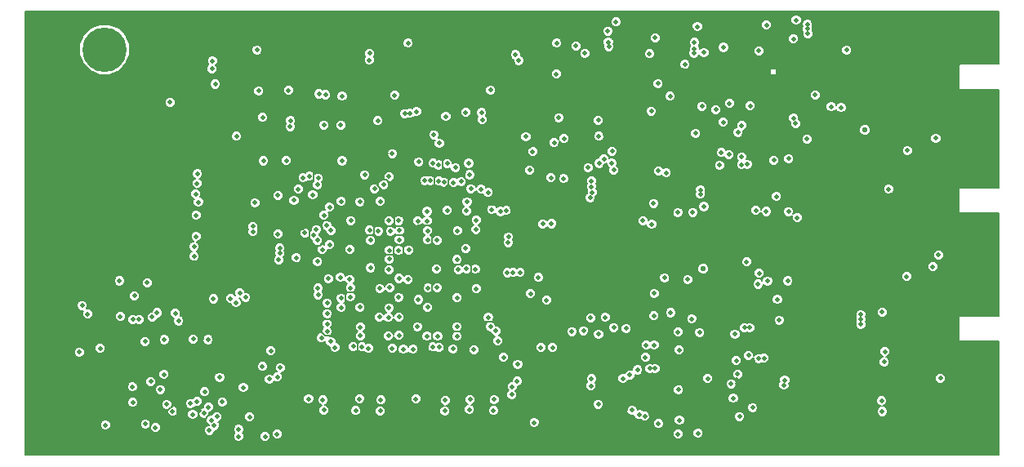
<source format=gbr>
G04 #@! TF.GenerationSoftware,KiCad,Pcbnew,(5.1.2)-1*
G04 #@! TF.CreationDate,2019-06-04T17:54:49-04:00*
G04 #@! TF.ProjectId,fmcw3,666d6377-332e-46b6-9963-61645f706362,rev?*
G04 #@! TF.SameCoordinates,Original*
G04 #@! TF.FileFunction,Copper,L2,Inr*
G04 #@! TF.FilePolarity,Positive*
%FSLAX46Y46*%
G04 Gerber Fmt 4.6, Leading zero omitted, Abs format (unit mm)*
G04 Created by KiCad (PCBNEW (5.1.2)-1) date 2019-06-04 17:54:49*
%MOMM*%
%LPD*%
G04 APERTURE LIST*
%ADD10C,0.500000*%
%ADD11C,0.300000*%
%ADD12C,4.200000*%
%ADD13C,4.600000*%
%ADD14C,0.550000*%
%ADD15C,6.400000*%
%ADD16C,0.600000*%
%ADD17C,0.460000*%
%ADD18C,0.150000*%
%ADD19C,0.200000*%
G04 APERTURE END LIST*
D10*
X147875350Y-90763810D03*
X147875350Y-91463810D03*
X147125350Y-91113810D03*
X146375350Y-90763810D03*
X146375350Y-91463810D03*
X177943022Y-88881050D03*
X178643022Y-88881050D03*
X178293022Y-89631050D03*
X177943022Y-90381050D03*
X178643022Y-90381050D03*
X183350000Y-79750000D03*
X184050000Y-79750000D03*
X183700000Y-80500000D03*
X183350000Y-81250000D03*
X184050000Y-81250000D03*
D11*
X205160000Y-84510000D03*
X205960000Y-84510000D03*
X205160000Y-85310000D03*
X205960000Y-85310000D03*
D10*
X221800000Y-108720000D03*
X221300000Y-108720000D03*
X220800000Y-108720000D03*
X220300000Y-108720000D03*
X219800000Y-108720000D03*
X219300000Y-108720000D03*
X218800000Y-108720000D03*
X218300000Y-108720000D03*
X221800000Y-112920000D03*
X221300000Y-112920000D03*
X220800000Y-112920000D03*
X220300000Y-112920000D03*
X219800000Y-112920000D03*
X219300000Y-112920000D03*
X218800000Y-112920000D03*
X218300000Y-112920000D03*
X221800000Y-82570000D03*
X221300000Y-82570000D03*
X220800000Y-82570000D03*
X220300000Y-82570000D03*
X219800000Y-82570000D03*
X219300000Y-82570000D03*
X218800000Y-82570000D03*
X218300000Y-82570000D03*
X221800000Y-86770000D03*
X221300000Y-86770000D03*
X220800000Y-86770000D03*
X220300000Y-86770000D03*
X219800000Y-86770000D03*
X219300000Y-86770000D03*
X218800000Y-86770000D03*
X218300000Y-86770000D03*
X221800000Y-95400000D03*
X221300000Y-95400000D03*
X220800000Y-95400000D03*
X220300000Y-95400000D03*
X219800000Y-95400000D03*
X219300000Y-95400000D03*
X218800000Y-95400000D03*
X218300000Y-95400000D03*
X221800000Y-99600000D03*
X221300000Y-99600000D03*
X220800000Y-99600000D03*
X220300000Y-99600000D03*
X219800000Y-99600000D03*
X219300000Y-99600000D03*
X218800000Y-99600000D03*
X218300000Y-99600000D03*
D12*
X126375000Y-87750000D03*
D13*
X129375000Y-81850000D03*
D12*
X123375000Y-81850000D03*
D14*
X207450000Y-90200000D03*
X208950000Y-90200000D03*
X208200000Y-90200000D03*
X191450000Y-104600000D03*
X190700000Y-104600000D03*
X192200000Y-104600000D03*
D15*
X218350000Y-120550000D03*
D16*
X220750000Y-120550000D03*
X220047056Y-122247056D03*
X218350000Y-122950000D03*
X216652944Y-122247056D03*
X215950000Y-120550000D03*
X216652944Y-118852944D03*
X218350000Y-118150000D03*
X220047056Y-118852944D03*
X214797056Y-79402944D03*
X213100000Y-78700000D03*
X211402944Y-79402944D03*
X210700000Y-81100000D03*
X211402944Y-82797056D03*
X213100000Y-83500000D03*
X214797056Y-82797056D03*
X215500000Y-81100000D03*
D15*
X213100000Y-81100000D03*
X124450000Y-120550000D03*
D16*
X126850000Y-120550000D03*
X126147056Y-122247056D03*
X124450000Y-122950000D03*
X122752944Y-122247056D03*
X122050000Y-120550000D03*
X122752944Y-118852944D03*
X124450000Y-118150000D03*
X126147056Y-118852944D03*
D11*
X198160000Y-90680000D03*
X198160000Y-91330000D03*
X197510000Y-90030000D03*
X198160000Y-90030000D03*
X197510000Y-90680000D03*
X197510000Y-91330000D03*
X198810000Y-91330000D03*
X198810000Y-90680000D03*
X198810000Y-90030000D03*
X198085000Y-117025000D03*
X197435000Y-117025000D03*
X196785000Y-117025000D03*
X196785000Y-115725000D03*
X197435000Y-115725000D03*
X198085000Y-116375000D03*
X198085000Y-115725000D03*
X196785000Y-116375000D03*
X197435000Y-116375000D03*
X186185000Y-117380000D03*
X185535000Y-117380000D03*
X186835000Y-116730000D03*
X186835000Y-117380000D03*
X186185000Y-116730000D03*
X185535000Y-116730000D03*
X185535000Y-118030000D03*
X186185000Y-118030000D03*
X186835000Y-118030000D03*
X193770000Y-84270000D03*
X194270000Y-83770000D03*
X194770000Y-83270000D03*
X194770000Y-84270000D03*
X194770000Y-85270000D03*
X194270000Y-84770000D03*
X193770000Y-83270000D03*
X193770000Y-85270000D03*
X193270000Y-83770000D03*
X193270000Y-84770000D03*
X192770000Y-83270000D03*
X192770000Y-84270000D03*
X192770000Y-85270000D03*
D17*
X168987980Y-102066747D03*
X172375000Y-101325000D03*
X195275000Y-103650000D03*
X194600000Y-103775000D03*
X193700000Y-103825000D03*
X193125000Y-104400000D03*
X194425000Y-106250000D03*
X206075000Y-94650000D03*
X203500000Y-92750000D03*
X204200000Y-96150000D03*
X203450000Y-96300000D03*
X202600000Y-96000000D03*
X160450000Y-94475000D03*
X216025000Y-108975000D03*
X215550000Y-109800000D03*
X210500000Y-110825000D03*
X211400000Y-110875000D03*
X209075000Y-106850000D03*
X210300000Y-105050000D03*
X210275000Y-103325000D03*
X210525000Y-102675000D03*
X210000000Y-101775000D03*
X209225000Y-101125000D03*
X210750000Y-97350000D03*
X216200000Y-95475000D03*
X216175000Y-90100000D03*
X215025000Y-90125000D03*
X213875000Y-90175000D03*
X211550000Y-90975000D03*
X211500000Y-91975000D03*
X210775000Y-91975000D03*
X209825000Y-97125000D03*
X209200000Y-98000000D03*
X209975000Y-92300000D03*
X209175000Y-92800000D03*
X208500000Y-93400000D03*
X208325000Y-94125000D03*
X208325000Y-94950000D03*
X208300000Y-95825000D03*
X207675000Y-96475000D03*
X211660010Y-99650000D03*
X214939990Y-94705133D03*
X211030011Y-95194729D03*
X218300000Y-91050000D03*
X212650000Y-89550000D03*
X212575000Y-95375000D03*
X213625000Y-95375000D03*
X212225000Y-94075000D03*
X214025000Y-94025000D03*
X213475000Y-93975000D03*
X216400000Y-94225000D03*
X213700000Y-110075000D03*
X213950000Y-96725000D03*
X213450000Y-96750000D03*
X216450000Y-107575000D03*
X218650000Y-105000000D03*
X210550000Y-108725000D03*
X212450000Y-108675000D03*
X213350000Y-108700000D03*
X214250000Y-107575000D03*
X210875000Y-103775000D03*
X213825000Y-107250000D03*
X213300000Y-107175000D03*
X211850000Y-107275000D03*
X213200000Y-110100000D03*
X150350000Y-119625000D03*
X150850000Y-90265020D03*
X136725000Y-78600000D03*
X132725000Y-78775000D03*
X135875000Y-78475000D03*
X133575000Y-78525000D03*
X128225000Y-97175000D03*
X128225000Y-101300000D03*
X128350000Y-93825000D03*
X124625000Y-97050000D03*
X131250000Y-97225000D03*
X131600000Y-101050000D03*
X131675000Y-93675000D03*
X124475000Y-101425000D03*
X124800000Y-93750000D03*
X122000000Y-116800000D03*
X128825000Y-122600000D03*
X143800000Y-123500000D03*
X147875000Y-123325000D03*
X151500000Y-123550000D03*
X154025000Y-123600000D03*
X156475000Y-123600000D03*
X160300000Y-123500000D03*
X165850000Y-123500000D03*
X168450000Y-123625000D03*
X171775000Y-123275000D03*
X185950000Y-122900000D03*
X196250000Y-123125000D03*
X198825000Y-123250000D03*
X201450000Y-123150000D03*
X203550000Y-123175000D03*
X206000000Y-123125000D03*
X213150000Y-120375000D03*
X219475000Y-104625000D03*
X219475000Y-106300000D03*
X212400000Y-87750000D03*
X214750000Y-87650000D03*
X217825000Y-89700000D03*
X217675000Y-93025000D03*
X186269495Y-79060010D03*
X198850000Y-78600000D03*
X139150000Y-119300000D03*
X136850000Y-118375000D03*
X136075000Y-117475000D03*
X136049858Y-114699858D03*
X133575000Y-87900000D03*
X141302845Y-119353983D03*
X149921653Y-110880800D03*
X206650000Y-100250000D03*
X206700000Y-104150000D03*
X168900000Y-92600000D03*
X169600000Y-92600000D03*
X198350000Y-102900000D03*
X199100000Y-102900000D03*
X199900000Y-102900000D03*
X199900000Y-102150000D03*
X199100000Y-102150000D03*
X198350000Y-102150000D03*
X199900000Y-101400000D03*
X199100000Y-101400000D03*
X198350000Y-101400000D03*
X177225000Y-93100000D03*
X176600000Y-91750000D03*
X149050000Y-101025000D03*
X180475000Y-84275000D03*
X199800000Y-86825000D03*
X209150000Y-79700000D03*
X205200000Y-82400000D03*
X194925000Y-96250000D03*
X195575000Y-95625000D03*
X196300000Y-94875000D03*
X196950000Y-94300000D03*
X197775000Y-94250000D03*
X194875000Y-91614990D03*
X160375000Y-122100000D03*
X149475000Y-123275000D03*
X221200000Y-116575000D03*
X220950000Y-115100000D03*
X213800000Y-88850000D03*
X216000000Y-88875000D03*
X220700000Y-91000000D03*
X219725000Y-89150000D03*
X219750000Y-92950000D03*
X175550000Y-88250000D03*
X173400000Y-88775000D03*
X174150000Y-88125000D03*
X174900000Y-88700000D03*
X159125000Y-82525000D03*
X142800000Y-83150000D03*
X142355000Y-83705000D03*
X143185000Y-82515000D03*
X142355000Y-82515000D03*
X143185000Y-83705000D03*
X159465000Y-83095000D03*
X158635000Y-81905000D03*
X158635000Y-83095000D03*
X159465000Y-81905000D03*
X198675000Y-94125000D03*
X194885403Y-116131940D03*
X191850000Y-108700000D03*
X191875000Y-107200000D03*
X191175000Y-107925000D03*
X191900000Y-105475000D03*
X190950000Y-105475000D03*
X196650000Y-79150000D03*
X203425000Y-81875000D03*
X162500000Y-78475000D03*
X163225000Y-79100000D03*
X161200000Y-79600000D03*
X160300000Y-78575000D03*
X144550000Y-87950000D03*
X140300000Y-101000000D03*
X139350000Y-99725000D03*
X140150000Y-93625000D03*
X168300000Y-118750000D03*
X165875000Y-118750000D03*
X159925000Y-118625000D03*
X154200000Y-118600000D03*
X156600000Y-118625000D03*
X147025000Y-107725000D03*
X146225000Y-109350000D03*
X144750000Y-109350000D03*
X144800000Y-107650000D03*
X193500000Y-97725000D03*
X192300000Y-94375000D03*
X195550000Y-97800000D03*
X194550000Y-99025000D03*
X192800000Y-99350000D03*
X192800000Y-100250000D03*
X195350000Y-100675000D03*
X194425000Y-100650000D03*
X205525000Y-95350000D03*
X204900000Y-95650000D03*
X201950000Y-95750000D03*
X201000000Y-95750000D03*
X206200000Y-93825000D03*
X206750000Y-93275000D03*
X207400000Y-92725000D03*
X208225000Y-92100000D03*
X206650000Y-91025000D03*
X205600000Y-92100000D03*
X203325000Y-94050000D03*
X202450000Y-94150000D03*
X201500000Y-94175000D03*
X200550000Y-94150000D03*
X199650000Y-94100000D03*
X206125000Y-88625000D03*
X204975000Y-88625000D03*
X203425000Y-88625000D03*
X205750000Y-89450000D03*
X205825000Y-91125000D03*
X208825000Y-91350000D03*
X205775000Y-96700000D03*
X203975000Y-97000000D03*
X202325000Y-96850000D03*
X217000000Y-106875000D03*
X220550000Y-106300000D03*
X220550000Y-103325000D03*
X220500000Y-102125000D03*
X177900000Y-121950000D03*
X200675000Y-109100000D03*
X201025000Y-106675000D03*
X202050000Y-107750000D03*
X203075000Y-108625000D03*
X204425000Y-106450000D03*
X204300000Y-107775000D03*
X204225000Y-108975000D03*
X207475000Y-107875000D03*
X206775000Y-107300000D03*
X211250000Y-113000000D03*
X211000000Y-114500000D03*
X211250000Y-115750000D03*
X213500000Y-118250000D03*
X213500000Y-117000000D03*
X211750000Y-118000000D03*
X211750000Y-119250000D03*
X211250000Y-120500000D03*
X210750000Y-117000000D03*
X210000000Y-112000000D03*
X209500000Y-111000000D03*
X208250000Y-111000000D03*
X206750000Y-111000000D03*
X202750000Y-117750000D03*
X204750000Y-115500000D03*
X204250000Y-110750000D03*
X201250000Y-110750000D03*
X200000000Y-110750000D03*
X198750000Y-110750000D03*
X193250000Y-109750000D03*
X193750000Y-110750000D03*
X192250000Y-109500000D03*
X191250000Y-109500000D03*
X193250000Y-115250000D03*
X184750000Y-121500000D03*
X186000000Y-121500000D03*
X187500000Y-121500000D03*
X188000000Y-122750000D03*
X189000000Y-123250000D03*
X190500000Y-123250000D03*
X192000000Y-123250000D03*
X193500000Y-123250000D03*
X193750000Y-122000000D03*
X195250000Y-122000000D03*
X196000000Y-121000000D03*
X196500000Y-120000000D03*
X197250000Y-121500000D03*
X199000000Y-121500000D03*
X200750000Y-121500000D03*
X202250000Y-121500000D03*
X203500000Y-121250000D03*
X205000000Y-121250000D03*
X206500000Y-121250000D03*
X208000000Y-121250000D03*
X209500000Y-121000000D03*
X206500000Y-116250000D03*
X208250000Y-116250000D03*
X209750000Y-116250000D03*
X182000000Y-106750000D03*
X183000000Y-106750000D03*
X183000000Y-105750000D03*
X182000000Y-105750000D03*
X183000000Y-104750000D03*
X182000000Y-104750000D03*
X183000000Y-103750000D03*
X182000000Y-103750000D03*
X183000000Y-102750000D03*
X182000000Y-102750000D03*
X181000000Y-106750000D03*
X181000000Y-105750000D03*
X181000000Y-104750000D03*
X181000000Y-103750000D03*
X181000000Y-102750000D03*
X180000000Y-106750000D03*
X180000000Y-105750000D03*
X180000000Y-104750000D03*
X180000000Y-103750000D03*
X180000000Y-102750000D03*
X179000000Y-106750000D03*
X179000000Y-105750000D03*
X179000000Y-104750000D03*
X179000000Y-103750000D03*
X179000000Y-102750000D03*
X178000000Y-106750000D03*
X178000000Y-105750000D03*
X178000000Y-104750000D03*
X178000000Y-103750000D03*
X178000000Y-102750000D03*
X183000000Y-101750000D03*
X182000000Y-101750000D03*
X181000000Y-101750000D03*
X180000000Y-101750000D03*
X179000000Y-101750000D03*
X178000000Y-101750000D03*
X133200000Y-102875000D03*
X122400000Y-89825000D03*
X127000000Y-105050000D03*
X123400000Y-105075000D03*
X191491862Y-94844968D03*
X217500000Y-98700000D03*
X217400000Y-108350000D03*
X202600000Y-82350000D03*
X203300000Y-83050000D03*
X201800000Y-82350000D03*
X201100000Y-82350000D03*
X200150000Y-83100000D03*
X199400000Y-83200000D03*
X198500000Y-83250000D03*
X197650000Y-83100000D03*
X196900000Y-83050000D03*
X196600000Y-86550000D03*
X196900000Y-85600000D03*
X197550000Y-85150000D03*
X199750000Y-86000000D03*
X199800000Y-85150000D03*
X200950000Y-85200000D03*
X201950000Y-85150000D03*
X202850000Y-85200000D03*
X215635000Y-98665000D03*
X207200000Y-86700000D03*
X209450000Y-89700000D03*
X207000000Y-89450000D03*
X207000000Y-88550000D03*
X217500000Y-87100000D03*
X217650000Y-86300000D03*
X217650000Y-83100000D03*
X217200000Y-83650000D03*
X216350000Y-83900000D03*
X215550000Y-84000000D03*
X214600000Y-84050000D03*
X213675000Y-84075000D03*
X212475000Y-84075000D03*
X211500000Y-84050000D03*
X210700000Y-84100000D03*
X209850000Y-84100000D03*
X208950000Y-84050000D03*
X208250000Y-83850000D03*
X210600000Y-86400000D03*
X211500000Y-86450000D03*
X212350000Y-86450000D03*
X213300000Y-86450000D03*
X214350000Y-86500000D03*
X215250000Y-86550000D03*
X217500000Y-88000000D03*
X215400000Y-96600000D03*
X212200000Y-100600000D03*
X213450000Y-98650000D03*
X213400000Y-99900000D03*
X215650000Y-98000000D03*
X215650000Y-97300000D03*
X217200000Y-95600000D03*
X218200000Y-101350000D03*
X212650000Y-113050000D03*
X217600000Y-114500000D03*
X217650000Y-113400000D03*
X217500000Y-112150000D03*
X217050000Y-109050000D03*
X205300000Y-102300000D03*
X201400000Y-104450000D03*
X202200000Y-104950000D03*
X203000000Y-105350000D03*
X204000000Y-105600000D03*
X207100000Y-106350000D03*
X202950000Y-99300000D03*
X203950000Y-99050000D03*
X204800000Y-98900000D03*
X205300000Y-98300000D03*
X208350000Y-101000000D03*
X208400000Y-100200000D03*
X208400000Y-99400000D03*
X207100000Y-97300000D03*
X206600000Y-97900000D03*
X208500000Y-98600000D03*
X216100000Y-99550000D03*
X218550000Y-102750000D03*
X219000000Y-115200000D03*
X212000000Y-113900000D03*
X215850000Y-112750000D03*
X215450000Y-111350000D03*
X215450000Y-112050000D03*
X215450000Y-110650000D03*
X211075000Y-111825000D03*
X212550000Y-112100000D03*
X209000000Y-108250000D03*
X208150000Y-107900000D03*
X208000000Y-107000000D03*
X208050000Y-106150000D03*
X208050000Y-105500000D03*
X208050000Y-104750000D03*
X208000000Y-103950000D03*
X216200000Y-87050000D03*
X216650000Y-87350000D03*
X209400000Y-88950000D03*
X209400000Y-86450000D03*
X209800000Y-88550000D03*
X209800000Y-88000000D03*
X209800000Y-87350000D03*
X209800000Y-86750000D03*
X206850000Y-87750000D03*
X204800000Y-89750000D03*
X192150000Y-91050000D03*
X194300000Y-89450000D03*
X194500000Y-88100000D03*
X196450000Y-84750000D03*
X158556315Y-113008195D03*
X161650000Y-119300000D03*
X137269979Y-121101021D03*
X136009979Y-120847210D03*
X138250000Y-109899960D03*
X159250000Y-116900000D03*
X160000000Y-116250000D03*
X141400000Y-113350000D03*
X142250000Y-122050000D03*
X141300000Y-117150000D03*
X138850000Y-109050000D03*
X132400000Y-119250000D03*
X133450000Y-115400000D03*
X128450000Y-115150000D03*
X139400000Y-111900000D03*
X130300000Y-119850000D03*
X130250000Y-118900000D03*
X129000000Y-118000000D03*
X130300000Y-117900000D03*
X130250000Y-117350000D03*
X171150000Y-112200000D03*
X133589990Y-108450000D03*
X135750000Y-109200000D03*
X131700000Y-105900000D03*
X130200000Y-112750000D03*
X130150000Y-114860000D03*
X126050000Y-112350000D03*
X128400000Y-106800000D03*
X138298162Y-92950042D03*
X141042346Y-90989990D03*
X143841370Y-93508630D03*
X156341740Y-93689990D03*
X160550000Y-92989990D03*
X161480000Y-91659979D03*
X164662529Y-92861975D03*
X149966355Y-100311210D03*
X154849201Y-100639990D03*
X143350000Y-105950000D03*
X145300000Y-105850000D03*
X145850000Y-105150000D03*
X146750000Y-105750000D03*
X144250000Y-106600000D03*
X141400000Y-106350000D03*
X139850000Y-105750000D03*
X139300000Y-89500000D03*
X139950000Y-88800000D03*
X129600000Y-88200000D03*
X133500000Y-91300000D03*
X132800000Y-92000000D03*
X131550000Y-91950000D03*
X158300000Y-87150000D03*
X158589990Y-92650000D03*
X152579457Y-96939990D03*
X138500000Y-100200000D03*
X140750000Y-98100000D03*
X134050000Y-89700000D03*
X129200000Y-91400000D03*
X160935009Y-100614818D03*
X172350000Y-118300000D03*
X168846883Y-113790021D03*
X149499723Y-88200277D03*
X163150000Y-84900000D03*
X161700000Y-84900000D03*
X164240000Y-87570000D03*
X166401680Y-89439990D03*
X170257430Y-90360010D03*
X175390000Y-117897500D03*
X176590000Y-117897500D03*
X176590000Y-114822500D03*
X175390000Y-114822500D03*
X175200000Y-108750000D03*
X173700000Y-100750000D03*
X170680054Y-105810000D03*
X186250000Y-94910010D03*
X183990000Y-94910010D03*
X186550000Y-102000000D03*
X143800000Y-95950000D03*
X143250000Y-95300000D03*
X143350000Y-94150000D03*
X143600000Y-97350000D03*
X146450000Y-100900000D03*
X160835010Y-97650000D03*
X180300000Y-113900000D03*
X173613927Y-109110010D03*
X187550000Y-108450000D03*
X182000000Y-88750000D03*
X183400000Y-89050000D03*
X184900000Y-90100000D03*
X190300000Y-89650000D03*
X187400000Y-90450000D03*
X181080395Y-97869990D03*
X155600000Y-93250000D03*
X144550000Y-92350000D03*
X148300000Y-87850000D03*
X152800000Y-94850000D03*
X157900000Y-101650000D03*
X155789990Y-103568376D03*
X152400000Y-103900000D03*
X157950000Y-104550000D03*
X160900000Y-107600000D03*
X159850000Y-106650000D03*
X160900000Y-108650000D03*
X163800000Y-107550000D03*
X168950000Y-112100000D03*
X166950000Y-109550000D03*
X164850000Y-110550000D03*
X161850000Y-111600000D03*
X156950000Y-109550000D03*
X154800000Y-110600000D03*
X152550000Y-107100000D03*
X156800000Y-106500000D03*
X163350000Y-96300000D03*
X157850000Y-98650000D03*
X167900000Y-98550000D03*
X163900000Y-100600000D03*
X166850000Y-105650000D03*
X163850000Y-105600000D03*
X162900000Y-105650000D03*
X162850000Y-104650000D03*
X160850000Y-103650000D03*
X161850000Y-102650000D03*
X161900000Y-103550000D03*
X162950000Y-103550000D03*
X164900000Y-103550000D03*
X159140000Y-91970000D03*
X157560000Y-91970000D03*
X153170000Y-90100000D03*
X169531778Y-91179343D03*
X164560000Y-90910000D03*
X191500000Y-81290000D03*
X187720000Y-111670000D03*
X180608445Y-97511911D03*
X173460000Y-93100000D03*
X173460000Y-91880000D03*
X182190010Y-116015263D03*
X175290000Y-101170000D03*
X172880000Y-106020000D03*
X172940000Y-107910000D03*
X187810000Y-106460000D03*
X185760000Y-109130000D03*
X179900000Y-111640000D03*
X181640000Y-111330000D03*
X173090000Y-111890000D03*
X176640000Y-111910000D03*
X184480010Y-114022735D03*
X184100000Y-111640000D03*
X196210010Y-111655408D03*
X182250000Y-117930000D03*
X183640000Y-117180000D03*
X183681606Y-117710185D03*
X185960000Y-119720000D03*
X186440000Y-119740000D03*
X193630000Y-116800000D03*
X191390000Y-116640000D03*
X140800000Y-87500000D03*
X144800000Y-82850000D03*
X147000000Y-83800000D03*
X147450000Y-79700000D03*
X145300000Y-79650000D03*
X144500000Y-78750000D03*
X144500000Y-80750000D03*
X156000000Y-88850000D03*
X150200000Y-87450000D03*
X150150000Y-88900000D03*
X156650000Y-88100000D03*
X161050000Y-82150000D03*
X162600000Y-83250000D03*
X174500000Y-82750000D03*
X174065000Y-82175000D03*
X174895000Y-83365000D03*
X174895000Y-82175000D03*
X174065000Y-83365000D03*
X171230000Y-87610000D03*
X164230000Y-88080000D03*
X179000000Y-78850000D03*
X177450000Y-78850000D03*
X176800000Y-79300000D03*
X175950000Y-80300000D03*
X176000000Y-78300000D03*
X172150000Y-86180000D03*
X178050000Y-82650000D03*
X176500000Y-82500000D03*
X197600000Y-108750000D03*
X196000000Y-108800000D03*
X180500000Y-79150000D03*
X181136505Y-83672533D03*
X182960000Y-86110000D03*
X185280000Y-84930000D03*
X188810000Y-83950000D03*
X216820000Y-96410000D03*
X216630000Y-109720000D03*
X200060000Y-95860000D03*
X198120000Y-95820000D03*
X199980000Y-108740000D03*
X198280000Y-108690000D03*
X199830010Y-99574610D03*
X194980000Y-116550000D03*
X197050000Y-112100000D03*
X202060000Y-116430000D03*
X197170000Y-118810000D03*
X197594324Y-118851390D03*
X206700000Y-102625000D03*
X201678093Y-102465144D03*
X191350000Y-100525000D03*
X190725000Y-100875000D03*
X190700000Y-101700000D03*
X190700000Y-102500000D03*
X190700000Y-103325000D03*
X192100000Y-100750000D03*
X190200000Y-79800000D03*
X188500000Y-79800000D03*
X189400000Y-79200000D03*
X187650000Y-79200000D03*
X208425000Y-79050000D03*
X208425000Y-80425000D03*
X207825000Y-81875000D03*
X207450000Y-82850000D03*
X202025000Y-89250000D03*
X202915634Y-90549482D03*
X203400000Y-91600000D03*
X202650000Y-91950000D03*
X202550000Y-93200000D03*
X195750000Y-90950000D03*
X195750000Y-91500000D03*
X214375000Y-98200000D03*
X216872478Y-98156660D03*
X216695184Y-111469868D03*
X214188462Y-111432309D03*
X196100000Y-105025000D03*
X195800000Y-98625000D03*
X201250000Y-98300000D03*
X206675000Y-98775000D03*
X206675000Y-101775000D03*
X206700000Y-105725000D03*
X200525000Y-104775000D03*
X199875000Y-104825000D03*
X198325000Y-104825000D03*
X196375000Y-102925000D03*
X196325000Y-101475000D03*
X198325000Y-99625000D03*
X200725000Y-99725000D03*
X199310000Y-80920000D03*
X199160000Y-81930000D03*
X195700000Y-81760000D03*
X199650000Y-88430000D03*
X199110000Y-88330000D03*
X198610000Y-88400000D03*
X198970000Y-86600000D03*
X201070000Y-87400000D03*
X201450000Y-85910000D03*
X203590000Y-87680000D03*
X203600000Y-85260000D03*
X203640000Y-84650000D03*
X204820000Y-83080000D03*
X205700000Y-82970000D03*
X207490000Y-83950000D03*
X207520000Y-85320000D03*
X193540000Y-81640000D03*
X200800000Y-80750000D03*
X196250000Y-110700000D03*
X190350000Y-98750000D03*
X188800000Y-98750000D03*
X191900000Y-115990000D03*
X183110000Y-115980000D03*
X185380000Y-119880000D03*
X186440000Y-114950000D03*
X185920000Y-114930000D03*
X188873150Y-117141297D03*
X195700000Y-110700000D03*
X185850000Y-82300000D03*
X195430000Y-89730000D03*
X196290000Y-87700000D03*
X194998104Y-115521930D03*
X196570000Y-118980000D03*
X197734990Y-113862553D03*
X197190000Y-113900000D03*
X199797605Y-116648193D03*
X199890000Y-116140000D03*
X190525000Y-81125000D03*
X190475000Y-82225000D03*
X190525000Y-81825000D03*
X202250000Y-79250000D03*
X202275000Y-80225000D03*
X202225000Y-79730000D03*
X200300000Y-93175000D03*
X174600000Y-112770000D03*
X184780000Y-119720000D03*
X180550000Y-118650000D03*
X174334515Y-105500011D03*
X186800000Y-120650000D03*
X194340000Y-116530000D03*
X188960000Y-120310000D03*
X186340000Y-112500000D03*
X184640000Y-115080000D03*
X183820000Y-115610000D03*
X185530000Y-112500000D03*
X190900000Y-121660000D03*
X188820000Y-121740000D03*
X191070000Y-111190000D03*
X188820000Y-111160000D03*
X190250000Y-109800000D03*
X186350000Y-107150000D03*
X185450000Y-113790000D03*
X188930000Y-113020000D03*
X196130000Y-113580000D03*
X175810000Y-112760000D03*
X184058486Y-119259990D03*
X194720000Y-111370000D03*
X195200000Y-119920000D03*
X194550000Y-118030000D03*
X194870000Y-114110000D03*
X193125000Y-93850000D03*
X166950000Y-97650000D03*
X175650000Y-95150000D03*
X179495688Y-94099978D03*
X180652576Y-93660010D03*
X195416757Y-93001331D03*
X195412602Y-93808063D03*
X167850000Y-100550000D03*
X169500000Y-98450000D03*
X179850000Y-95500000D03*
X195999723Y-93749723D03*
X179850000Y-96090013D03*
X170422221Y-98649992D03*
X198750000Y-93350000D03*
X179934140Y-96673994D03*
X166800000Y-102500000D03*
X201020000Y-89540000D03*
X169135841Y-96689099D03*
X181150000Y-93200000D03*
X194100000Y-92750000D03*
X166900000Y-98600000D03*
X190650000Y-90550000D03*
X200810000Y-88980000D03*
X133560010Y-112150000D03*
X127050000Y-108400000D03*
X147570001Y-114848587D03*
X163435201Y-93646397D03*
X163144989Y-95443229D03*
X143750000Y-116900000D03*
X144000000Y-107550000D03*
X161850000Y-99650000D03*
X167650000Y-113000000D03*
X171600000Y-117650000D03*
X161899229Y-107799516D03*
X171637196Y-116815906D03*
X179800000Y-116750000D03*
X151450000Y-103850000D03*
X158850000Y-104700000D03*
X163997520Y-93825035D03*
X164015009Y-95503580D03*
X145733548Y-114735010D03*
X142438916Y-107689470D03*
X146450000Y-116050000D03*
X162800000Y-99650000D03*
X164896077Y-93690784D03*
X164593771Y-95618244D03*
X142994315Y-108106628D03*
X162850000Y-100650000D03*
X147290279Y-115810010D03*
X146599201Y-113089990D03*
X143380670Y-107089990D03*
X165750000Y-94100000D03*
X165550000Y-95650000D03*
X162850000Y-101600000D03*
X147425000Y-103675000D03*
X147525000Y-102450000D03*
X159200000Y-112850000D03*
X147550000Y-103000000D03*
X162900000Y-106600000D03*
X163850000Y-106550000D03*
X163800000Y-104600000D03*
X160900000Y-102650000D03*
X159850000Y-107550000D03*
X159900000Y-105600000D03*
X157900000Y-106650000D03*
X158850000Y-108650000D03*
X136150000Y-87350000D03*
X144750000Y-100750000D03*
X144750000Y-100200000D03*
X186050000Y-88250000D03*
X154000000Y-93400000D03*
X145750000Y-88900000D03*
X148600000Y-89850000D03*
X166810000Y-88380000D03*
X168460000Y-88410000D03*
X169400000Y-86080000D03*
X182400000Y-79000000D03*
X181650000Y-81550000D03*
X181600000Y-81100000D03*
X181550000Y-79950000D03*
X176450000Y-88925000D03*
X148450000Y-86100000D03*
X151600000Y-86460000D03*
X148657214Y-89239436D03*
X152100000Y-89685010D03*
X175975000Y-91525000D03*
X160475000Y-88500000D03*
X161025000Y-88475000D03*
X152280000Y-86550000D03*
X161700000Y-88300000D03*
X173050000Y-90900000D03*
X154000000Y-86700000D03*
X177000000Y-91100000D03*
X197989895Y-79315448D03*
X205730000Y-87890000D03*
X136700000Y-109200000D03*
X134810010Y-109150000D03*
X146000000Y-122000000D03*
X168400000Y-96350000D03*
X150525000Y-118100000D03*
X143250000Y-122000000D03*
X161650000Y-118100000D03*
X143250000Y-121250000D03*
X140225277Y-121360010D03*
X152809448Y-112141106D03*
X153821940Y-105477507D03*
X140650000Y-107710010D03*
X149250000Y-103450000D03*
X134650000Y-121050000D03*
X141300000Y-115850000D03*
X126750000Y-113250000D03*
X140100000Y-111950000D03*
X137050000Y-110000000D03*
X129450000Y-120800000D03*
X133800000Y-106050000D03*
X150600000Y-95000000D03*
X149000000Y-97500000D03*
X144950000Y-97750000D03*
X139100000Y-97700000D03*
X156950000Y-104500000D03*
X175710784Y-99920140D03*
X172150000Y-116250000D03*
X179850000Y-116000000D03*
X174800000Y-99950000D03*
X167900000Y-106660010D03*
X166900000Y-104600000D03*
X163500000Y-90700000D03*
X159200000Y-92650000D03*
X161950000Y-93500000D03*
X163400000Y-112700000D03*
X156850000Y-100600000D03*
X152700000Y-102100000D03*
X155850000Y-108600000D03*
X159850000Y-99600000D03*
X165950000Y-100650000D03*
X164900000Y-98550000D03*
X162800000Y-98650000D03*
X159900000Y-109600000D03*
X162850000Y-108600000D03*
X165900000Y-107600000D03*
X165900000Y-110600000D03*
X155900000Y-110650000D03*
X155850000Y-97650000D03*
X157950000Y-97600000D03*
X163850000Y-101650000D03*
X186090000Y-99990000D03*
X191300000Y-87750000D03*
X188000000Y-86700000D03*
X145180000Y-81900000D03*
X179160000Y-82250000D03*
X160850000Y-81200000D03*
X156800000Y-82950000D03*
X178250000Y-81500000D03*
X176250000Y-81200000D03*
X172300000Y-83000000D03*
X185179378Y-99609989D03*
X186280000Y-97820000D03*
X173530000Y-107180000D03*
X175200000Y-107850000D03*
X179775536Y-109690000D03*
X181273172Y-109633749D03*
X186320000Y-109460000D03*
X193500000Y-89400000D03*
X192750000Y-88100000D03*
X191500000Y-82180000D03*
X207775000Y-110375000D03*
X207775000Y-109350000D03*
X215550000Y-91075000D03*
X215250000Y-104375000D03*
X207775000Y-109825000D03*
X189825000Y-105700000D03*
X199300000Y-109925000D03*
X189550000Y-83400000D03*
X215830000Y-103180000D03*
X190825000Y-79500000D03*
X216025000Y-115950000D03*
X186450000Y-80650000D03*
X180550000Y-89200000D03*
X191150000Y-96425000D03*
X180600000Y-90850000D03*
X191137169Y-96859979D03*
X181982392Y-92409453D03*
X143050000Y-90850000D03*
X201075000Y-78800000D03*
X151500000Y-107300000D03*
X151450000Y-95900000D03*
X145850000Y-93400000D03*
X156350000Y-94850000D03*
X158900000Y-103600000D03*
X158900000Y-102700000D03*
X160818548Y-105702216D03*
X158950000Y-106550000D03*
X148200000Y-93363810D03*
X135550000Y-111950000D03*
X132300000Y-109850000D03*
X127600000Y-109300000D03*
X188050000Y-109150000D03*
X187425000Y-105525000D03*
X154800000Y-102600000D03*
X159939990Y-100639990D03*
X151317999Y-100521908D03*
X150129990Y-100878076D03*
X158300000Y-95900000D03*
X151416675Y-101639990D03*
X170724810Y-113790021D03*
X156950000Y-101650000D03*
X172200000Y-114500000D03*
X162554989Y-95446866D03*
X159850000Y-102700000D03*
X157760010Y-100690754D03*
X151050000Y-101100000D03*
X151931008Y-102610010D03*
X157350000Y-96300000D03*
X159000000Y-100700000D03*
X147250000Y-121750000D03*
X158844667Y-95044459D03*
X150950000Y-96939990D03*
X151500000Y-95200000D03*
X159923441Y-101578427D03*
X173900000Y-120550000D03*
X200220000Y-105850000D03*
X209940000Y-118290000D03*
X198110000Y-105860000D03*
X210000000Y-119400000D03*
X197970000Y-98650000D03*
X210200000Y-114260000D03*
X200270000Y-98670000D03*
X210270000Y-113190000D03*
X195933394Y-103876902D03*
X203050000Y-86570000D03*
X159450000Y-86600000D03*
X171960000Y-82400000D03*
X156850000Y-82250000D03*
X140550000Y-83050000D03*
X145350000Y-86150000D03*
X176200000Y-84400000D03*
X193300000Y-92550000D03*
X202190000Y-91150000D03*
X164070000Y-91580000D03*
X167120000Y-93660000D03*
X204710000Y-87800000D03*
X206310000Y-81920000D03*
X157700000Y-89250000D03*
X153850000Y-89700000D03*
X152450000Y-111089990D03*
X138500000Y-119700000D03*
X171005731Y-98562675D03*
X179725171Y-97225760D03*
X165900000Y-103650000D03*
X191500000Y-98150000D03*
X171127131Y-105007071D03*
X169150000Y-109650000D03*
X139675011Y-119569216D03*
X151852200Y-111768992D03*
X152570285Y-105619731D03*
X138650000Y-103300000D03*
X140410147Y-120310147D03*
X155150000Y-112650000D03*
X155900000Y-111550000D03*
X140150000Y-118950000D03*
X171217757Y-101875672D03*
X166050000Y-104700000D03*
X138948345Y-118354989D03*
X153900799Y-108610010D03*
X171256999Y-101286967D03*
X167800000Y-104650000D03*
X138264798Y-118560010D03*
X152450000Y-109250000D03*
X135800000Y-118675000D03*
X152450000Y-108150000D03*
X136425000Y-119375000D03*
X153900799Y-107639990D03*
X135150000Y-117125000D03*
X154849402Y-107510010D03*
X154799723Y-105700277D03*
X133600000Y-120700000D03*
X134150000Y-116300000D03*
X154849402Y-106589990D03*
X135525000Y-115550000D03*
X151487332Y-106604592D03*
X154900000Y-99600000D03*
X138850000Y-99050000D03*
X171722021Y-104975756D03*
X169400000Y-110600000D03*
X169950000Y-111050000D03*
X172440000Y-104990000D03*
X182149201Y-94357197D03*
X186800000Y-94450000D03*
X152685591Y-98210010D03*
X139000000Y-94750000D03*
X176949197Y-95260010D03*
X167900000Y-99550000D03*
X181950000Y-93650000D03*
X187600000Y-94650000D03*
X153900000Y-97600000D03*
X138950000Y-95750000D03*
X152849201Y-100639990D03*
X138650000Y-102300000D03*
X138850000Y-101250000D03*
X152400000Y-100100000D03*
X152099349Y-99042512D03*
X138800000Y-96850000D03*
X132450000Y-107400000D03*
X131000000Y-109550000D03*
X140739368Y-120850000D03*
X156050000Y-112700000D03*
X153250000Y-112759979D03*
X141002720Y-119931097D03*
X156729969Y-112858908D03*
X144400000Y-119950000D03*
X132250000Y-116850000D03*
X141567640Y-118399990D03*
X132300000Y-118450000D03*
X132950000Y-109850000D03*
X128900000Y-112850000D03*
X130900000Y-105850000D03*
X134300000Y-109600000D03*
X199030000Y-97100000D03*
X199120000Y-107790000D03*
X197130000Y-106190000D03*
X197225000Y-105050000D03*
X196900000Y-98550000D03*
X201175000Y-99300000D03*
X173750000Y-92450000D03*
X195050000Y-90450000D03*
X173430000Y-94360000D03*
X180580000Y-111390000D03*
X158860000Y-99620000D03*
X167210000Y-94840000D03*
X179036364Y-111022372D03*
X177810000Y-111110000D03*
X183450000Y-110790000D03*
X182170000Y-110690000D03*
X167350000Y-96300000D03*
X186750000Y-85400000D03*
X194150000Y-87450000D03*
X197200000Y-82000000D03*
X140500000Y-83875000D03*
X164750000Y-88809979D03*
X168519173Y-89139990D03*
X140850000Y-85450000D03*
X161350000Y-112950000D03*
X158000000Y-118200000D03*
X159900009Y-111487047D03*
X155800000Y-118100000D03*
X152000000Y-118200000D03*
X157850000Y-109600000D03*
X160350000Y-112950000D03*
X157950000Y-119350000D03*
X155400000Y-119300000D03*
X158800000Y-111550000D03*
X152100000Y-119250000D03*
X158800000Y-109650000D03*
X164700000Y-118250000D03*
X162800000Y-111600000D03*
X161800000Y-110600000D03*
X164650000Y-119350000D03*
X169750000Y-118150000D03*
X165900000Y-111600000D03*
X165500000Y-112900000D03*
X169700000Y-119300000D03*
X163900000Y-111600000D03*
X167250000Y-118150000D03*
X164050000Y-112750000D03*
X167200000Y-119200000D03*
X166350000Y-95550000D03*
X149455153Y-96335580D03*
X149950000Y-95150000D03*
X147350000Y-101000000D03*
X147350000Y-97000000D03*
X152450000Y-110300000D03*
X139750000Y-117350000D03*
X138550000Y-111900000D03*
X212525000Y-105400000D03*
X210000000Y-109100000D03*
X212600000Y-92325000D03*
X210650000Y-96350000D03*
X170150000Y-112075000D03*
D18*
X167225000Y-100075000D02*
X167225000Y-100629036D01*
X167225000Y-100629036D02*
X168662711Y-102066747D01*
X168662711Y-102066747D02*
X168987980Y-102066747D01*
X169050000Y-98000000D02*
X170000000Y-98000000D01*
X167900000Y-98550000D02*
X168450000Y-98000000D01*
X168450000Y-98000000D02*
X169050000Y-98000000D01*
X138898979Y-121101021D02*
X140646017Y-119353983D01*
X140646017Y-119353983D02*
X141302845Y-119353983D01*
X137269979Y-121101021D02*
X138898979Y-121101021D01*
D19*
X139150000Y-118974731D02*
X139150000Y-119300000D01*
X140974731Y-117150000D02*
X139150000Y-118974731D01*
X141300000Y-117150000D02*
X140974731Y-117150000D01*
D18*
X136285001Y-118939999D02*
X137950000Y-117275000D01*
X135779980Y-119376218D02*
X136216199Y-118939999D01*
X136009979Y-120847210D02*
X135779980Y-120617211D01*
X137950000Y-117275000D02*
X138450000Y-116775000D01*
X136216199Y-118939999D02*
X136285001Y-118939999D01*
X135779980Y-120617211D02*
X135779980Y-119376218D01*
X138276200Y-117800000D02*
X138950000Y-117800000D01*
X136910001Y-119166199D02*
X138276200Y-117800000D01*
X136910001Y-119947188D02*
X136910001Y-119166199D01*
X136009979Y-120847210D02*
X136910001Y-119947188D01*
X160474827Y-101075000D02*
X159475000Y-101075000D01*
X160475000Y-101074827D02*
X160474827Y-101075000D01*
X160935009Y-100614818D02*
X160475000Y-101074827D01*
X157325000Y-101075000D02*
X157325000Y-100175000D01*
X157900000Y-101650000D02*
X157325000Y-101075000D01*
X159350000Y-102100000D02*
X159350000Y-103075000D01*
X159350000Y-103075000D02*
X159425000Y-103150000D01*
X157900000Y-101650000D02*
X158900000Y-101650000D01*
X158900000Y-101650000D02*
X159350000Y-102100000D01*
X159425000Y-103150000D02*
X158000000Y-103150000D01*
X159925000Y-103650000D02*
X159425000Y-103150000D01*
X160850000Y-103650000D02*
X159925000Y-103650000D01*
X167525000Y-110125000D02*
X169850000Y-110125000D01*
X166950000Y-109550000D02*
X167525000Y-110125000D01*
X160575000Y-100175000D02*
X159375000Y-100175000D01*
X159375000Y-100175000D02*
X158225000Y-100175000D01*
X159000000Y-98700000D02*
X159375000Y-99075000D01*
X159375000Y-99075000D02*
X159375000Y-100175000D01*
X158225269Y-98700000D02*
X159000000Y-98700000D01*
X157850000Y-98650000D02*
X158175269Y-98650000D01*
X158175269Y-98650000D02*
X158225269Y-98700000D01*
X158535010Y-95350000D02*
X157775000Y-95350000D01*
X160835010Y-97650000D02*
X158535010Y-95350000D01*
X157675000Y-95975000D02*
X158350000Y-96650000D01*
X157675000Y-95023250D02*
X157675000Y-95975000D01*
X156341740Y-93689990D02*
X157675000Y-95023250D01*
X150727565Y-99550000D02*
X152875000Y-99550000D01*
X149966355Y-100311210D02*
X150727565Y-99550000D01*
X155309211Y-101100000D02*
X157250000Y-101100000D01*
X154849201Y-100639990D02*
X155309211Y-101100000D01*
X158375000Y-104125000D02*
X159450000Y-104125000D01*
X157950000Y-104550000D02*
X158375000Y-104125000D01*
X134125000Y-119875000D02*
X134125000Y-121850000D01*
X134250000Y-119750000D02*
X134125000Y-119875000D01*
X133750000Y-119250000D02*
X134250000Y-119750000D01*
X132400000Y-119250000D02*
X133750000Y-119250000D01*
X164432530Y-93091974D02*
X164432530Y-94542470D01*
X164662529Y-92861975D02*
X164432530Y-93091974D01*
X163350000Y-96300000D02*
X164555817Y-96300000D01*
X165028772Y-95827045D02*
X165028772Y-95178772D01*
X164555817Y-96300000D02*
X165028772Y-95827045D01*
X165028772Y-95178772D02*
X164975000Y-95125000D01*
X163350000Y-96300000D02*
X163579999Y-96070001D01*
X163579999Y-96070001D02*
X163579999Y-94854999D01*
X151050000Y-95425000D02*
X150650000Y-95825000D01*
X151050000Y-94675000D02*
X151050000Y-95425000D01*
X151275000Y-94450000D02*
X151050000Y-94675000D01*
X152025000Y-94450000D02*
X151275000Y-94450000D01*
X152425000Y-94850000D02*
X152025000Y-94450000D01*
X152800000Y-94850000D02*
X152425000Y-94850000D01*
X150600000Y-100500000D02*
X150600000Y-101475000D01*
X150402834Y-100302834D02*
X150600000Y-100500000D01*
X150402834Y-100200000D02*
X150402834Y-100302834D01*
X149966355Y-100311210D02*
X150291624Y-100311210D01*
X150291624Y-100311210D02*
X150402834Y-100200000D01*
X151750000Y-102200000D02*
X150700000Y-102200000D01*
X152625000Y-101325000D02*
X151750000Y-102200000D01*
X153500000Y-101325000D02*
X152625000Y-101325000D01*
X154185010Y-100639990D02*
X153500000Y-101325000D01*
X154849201Y-100639990D02*
X154185010Y-100639990D01*
X165350000Y-111100000D02*
X166525000Y-111100000D01*
X165079999Y-110829999D02*
X165350000Y-111100000D01*
X164850000Y-110550000D02*
X165079999Y-110779999D01*
X165079999Y-110779999D02*
X165079999Y-110829999D01*
X163350000Y-110925000D02*
X163350000Y-111950000D01*
X163725000Y-110550000D02*
X163350000Y-110925000D01*
X164850000Y-110550000D02*
X163725000Y-110550000D01*
X163350000Y-107100000D02*
X163350000Y-106100000D01*
X163425000Y-107175000D02*
X163350000Y-107100000D01*
X163800000Y-107550000D02*
X163425000Y-107175000D01*
X165174731Y-104150000D02*
X166450000Y-104150000D01*
X164900000Y-103550000D02*
X164900000Y-103875269D01*
X164900000Y-103875269D02*
X165174731Y-104150000D01*
X167350000Y-105200000D02*
X167350000Y-104100000D01*
X167129999Y-105420001D02*
X167350000Y-105200000D01*
X166850000Y-105650000D02*
X167079999Y-105420001D01*
X167079999Y-105420001D02*
X167129999Y-105420001D01*
X163350000Y-102250000D02*
X163350000Y-101150000D01*
X163350000Y-101150000D02*
X163900000Y-100600000D01*
X163179999Y-102420001D02*
X163350000Y-102250000D01*
X162950000Y-103550000D02*
X163179999Y-103320001D01*
X163179999Y-103320001D02*
X163179999Y-102420001D01*
X161750096Y-100125000D02*
X163425000Y-100125000D01*
X163425000Y-100125000D02*
X163900000Y-100600000D01*
X160935009Y-100614818D02*
X161260278Y-100614818D01*
X161260278Y-100614818D02*
X161750096Y-100125000D01*
X151375000Y-108700000D02*
X152950000Y-108700000D01*
X149921653Y-110153347D02*
X151375000Y-108700000D01*
X149921653Y-110880800D02*
X149921653Y-110153347D01*
X154120001Y-106870001D02*
X154275000Y-107025000D01*
X154275000Y-107025000D02*
X154375000Y-107125000D01*
X155949731Y-107025000D02*
X154275000Y-107025000D01*
X156800000Y-106500000D02*
X156474731Y-106500000D01*
X156474731Y-106500000D02*
X155949731Y-107025000D01*
X154375000Y-107125000D02*
X154375000Y-108125000D01*
X152550000Y-107100000D02*
X152779999Y-106870001D01*
X152779999Y-106870001D02*
X154120001Y-106870001D01*
X155600000Y-112175000D02*
X155600000Y-113525000D01*
X155075000Y-111650000D02*
X155600000Y-112175000D01*
X155075000Y-111200269D02*
X155075000Y-111650000D01*
X154800000Y-110600000D02*
X154800000Y-110925269D01*
X154800000Y-110925269D02*
X155075000Y-111200269D01*
X158225000Y-100175000D02*
X157800000Y-99750000D01*
X160705010Y-100305010D02*
X160575000Y-100175000D01*
X160935009Y-100614818D02*
X160705010Y-100384819D01*
X160705010Y-100384819D02*
X160705010Y-100305010D01*
X160225000Y-102100000D02*
X159350000Y-102100000D01*
X160325000Y-102200000D02*
X160225000Y-102100000D01*
X160325000Y-103175000D02*
X160325000Y-102200000D01*
X160570001Y-103420001D02*
X160325000Y-103175000D01*
X160850000Y-103650000D02*
X160620001Y-103420001D01*
X160620001Y-103420001D02*
X160570001Y-103420001D01*
X151550000Y-109800000D02*
X153525000Y-109800000D01*
X150699199Y-110650801D02*
X151550000Y-109800000D01*
X149921653Y-110880800D02*
X150151652Y-110650801D01*
X150151652Y-110650801D02*
X150699199Y-110650801D01*
X149921653Y-110880800D02*
X151580800Y-110880800D01*
X151580800Y-110880800D02*
X152225000Y-111525000D01*
X153875000Y-111525000D02*
X154800000Y-110600000D01*
X152225000Y-111525000D02*
X153875000Y-111525000D01*
G36*
X222075000Y-83350000D02*
G01*
X218018470Y-83350000D01*
X217989769Y-83355709D01*
X217965437Y-83371967D01*
X217949179Y-83396299D01*
X217943470Y-83425000D01*
X217943470Y-85925000D01*
X217949179Y-85953701D01*
X217965437Y-85978033D01*
X217989769Y-85994291D01*
X218018470Y-86000000D01*
X222075000Y-86000000D01*
X222075000Y-96175000D01*
X218018470Y-96175000D01*
X217989769Y-96180709D01*
X217965437Y-96196967D01*
X217949179Y-96221299D01*
X217943470Y-96250000D01*
X217943470Y-98750000D01*
X217949179Y-98778701D01*
X217965437Y-98803033D01*
X217989769Y-98819291D01*
X218018470Y-98825000D01*
X222075000Y-98825000D01*
X222075000Y-109500000D01*
X218018470Y-109500000D01*
X217989769Y-109505709D01*
X217965437Y-109521967D01*
X217949179Y-109546299D01*
X217943470Y-109575000D01*
X217943470Y-112075000D01*
X217949179Y-112103701D01*
X217965437Y-112128033D01*
X217989769Y-112144291D01*
X218018470Y-112150000D01*
X222075000Y-112150000D01*
X222075000Y-123925000D01*
X121125000Y-123925000D01*
X121125000Y-120909912D01*
X128894904Y-120909912D01*
X128979220Y-121113971D01*
X129135207Y-121270232D01*
X129339119Y-121354903D01*
X129559912Y-121355096D01*
X129763971Y-121270780D01*
X129920232Y-121114793D01*
X130004903Y-120910881D01*
X130004991Y-120809912D01*
X133044904Y-120809912D01*
X133129220Y-121013971D01*
X133285207Y-121170232D01*
X133489119Y-121254903D01*
X133709912Y-121255096D01*
X133913971Y-121170780D01*
X134070232Y-121014793D01*
X134095083Y-120954944D01*
X134094904Y-121159912D01*
X134179220Y-121363971D01*
X134335207Y-121520232D01*
X134539119Y-121604903D01*
X134759912Y-121605096D01*
X134963971Y-121520780D01*
X135120232Y-121364793D01*
X135204903Y-121160881D01*
X135205096Y-120940088D01*
X135120780Y-120736029D01*
X134964793Y-120579768D01*
X134760881Y-120495097D01*
X134540088Y-120494904D01*
X134336029Y-120579220D01*
X134179768Y-120735207D01*
X134154917Y-120795056D01*
X134155096Y-120590088D01*
X134070780Y-120386029D01*
X133914793Y-120229768D01*
X133710881Y-120145097D01*
X133490088Y-120144904D01*
X133286029Y-120229220D01*
X133129768Y-120385207D01*
X133045097Y-120589119D01*
X133044904Y-120809912D01*
X130004991Y-120809912D01*
X130005096Y-120690088D01*
X129920780Y-120486029D01*
X129764793Y-120329768D01*
X129560881Y-120245097D01*
X129340088Y-120244904D01*
X129136029Y-120329220D01*
X128979768Y-120485207D01*
X128895097Y-120689119D01*
X128894904Y-120909912D01*
X121125000Y-120909912D01*
X121125000Y-118559912D01*
X131744904Y-118559912D01*
X131829220Y-118763971D01*
X131985207Y-118920232D01*
X132189119Y-119004903D01*
X132409912Y-119005096D01*
X132613971Y-118920780D01*
X132750077Y-118784912D01*
X135244904Y-118784912D01*
X135329220Y-118988971D01*
X135485207Y-119145232D01*
X135689119Y-119229903D01*
X135884234Y-119230074D01*
X135870097Y-119264119D01*
X135869904Y-119484912D01*
X135954220Y-119688971D01*
X136110207Y-119845232D01*
X136314119Y-119929903D01*
X136534912Y-119930096D01*
X136738971Y-119845780D01*
X136774902Y-119809912D01*
X137944904Y-119809912D01*
X138029220Y-120013971D01*
X138185207Y-120170232D01*
X138389119Y-120254903D01*
X138609912Y-120255096D01*
X138813971Y-120170780D01*
X138970232Y-120014793D01*
X139054903Y-119810881D01*
X139055018Y-119679128D01*
X139119915Y-119679128D01*
X139204231Y-119883187D01*
X139360218Y-120039448D01*
X139564130Y-120124119D01*
X139784923Y-120124312D01*
X139907377Y-120073715D01*
X139855244Y-120199266D01*
X139855051Y-120420059D01*
X139939367Y-120624118D01*
X140095354Y-120780379D01*
X140154524Y-120804948D01*
X140115365Y-120804914D01*
X139911306Y-120889230D01*
X139755045Y-121045217D01*
X139670374Y-121249129D01*
X139670181Y-121469922D01*
X139754497Y-121673981D01*
X139910484Y-121830242D01*
X140114396Y-121914913D01*
X140335189Y-121915106D01*
X140539248Y-121830790D01*
X140695509Y-121674803D01*
X140780180Y-121470891D01*
X140780238Y-121405036D01*
X140849280Y-121405096D01*
X140958632Y-121359912D01*
X142694904Y-121359912D01*
X142779220Y-121563971D01*
X142840111Y-121624969D01*
X142779768Y-121685207D01*
X142695097Y-121889119D01*
X142694904Y-122109912D01*
X142779220Y-122313971D01*
X142935207Y-122470232D01*
X143139119Y-122554903D01*
X143359912Y-122555096D01*
X143563971Y-122470780D01*
X143720232Y-122314793D01*
X143804903Y-122110881D01*
X143804903Y-122109912D01*
X145444904Y-122109912D01*
X145529220Y-122313971D01*
X145685207Y-122470232D01*
X145889119Y-122554903D01*
X146109912Y-122555096D01*
X146313971Y-122470780D01*
X146470232Y-122314793D01*
X146554903Y-122110881D01*
X146555096Y-121890088D01*
X146542628Y-121859912D01*
X146694904Y-121859912D01*
X146779220Y-122063971D01*
X146935207Y-122220232D01*
X147139119Y-122304903D01*
X147359912Y-122305096D01*
X147563971Y-122220780D01*
X147720232Y-122064793D01*
X147804903Y-121860881D01*
X147804912Y-121849912D01*
X188264904Y-121849912D01*
X188349220Y-122053971D01*
X188505207Y-122210232D01*
X188709119Y-122294903D01*
X188929912Y-122295096D01*
X189133971Y-122210780D01*
X189290232Y-122054793D01*
X189374903Y-121850881D01*
X189374973Y-121769912D01*
X190344904Y-121769912D01*
X190429220Y-121973971D01*
X190585207Y-122130232D01*
X190789119Y-122214903D01*
X191009912Y-122215096D01*
X191213971Y-122130780D01*
X191370232Y-121974793D01*
X191454903Y-121770881D01*
X191455096Y-121550088D01*
X191370780Y-121346029D01*
X191214793Y-121189768D01*
X191010881Y-121105097D01*
X190790088Y-121104904D01*
X190586029Y-121189220D01*
X190429768Y-121345207D01*
X190345097Y-121549119D01*
X190344904Y-121769912D01*
X189374973Y-121769912D01*
X189375096Y-121630088D01*
X189290780Y-121426029D01*
X189134793Y-121269768D01*
X188930881Y-121185097D01*
X188710088Y-121184904D01*
X188506029Y-121269220D01*
X188349768Y-121425207D01*
X188265097Y-121629119D01*
X188264904Y-121849912D01*
X147804912Y-121849912D01*
X147805096Y-121640088D01*
X147720780Y-121436029D01*
X147564793Y-121279768D01*
X147360881Y-121195097D01*
X147140088Y-121194904D01*
X146936029Y-121279220D01*
X146779768Y-121435207D01*
X146695097Y-121639119D01*
X146694904Y-121859912D01*
X146542628Y-121859912D01*
X146470780Y-121686029D01*
X146314793Y-121529768D01*
X146110881Y-121445097D01*
X145890088Y-121444904D01*
X145686029Y-121529220D01*
X145529768Y-121685207D01*
X145445097Y-121889119D01*
X145444904Y-122109912D01*
X143804903Y-122109912D01*
X143805096Y-121890088D01*
X143720780Y-121686029D01*
X143659889Y-121625031D01*
X143720232Y-121564793D01*
X143804903Y-121360881D01*
X143805096Y-121140088D01*
X143720780Y-120936029D01*
X143564793Y-120779768D01*
X143360881Y-120695097D01*
X143140088Y-120694904D01*
X142936029Y-120779220D01*
X142779768Y-120935207D01*
X142695097Y-121139119D01*
X142694904Y-121359912D01*
X140958632Y-121359912D01*
X141053339Y-121320780D01*
X141209600Y-121164793D01*
X141294271Y-120960881D01*
X141294464Y-120740088D01*
X141261336Y-120659912D01*
X173344904Y-120659912D01*
X173429220Y-120863971D01*
X173585207Y-121020232D01*
X173789119Y-121104903D01*
X174009912Y-121105096D01*
X174213971Y-121020780D01*
X174370232Y-120864793D01*
X174413782Y-120759912D01*
X186244904Y-120759912D01*
X186329220Y-120963971D01*
X186485207Y-121120232D01*
X186689119Y-121204903D01*
X186909912Y-121205096D01*
X187113971Y-121120780D01*
X187270232Y-120964793D01*
X187354903Y-120760881D01*
X187355096Y-120540088D01*
X187305440Y-120419912D01*
X188404904Y-120419912D01*
X188489220Y-120623971D01*
X188645207Y-120780232D01*
X188849119Y-120864903D01*
X189069912Y-120865096D01*
X189273971Y-120780780D01*
X189430232Y-120624793D01*
X189514903Y-120420881D01*
X189515096Y-120200088D01*
X189444781Y-120029912D01*
X194644904Y-120029912D01*
X194729220Y-120233971D01*
X194885207Y-120390232D01*
X195089119Y-120474903D01*
X195309912Y-120475096D01*
X195513971Y-120390780D01*
X195670232Y-120234793D01*
X195754903Y-120030881D01*
X195755096Y-119810088D01*
X195670780Y-119606029D01*
X195514793Y-119449768D01*
X195310881Y-119365097D01*
X195090088Y-119364904D01*
X194886029Y-119449220D01*
X194729768Y-119605207D01*
X194645097Y-119809119D01*
X194644904Y-120029912D01*
X189444781Y-120029912D01*
X189430780Y-119996029D01*
X189274793Y-119839768D01*
X189070881Y-119755097D01*
X188850088Y-119754904D01*
X188646029Y-119839220D01*
X188489768Y-119995207D01*
X188405097Y-120199119D01*
X188404904Y-120419912D01*
X187305440Y-120419912D01*
X187270780Y-120336029D01*
X187114793Y-120179768D01*
X186910881Y-120095097D01*
X186690088Y-120094904D01*
X186486029Y-120179220D01*
X186329768Y-120335207D01*
X186245097Y-120539119D01*
X186244904Y-120759912D01*
X174413782Y-120759912D01*
X174454903Y-120660881D01*
X174455096Y-120440088D01*
X174370780Y-120236029D01*
X174214793Y-120079768D01*
X174010881Y-119995097D01*
X173790088Y-119994904D01*
X173586029Y-120079220D01*
X173429768Y-120235207D01*
X173345097Y-120439119D01*
X173344904Y-120659912D01*
X141261336Y-120659912D01*
X141210148Y-120536029D01*
X141146450Y-120472219D01*
X141316691Y-120401877D01*
X141472952Y-120245890D01*
X141550176Y-120059912D01*
X143844904Y-120059912D01*
X143929220Y-120263971D01*
X144085207Y-120420232D01*
X144289119Y-120504903D01*
X144509912Y-120505096D01*
X144713971Y-120420780D01*
X144870232Y-120264793D01*
X144954903Y-120060881D01*
X144955096Y-119840088D01*
X144870780Y-119636029D01*
X144714793Y-119479768D01*
X144510881Y-119395097D01*
X144290088Y-119394904D01*
X144086029Y-119479220D01*
X143929768Y-119635207D01*
X143845097Y-119839119D01*
X143844904Y-120059912D01*
X141550176Y-120059912D01*
X141557623Y-120041978D01*
X141557816Y-119821185D01*
X141473500Y-119617126D01*
X141317513Y-119460865D01*
X141113601Y-119376194D01*
X140892808Y-119376001D01*
X140688749Y-119460317D01*
X140532488Y-119616304D01*
X140474812Y-119755204D01*
X140300235Y-119755051D01*
X140177781Y-119805648D01*
X140229914Y-119680097D01*
X140230067Y-119505070D01*
X140259912Y-119505096D01*
X140463971Y-119420780D01*
X140620232Y-119264793D01*
X140704903Y-119060881D01*
X140705096Y-118840088D01*
X140620780Y-118636029D01*
X140494875Y-118509902D01*
X141012544Y-118509902D01*
X141096860Y-118713961D01*
X141252847Y-118870222D01*
X141456759Y-118954893D01*
X141677552Y-118955086D01*
X141881611Y-118870770D01*
X142037872Y-118714783D01*
X142122543Y-118510871D01*
X142122736Y-118290078D01*
X142089612Y-118209912D01*
X149969904Y-118209912D01*
X150054220Y-118413971D01*
X150210207Y-118570232D01*
X150414119Y-118654903D01*
X150634912Y-118655096D01*
X150838971Y-118570780D01*
X150995232Y-118414793D01*
X151038782Y-118309912D01*
X151444904Y-118309912D01*
X151529220Y-118513971D01*
X151685207Y-118670232D01*
X151867054Y-118745741D01*
X151786029Y-118779220D01*
X151629768Y-118935207D01*
X151545097Y-119139119D01*
X151544904Y-119359912D01*
X151629220Y-119563971D01*
X151785207Y-119720232D01*
X151989119Y-119804903D01*
X152209912Y-119805096D01*
X152413971Y-119720780D01*
X152570232Y-119564793D01*
X152634543Y-119409912D01*
X154844904Y-119409912D01*
X154929220Y-119613971D01*
X155085207Y-119770232D01*
X155289119Y-119854903D01*
X155509912Y-119855096D01*
X155713971Y-119770780D01*
X155870232Y-119614793D01*
X155934543Y-119459912D01*
X157394904Y-119459912D01*
X157479220Y-119663971D01*
X157635207Y-119820232D01*
X157839119Y-119904903D01*
X158059912Y-119905096D01*
X158263971Y-119820780D01*
X158420232Y-119664793D01*
X158504903Y-119460881D01*
X158504903Y-119459912D01*
X164094904Y-119459912D01*
X164179220Y-119663971D01*
X164335207Y-119820232D01*
X164539119Y-119904903D01*
X164759912Y-119905096D01*
X164963971Y-119820780D01*
X165120232Y-119664793D01*
X165204903Y-119460881D01*
X165205034Y-119309912D01*
X166644904Y-119309912D01*
X166729220Y-119513971D01*
X166885207Y-119670232D01*
X167089119Y-119754903D01*
X167309912Y-119755096D01*
X167513971Y-119670780D01*
X167670232Y-119514793D01*
X167713782Y-119409912D01*
X169144904Y-119409912D01*
X169229220Y-119613971D01*
X169385207Y-119770232D01*
X169589119Y-119854903D01*
X169809912Y-119855096D01*
X170013971Y-119770780D01*
X170170232Y-119614793D01*
X170254903Y-119410881D01*
X170254938Y-119369902D01*
X183503390Y-119369902D01*
X183587706Y-119573961D01*
X183743693Y-119730222D01*
X183947605Y-119814893D01*
X184168398Y-119815086D01*
X184224937Y-119791724D01*
X184224904Y-119829912D01*
X184309220Y-120033971D01*
X184465207Y-120190232D01*
X184669119Y-120274903D01*
X184889912Y-120275096D01*
X184960916Y-120245758D01*
X185065207Y-120350232D01*
X185269119Y-120434903D01*
X185489912Y-120435096D01*
X185693971Y-120350780D01*
X185850232Y-120194793D01*
X185934903Y-119990881D01*
X185935096Y-119770088D01*
X185850780Y-119566029D01*
X185694793Y-119409768D01*
X185490881Y-119325097D01*
X185270088Y-119324904D01*
X185199084Y-119354242D01*
X185094793Y-119249768D01*
X184890881Y-119165097D01*
X184670088Y-119164904D01*
X184613549Y-119188266D01*
X184613582Y-119150078D01*
X184588722Y-119089912D01*
X196014904Y-119089912D01*
X196099220Y-119293971D01*
X196255207Y-119450232D01*
X196459119Y-119534903D01*
X196679912Y-119535096D01*
X196883971Y-119450780D01*
X197040232Y-119294793D01*
X197124903Y-119090881D01*
X197125096Y-118870088D01*
X197040780Y-118666029D01*
X196884793Y-118509768D01*
X196680881Y-118425097D01*
X196460088Y-118424904D01*
X196256029Y-118509220D01*
X196099768Y-118665207D01*
X196015097Y-118869119D01*
X196014904Y-119089912D01*
X184588722Y-119089912D01*
X184529266Y-118946019D01*
X184373279Y-118789758D01*
X184169367Y-118705087D01*
X183948574Y-118704894D01*
X183744515Y-118789210D01*
X183588254Y-118945197D01*
X183503583Y-119149109D01*
X183503390Y-119369902D01*
X170254938Y-119369902D01*
X170255096Y-119190088D01*
X170170780Y-118986029D01*
X170014793Y-118829768D01*
X169846560Y-118759912D01*
X179994904Y-118759912D01*
X180079220Y-118963971D01*
X180235207Y-119120232D01*
X180439119Y-119204903D01*
X180659912Y-119205096D01*
X180863971Y-119120780D01*
X181020232Y-118964793D01*
X181104903Y-118760881D01*
X181105096Y-118540088D01*
X181020780Y-118336029D01*
X180864793Y-118179768D01*
X180768809Y-118139912D01*
X193994904Y-118139912D01*
X194079220Y-118343971D01*
X194235207Y-118500232D01*
X194439119Y-118584903D01*
X194659912Y-118585096D01*
X194863971Y-118500780D01*
X194965016Y-118399912D01*
X209384904Y-118399912D01*
X209469220Y-118603971D01*
X209625207Y-118760232D01*
X209829119Y-118844903D01*
X209889962Y-118844956D01*
X209686029Y-118929220D01*
X209529768Y-119085207D01*
X209445097Y-119289119D01*
X209444904Y-119509912D01*
X209529220Y-119713971D01*
X209685207Y-119870232D01*
X209889119Y-119954903D01*
X210109912Y-119955096D01*
X210313971Y-119870780D01*
X210470232Y-119714793D01*
X210554903Y-119510881D01*
X210555096Y-119290088D01*
X210470780Y-119086029D01*
X210314793Y-118929768D01*
X210110881Y-118845097D01*
X210050038Y-118845044D01*
X210253971Y-118760780D01*
X210410232Y-118604793D01*
X210494903Y-118400881D01*
X210495096Y-118180088D01*
X210410780Y-117976029D01*
X210254793Y-117819768D01*
X210050881Y-117735097D01*
X209830088Y-117734904D01*
X209626029Y-117819220D01*
X209469768Y-117975207D01*
X209385097Y-118179119D01*
X209384904Y-118399912D01*
X194965016Y-118399912D01*
X195020232Y-118344793D01*
X195104903Y-118140881D01*
X195105096Y-117920088D01*
X195020780Y-117716029D01*
X194864793Y-117559768D01*
X194660881Y-117475097D01*
X194440088Y-117474904D01*
X194236029Y-117559220D01*
X194079768Y-117715207D01*
X193995097Y-117919119D01*
X193994904Y-118139912D01*
X180768809Y-118139912D01*
X180660881Y-118095097D01*
X180440088Y-118094904D01*
X180236029Y-118179220D01*
X180079768Y-118335207D01*
X179995097Y-118539119D01*
X179994904Y-118759912D01*
X169846560Y-118759912D01*
X169810881Y-118745097D01*
X169590088Y-118744904D01*
X169386029Y-118829220D01*
X169229768Y-118985207D01*
X169145097Y-119189119D01*
X169144904Y-119409912D01*
X167713782Y-119409912D01*
X167754903Y-119310881D01*
X167755096Y-119090088D01*
X167670780Y-118886029D01*
X167514793Y-118729768D01*
X167407761Y-118685325D01*
X167563971Y-118620780D01*
X167720232Y-118464793D01*
X167804903Y-118260881D01*
X167804903Y-118259912D01*
X169194904Y-118259912D01*
X169279220Y-118463971D01*
X169435207Y-118620232D01*
X169639119Y-118704903D01*
X169859912Y-118705096D01*
X170063971Y-118620780D01*
X170220232Y-118464793D01*
X170304903Y-118260881D01*
X170305096Y-118040088D01*
X170220780Y-117836029D01*
X170144797Y-117759912D01*
X171044904Y-117759912D01*
X171129220Y-117963971D01*
X171285207Y-118120232D01*
X171489119Y-118204903D01*
X171709912Y-118205096D01*
X171913971Y-118120780D01*
X172070232Y-117964793D01*
X172154903Y-117760881D01*
X172155096Y-117540088D01*
X172070780Y-117336029D01*
X171986407Y-117251508D01*
X172107428Y-117130699D01*
X172192099Y-116926787D01*
X172192157Y-116859912D01*
X179244904Y-116859912D01*
X179329220Y-117063971D01*
X179485207Y-117220232D01*
X179689119Y-117304903D01*
X179909912Y-117305096D01*
X180040327Y-117251209D01*
X188318054Y-117251209D01*
X188402370Y-117455268D01*
X188558357Y-117611529D01*
X188762269Y-117696200D01*
X188983062Y-117696393D01*
X189187121Y-117612077D01*
X189343382Y-117456090D01*
X189428053Y-117252178D01*
X189428246Y-117031385D01*
X189343930Y-116827326D01*
X189187943Y-116671065D01*
X189112918Y-116639912D01*
X193784904Y-116639912D01*
X193869220Y-116843971D01*
X194025207Y-117000232D01*
X194229119Y-117084903D01*
X194449912Y-117085096D01*
X194653971Y-117000780D01*
X194810232Y-116844793D01*
X194846227Y-116758105D01*
X199242509Y-116758105D01*
X199326825Y-116962164D01*
X199482812Y-117118425D01*
X199686724Y-117203096D01*
X199907517Y-117203289D01*
X200111576Y-117118973D01*
X200267837Y-116962986D01*
X200352508Y-116759074D01*
X200352701Y-116538281D01*
X200330477Y-116484496D01*
X200360232Y-116454793D01*
X200444903Y-116250881D01*
X200445069Y-116059912D01*
X215469904Y-116059912D01*
X215554220Y-116263971D01*
X215710207Y-116420232D01*
X215914119Y-116504903D01*
X216134912Y-116505096D01*
X216338971Y-116420780D01*
X216495232Y-116264793D01*
X216579903Y-116060881D01*
X216580096Y-115840088D01*
X216495780Y-115636029D01*
X216339793Y-115479768D01*
X216135881Y-115395097D01*
X215915088Y-115394904D01*
X215711029Y-115479220D01*
X215554768Y-115635207D01*
X215470097Y-115839119D01*
X215469904Y-116059912D01*
X200445069Y-116059912D01*
X200445096Y-116030088D01*
X200360780Y-115826029D01*
X200204793Y-115669768D01*
X200000881Y-115585097D01*
X199780088Y-115584904D01*
X199576029Y-115669220D01*
X199419768Y-115825207D01*
X199335097Y-116029119D01*
X199334904Y-116249912D01*
X199357128Y-116303697D01*
X199327373Y-116333400D01*
X199242702Y-116537312D01*
X199242509Y-116758105D01*
X194846227Y-116758105D01*
X194894903Y-116640881D01*
X194895096Y-116420088D01*
X194810780Y-116216029D01*
X194654793Y-116059768D01*
X194450881Y-115975097D01*
X194230088Y-115974904D01*
X194026029Y-116059220D01*
X193869768Y-116215207D01*
X193785097Y-116419119D01*
X193784904Y-116639912D01*
X189112918Y-116639912D01*
X188984031Y-116586394D01*
X188763238Y-116586201D01*
X188559179Y-116670517D01*
X188402918Y-116826504D01*
X188318247Y-117030416D01*
X188318054Y-117251209D01*
X180040327Y-117251209D01*
X180113971Y-117220780D01*
X180270232Y-117064793D01*
X180354903Y-116860881D01*
X180355096Y-116640088D01*
X180270780Y-116436029D01*
X180234845Y-116400031D01*
X180320232Y-116314793D01*
X180404903Y-116110881D01*
X180404921Y-116089912D01*
X182554904Y-116089912D01*
X182639220Y-116293971D01*
X182795207Y-116450232D01*
X182999119Y-116534903D01*
X183219912Y-116535096D01*
X183423971Y-116450780D01*
X183580232Y-116294793D01*
X183645189Y-116138357D01*
X183709119Y-116164903D01*
X183929912Y-116165096D01*
X184087668Y-116099912D01*
X191344904Y-116099912D01*
X191429220Y-116303971D01*
X191585207Y-116460232D01*
X191789119Y-116544903D01*
X192009912Y-116545096D01*
X192213971Y-116460780D01*
X192370232Y-116304793D01*
X192454903Y-116100881D01*
X192455096Y-115880088D01*
X192370780Y-115676029D01*
X192326671Y-115631842D01*
X194443008Y-115631842D01*
X194527324Y-115835901D01*
X194683311Y-115992162D01*
X194887223Y-116076833D01*
X195108016Y-116077026D01*
X195312075Y-115992710D01*
X195468336Y-115836723D01*
X195553007Y-115632811D01*
X195553200Y-115412018D01*
X195468884Y-115207959D01*
X195312897Y-115051698D01*
X195108985Y-114967027D01*
X194888192Y-114966834D01*
X194684133Y-115051150D01*
X194527872Y-115207137D01*
X194443201Y-115411049D01*
X194443008Y-115631842D01*
X192326671Y-115631842D01*
X192214793Y-115519768D01*
X192010881Y-115435097D01*
X191790088Y-115434904D01*
X191586029Y-115519220D01*
X191429768Y-115675207D01*
X191345097Y-115879119D01*
X191344904Y-116099912D01*
X184087668Y-116099912D01*
X184133971Y-116080780D01*
X184290232Y-115924793D01*
X184374903Y-115720881D01*
X184375034Y-115570922D01*
X184529119Y-115634903D01*
X184749912Y-115635096D01*
X184953971Y-115550780D01*
X185110232Y-115394793D01*
X185194903Y-115190881D01*
X185195034Y-115039912D01*
X185364904Y-115039912D01*
X185449220Y-115243971D01*
X185605207Y-115400232D01*
X185809119Y-115484903D01*
X186029912Y-115485096D01*
X186155975Y-115433008D01*
X186329119Y-115504903D01*
X186549912Y-115505096D01*
X186753971Y-115420780D01*
X186910232Y-115264793D01*
X186994903Y-115060881D01*
X186995096Y-114840088D01*
X186910780Y-114636029D01*
X186754793Y-114479768D01*
X186550881Y-114395097D01*
X186330088Y-114394904D01*
X186204025Y-114446992D01*
X186030881Y-114375097D01*
X185810088Y-114374904D01*
X185606029Y-114459220D01*
X185449768Y-114615207D01*
X185365097Y-114819119D01*
X185364904Y-115039912D01*
X185195034Y-115039912D01*
X185195096Y-114970088D01*
X185110780Y-114766029D01*
X184954793Y-114609768D01*
X184750881Y-114525097D01*
X184530088Y-114524904D01*
X184326029Y-114609220D01*
X184169768Y-114765207D01*
X184085097Y-114969119D01*
X184084966Y-115119078D01*
X183930881Y-115055097D01*
X183710088Y-115054904D01*
X183506029Y-115139220D01*
X183349768Y-115295207D01*
X183284811Y-115451643D01*
X183220881Y-115425097D01*
X183000088Y-115424904D01*
X182796029Y-115509220D01*
X182639768Y-115665207D01*
X182555097Y-115869119D01*
X182554904Y-116089912D01*
X180404921Y-116089912D01*
X180405096Y-115890088D01*
X180320780Y-115686029D01*
X180164793Y-115529768D01*
X179960881Y-115445097D01*
X179740088Y-115444904D01*
X179536029Y-115529220D01*
X179379768Y-115685207D01*
X179295097Y-115889119D01*
X179294904Y-116109912D01*
X179379220Y-116313971D01*
X179415155Y-116349969D01*
X179329768Y-116435207D01*
X179245097Y-116639119D01*
X179244904Y-116859912D01*
X172192157Y-116859912D01*
X172192205Y-116805037D01*
X172259912Y-116805096D01*
X172463971Y-116720780D01*
X172620232Y-116564793D01*
X172704903Y-116360881D01*
X172705096Y-116140088D01*
X172620780Y-115936029D01*
X172464793Y-115779768D01*
X172260881Y-115695097D01*
X172040088Y-115694904D01*
X171836029Y-115779220D01*
X171679768Y-115935207D01*
X171595097Y-116139119D01*
X171594991Y-116260869D01*
X171527284Y-116260810D01*
X171323225Y-116345126D01*
X171166964Y-116501113D01*
X171082293Y-116705025D01*
X171082100Y-116925818D01*
X171166416Y-117129877D01*
X171250789Y-117214398D01*
X171129768Y-117335207D01*
X171045097Y-117539119D01*
X171044904Y-117759912D01*
X170144797Y-117759912D01*
X170064793Y-117679768D01*
X169860881Y-117595097D01*
X169640088Y-117594904D01*
X169436029Y-117679220D01*
X169279768Y-117835207D01*
X169195097Y-118039119D01*
X169194904Y-118259912D01*
X167804903Y-118259912D01*
X167805096Y-118040088D01*
X167720780Y-117836029D01*
X167564793Y-117679768D01*
X167360881Y-117595097D01*
X167140088Y-117594904D01*
X166936029Y-117679220D01*
X166779768Y-117835207D01*
X166695097Y-118039119D01*
X166694904Y-118259912D01*
X166779220Y-118463971D01*
X166935207Y-118620232D01*
X167042239Y-118664675D01*
X166886029Y-118729220D01*
X166729768Y-118885207D01*
X166645097Y-119089119D01*
X166644904Y-119309912D01*
X165205034Y-119309912D01*
X165205096Y-119240088D01*
X165120780Y-119036029D01*
X164964793Y-118879768D01*
X164784909Y-118805074D01*
X164809912Y-118805096D01*
X165013971Y-118720780D01*
X165170232Y-118564793D01*
X165254903Y-118360881D01*
X165255096Y-118140088D01*
X165170780Y-117936029D01*
X165014793Y-117779768D01*
X164810881Y-117695097D01*
X164590088Y-117694904D01*
X164386029Y-117779220D01*
X164229768Y-117935207D01*
X164145097Y-118139119D01*
X164144904Y-118359912D01*
X164229220Y-118563971D01*
X164385207Y-118720232D01*
X164565091Y-118794926D01*
X164540088Y-118794904D01*
X164336029Y-118879220D01*
X164179768Y-119035207D01*
X164095097Y-119239119D01*
X164094904Y-119459912D01*
X158504903Y-119459912D01*
X158505096Y-119240088D01*
X158420780Y-119036029D01*
X158264793Y-118879768D01*
X158060881Y-118795097D01*
X157840088Y-118794904D01*
X157636029Y-118879220D01*
X157479768Y-119035207D01*
X157395097Y-119239119D01*
X157394904Y-119459912D01*
X155934543Y-119459912D01*
X155954903Y-119410881D01*
X155955096Y-119190088D01*
X155870780Y-118986029D01*
X155714793Y-118829768D01*
X155510881Y-118745097D01*
X155290088Y-118744904D01*
X155086029Y-118829220D01*
X154929768Y-118985207D01*
X154845097Y-119189119D01*
X154844904Y-119409912D01*
X152634543Y-119409912D01*
X152654903Y-119360881D01*
X152655096Y-119140088D01*
X152570780Y-118936029D01*
X152414793Y-118779768D01*
X152232946Y-118704259D01*
X152313971Y-118670780D01*
X152470232Y-118514793D01*
X152554903Y-118310881D01*
X152554991Y-118209912D01*
X155244904Y-118209912D01*
X155329220Y-118413971D01*
X155485207Y-118570232D01*
X155689119Y-118654903D01*
X155909912Y-118655096D01*
X156113971Y-118570780D01*
X156270232Y-118414793D01*
X156313782Y-118309912D01*
X157444904Y-118309912D01*
X157529220Y-118513971D01*
X157685207Y-118670232D01*
X157889119Y-118754903D01*
X158109912Y-118755096D01*
X158313971Y-118670780D01*
X158470232Y-118514793D01*
X158554903Y-118310881D01*
X158554991Y-118209912D01*
X161094904Y-118209912D01*
X161179220Y-118413971D01*
X161335207Y-118570232D01*
X161539119Y-118654903D01*
X161759912Y-118655096D01*
X161963971Y-118570780D01*
X162120232Y-118414793D01*
X162204903Y-118210881D01*
X162205096Y-117990088D01*
X162120780Y-117786029D01*
X161964793Y-117629768D01*
X161760881Y-117545097D01*
X161540088Y-117544904D01*
X161336029Y-117629220D01*
X161179768Y-117785207D01*
X161095097Y-117989119D01*
X161094904Y-118209912D01*
X158554991Y-118209912D01*
X158555096Y-118090088D01*
X158470780Y-117886029D01*
X158314793Y-117729768D01*
X158110881Y-117645097D01*
X157890088Y-117644904D01*
X157686029Y-117729220D01*
X157529768Y-117885207D01*
X157445097Y-118089119D01*
X157444904Y-118309912D01*
X156313782Y-118309912D01*
X156354903Y-118210881D01*
X156355096Y-117990088D01*
X156270780Y-117786029D01*
X156114793Y-117629768D01*
X155910881Y-117545097D01*
X155690088Y-117544904D01*
X155486029Y-117629220D01*
X155329768Y-117785207D01*
X155245097Y-117989119D01*
X155244904Y-118209912D01*
X152554991Y-118209912D01*
X152555096Y-118090088D01*
X152470780Y-117886029D01*
X152314793Y-117729768D01*
X152110881Y-117645097D01*
X151890088Y-117644904D01*
X151686029Y-117729220D01*
X151529768Y-117885207D01*
X151445097Y-118089119D01*
X151444904Y-118309912D01*
X151038782Y-118309912D01*
X151079903Y-118210881D01*
X151080096Y-117990088D01*
X150995780Y-117786029D01*
X150839793Y-117629768D01*
X150635881Y-117545097D01*
X150415088Y-117544904D01*
X150211029Y-117629220D01*
X150054768Y-117785207D01*
X149970097Y-117989119D01*
X149969904Y-118209912D01*
X142089612Y-118209912D01*
X142038420Y-118086019D01*
X141882433Y-117929758D01*
X141678521Y-117845087D01*
X141457728Y-117844894D01*
X141253669Y-117929210D01*
X141097408Y-118085197D01*
X141012737Y-118289109D01*
X141012544Y-118509902D01*
X140494875Y-118509902D01*
X140464793Y-118479768D01*
X140260881Y-118395097D01*
X140040088Y-118394904D01*
X139836029Y-118479220D01*
X139679768Y-118635207D01*
X139595097Y-118839119D01*
X139594944Y-119014146D01*
X139565099Y-119014120D01*
X139361040Y-119098436D01*
X139204779Y-119254423D01*
X139120108Y-119458335D01*
X139119915Y-119679128D01*
X139055018Y-119679128D01*
X139055096Y-119590088D01*
X138970780Y-119386029D01*
X138814793Y-119229768D01*
X138610881Y-119145097D01*
X138390088Y-119144904D01*
X138186029Y-119229220D01*
X138029768Y-119385207D01*
X137945097Y-119589119D01*
X137944904Y-119809912D01*
X136774902Y-119809912D01*
X136895232Y-119689793D01*
X136979903Y-119485881D01*
X136980096Y-119265088D01*
X136895780Y-119061029D01*
X136739793Y-118904768D01*
X136535881Y-118820097D01*
X136340766Y-118819926D01*
X136354903Y-118785881D01*
X136355004Y-118669922D01*
X137709702Y-118669922D01*
X137794018Y-118873981D01*
X137950005Y-119030242D01*
X138153917Y-119114913D01*
X138374710Y-119115106D01*
X138578769Y-119030790D01*
X138735030Y-118874803D01*
X138737667Y-118868453D01*
X138837464Y-118909892D01*
X139058257Y-118910085D01*
X139262316Y-118825769D01*
X139418577Y-118669782D01*
X139503248Y-118465870D01*
X139503441Y-118245077D01*
X139419125Y-118041018D01*
X139263138Y-117884757D01*
X139059226Y-117800086D01*
X138838433Y-117799893D01*
X138634374Y-117884209D01*
X138478113Y-118040196D01*
X138475476Y-118046546D01*
X138375679Y-118005107D01*
X138154886Y-118004914D01*
X137950827Y-118089230D01*
X137794566Y-118245217D01*
X137709895Y-118449129D01*
X137709702Y-118669922D01*
X136355004Y-118669922D01*
X136355096Y-118565088D01*
X136270780Y-118361029D01*
X136114793Y-118204768D01*
X135910881Y-118120097D01*
X135690088Y-118119904D01*
X135486029Y-118204220D01*
X135329768Y-118360207D01*
X135245097Y-118564119D01*
X135244904Y-118784912D01*
X132750077Y-118784912D01*
X132770232Y-118764793D01*
X132854903Y-118560881D01*
X132855096Y-118340088D01*
X132770780Y-118136029D01*
X132614793Y-117979768D01*
X132410881Y-117895097D01*
X132190088Y-117894904D01*
X131986029Y-117979220D01*
X131829768Y-118135207D01*
X131745097Y-118339119D01*
X131744904Y-118559912D01*
X121125000Y-118559912D01*
X121125000Y-116959912D01*
X131694904Y-116959912D01*
X131779220Y-117163971D01*
X131935207Y-117320232D01*
X132139119Y-117404903D01*
X132359912Y-117405096D01*
X132563971Y-117320780D01*
X132649989Y-117234912D01*
X134594904Y-117234912D01*
X134679220Y-117438971D01*
X134835207Y-117595232D01*
X135039119Y-117679903D01*
X135259912Y-117680096D01*
X135463971Y-117595780D01*
X135600077Y-117459912D01*
X139194904Y-117459912D01*
X139279220Y-117663971D01*
X139435207Y-117820232D01*
X139639119Y-117904903D01*
X139859912Y-117905096D01*
X140063971Y-117820780D01*
X140220232Y-117664793D01*
X140304903Y-117460881D01*
X140305096Y-117240088D01*
X140220780Y-117036029D01*
X140194709Y-117009912D01*
X143194904Y-117009912D01*
X143279220Y-117213971D01*
X143435207Y-117370232D01*
X143639119Y-117454903D01*
X143859912Y-117455096D01*
X144063971Y-117370780D01*
X144220232Y-117214793D01*
X144304903Y-117010881D01*
X144305096Y-116790088D01*
X144220780Y-116586029D01*
X144064793Y-116429768D01*
X143860881Y-116345097D01*
X143640088Y-116344904D01*
X143436029Y-116429220D01*
X143279768Y-116585207D01*
X143195097Y-116789119D01*
X143194904Y-117009912D01*
X140194709Y-117009912D01*
X140064793Y-116879768D01*
X139860881Y-116795097D01*
X139640088Y-116794904D01*
X139436029Y-116879220D01*
X139279768Y-117035207D01*
X139195097Y-117239119D01*
X139194904Y-117459912D01*
X135600077Y-117459912D01*
X135620232Y-117439793D01*
X135704903Y-117235881D01*
X135705096Y-117015088D01*
X135620780Y-116811029D01*
X135464793Y-116654768D01*
X135260881Y-116570097D01*
X135040088Y-116569904D01*
X134836029Y-116654220D01*
X134679768Y-116810207D01*
X134595097Y-117014119D01*
X134594904Y-117234912D01*
X132649989Y-117234912D01*
X132720232Y-117164793D01*
X132804903Y-116960881D01*
X132805096Y-116740088D01*
X132720780Y-116536029D01*
X132594885Y-116409912D01*
X133594904Y-116409912D01*
X133679220Y-116613971D01*
X133835207Y-116770232D01*
X134039119Y-116854903D01*
X134259912Y-116855096D01*
X134463971Y-116770780D01*
X134620232Y-116614793D01*
X134704903Y-116410881D01*
X134705096Y-116190088D01*
X134620780Y-115986029D01*
X134464793Y-115829768D01*
X134260881Y-115745097D01*
X134040088Y-115744904D01*
X133836029Y-115829220D01*
X133679768Y-115985207D01*
X133595097Y-116189119D01*
X133594904Y-116409912D01*
X132594885Y-116409912D01*
X132564793Y-116379768D01*
X132360881Y-116295097D01*
X132140088Y-116294904D01*
X131936029Y-116379220D01*
X131779768Y-116535207D01*
X131695097Y-116739119D01*
X131694904Y-116959912D01*
X121125000Y-116959912D01*
X121125000Y-115659912D01*
X134969904Y-115659912D01*
X135054220Y-115863971D01*
X135210207Y-116020232D01*
X135414119Y-116104903D01*
X135634912Y-116105096D01*
X135838971Y-116020780D01*
X135899945Y-115959912D01*
X140744904Y-115959912D01*
X140829220Y-116163971D01*
X140985207Y-116320232D01*
X141189119Y-116404903D01*
X141409912Y-116405096D01*
X141613971Y-116320780D01*
X141770232Y-116164793D01*
X141772258Y-116159912D01*
X145894904Y-116159912D01*
X145979220Y-116363971D01*
X146135207Y-116520232D01*
X146339119Y-116604903D01*
X146559912Y-116605096D01*
X146763971Y-116520780D01*
X146920232Y-116364793D01*
X146961258Y-116265989D01*
X146975486Y-116280242D01*
X147179398Y-116364913D01*
X147400191Y-116365106D01*
X147604250Y-116280790D01*
X147760511Y-116124803D01*
X147845182Y-115920891D01*
X147845375Y-115700098D01*
X147761059Y-115496039D01*
X147668855Y-115403673D01*
X147679913Y-115403683D01*
X147883972Y-115319367D01*
X148040233Y-115163380D01*
X148124904Y-114959468D01*
X148125097Y-114738675D01*
X148071893Y-114609912D01*
X171644904Y-114609912D01*
X171729220Y-114813971D01*
X171885207Y-114970232D01*
X172089119Y-115054903D01*
X172309912Y-115055096D01*
X172513971Y-114970780D01*
X172670232Y-114814793D01*
X172754903Y-114610881D01*
X172755096Y-114390088D01*
X172670780Y-114186029D01*
X172514793Y-114029768D01*
X172310881Y-113945097D01*
X172090088Y-113944904D01*
X171886029Y-114029220D01*
X171729768Y-114185207D01*
X171645097Y-114389119D01*
X171644904Y-114609912D01*
X148071893Y-114609912D01*
X148040781Y-114534616D01*
X147884794Y-114378355D01*
X147680882Y-114293684D01*
X147460089Y-114293491D01*
X147256030Y-114377807D01*
X147099769Y-114533794D01*
X147015098Y-114737706D01*
X147014905Y-114958499D01*
X147099221Y-115162558D01*
X147191425Y-115254924D01*
X147180367Y-115254914D01*
X146976308Y-115339230D01*
X146820047Y-115495217D01*
X146779021Y-115594021D01*
X146764793Y-115579768D01*
X146560881Y-115495097D01*
X146340088Y-115494904D01*
X146136029Y-115579220D01*
X145979768Y-115735207D01*
X145895097Y-115939119D01*
X145894904Y-116159912D01*
X141772258Y-116159912D01*
X141854903Y-115960881D01*
X141855096Y-115740088D01*
X141770780Y-115536029D01*
X141614793Y-115379768D01*
X141410881Y-115295097D01*
X141190088Y-115294904D01*
X140986029Y-115379220D01*
X140829768Y-115535207D01*
X140745097Y-115739119D01*
X140744904Y-115959912D01*
X135899945Y-115959912D01*
X135995232Y-115864793D01*
X136079903Y-115660881D01*
X136080096Y-115440088D01*
X135995780Y-115236029D01*
X135839793Y-115079768D01*
X135635881Y-114995097D01*
X135415088Y-114994904D01*
X135211029Y-115079220D01*
X135054768Y-115235207D01*
X134970097Y-115439119D01*
X134969904Y-115659912D01*
X121125000Y-115659912D01*
X121125000Y-114844922D01*
X145178452Y-114844922D01*
X145262768Y-115048981D01*
X145418755Y-115205242D01*
X145622667Y-115289913D01*
X145843460Y-115290106D01*
X146047519Y-115205790D01*
X146203780Y-115049803D01*
X146288451Y-114845891D01*
X146288644Y-114625098D01*
X146204328Y-114421039D01*
X146048341Y-114264778D01*
X145844429Y-114180107D01*
X145623636Y-114179914D01*
X145419577Y-114264230D01*
X145263316Y-114420217D01*
X145178645Y-114624129D01*
X145178452Y-114844922D01*
X121125000Y-114844922D01*
X121125000Y-113899933D01*
X170169714Y-113899933D01*
X170254030Y-114103992D01*
X170410017Y-114260253D01*
X170613929Y-114344924D01*
X170834722Y-114345117D01*
X171038781Y-114260801D01*
X171195042Y-114104814D01*
X171279713Y-113900902D01*
X171279713Y-113899912D01*
X184894904Y-113899912D01*
X184979220Y-114103971D01*
X185135207Y-114260232D01*
X185339119Y-114344903D01*
X185559912Y-114345096D01*
X185763971Y-114260780D01*
X185804910Y-114219912D01*
X194314904Y-114219912D01*
X194399220Y-114423971D01*
X194555207Y-114580232D01*
X194759119Y-114664903D01*
X194979912Y-114665096D01*
X195183971Y-114580780D01*
X195340232Y-114424793D01*
X195424903Y-114220881D01*
X195425096Y-114000088D01*
X195340780Y-113796029D01*
X195234850Y-113689912D01*
X195574904Y-113689912D01*
X195659220Y-113893971D01*
X195815207Y-114050232D01*
X196019119Y-114134903D01*
X196239912Y-114135096D01*
X196443971Y-114050780D01*
X196600232Y-113894793D01*
X196635078Y-113810874D01*
X196634904Y-114009912D01*
X196719220Y-114213971D01*
X196875207Y-114370232D01*
X197079119Y-114454903D01*
X197299912Y-114455096D01*
X197503971Y-114370780D01*
X197506241Y-114368514D01*
X197624109Y-114417456D01*
X197844902Y-114417649D01*
X197960433Y-114369912D01*
X209644904Y-114369912D01*
X209729220Y-114573971D01*
X209885207Y-114730232D01*
X210089119Y-114814903D01*
X210309912Y-114815096D01*
X210513971Y-114730780D01*
X210670232Y-114574793D01*
X210754903Y-114370881D01*
X210755096Y-114150088D01*
X210670780Y-113946029D01*
X210514793Y-113789768D01*
X210393595Y-113739442D01*
X210583971Y-113660780D01*
X210740232Y-113504793D01*
X210824903Y-113300881D01*
X210825096Y-113080088D01*
X210740780Y-112876029D01*
X210584793Y-112719768D01*
X210380881Y-112635097D01*
X210160088Y-112634904D01*
X209956029Y-112719220D01*
X209799768Y-112875207D01*
X209715097Y-113079119D01*
X209714904Y-113299912D01*
X209799220Y-113503971D01*
X209955207Y-113660232D01*
X210076405Y-113710558D01*
X209886029Y-113789220D01*
X209729768Y-113945207D01*
X209645097Y-114149119D01*
X209644904Y-114369912D01*
X197960433Y-114369912D01*
X198048961Y-114333333D01*
X198205222Y-114177346D01*
X198289893Y-113973434D01*
X198290086Y-113752641D01*
X198205770Y-113548582D01*
X198049783Y-113392321D01*
X197845871Y-113307650D01*
X197625078Y-113307457D01*
X197421019Y-113391773D01*
X197418749Y-113394039D01*
X197300881Y-113345097D01*
X197080088Y-113344904D01*
X196876029Y-113429220D01*
X196719768Y-113585207D01*
X196684922Y-113669126D01*
X196685096Y-113470088D01*
X196600780Y-113266029D01*
X196444793Y-113109768D01*
X196240881Y-113025097D01*
X196020088Y-113024904D01*
X195816029Y-113109220D01*
X195659768Y-113265207D01*
X195575097Y-113469119D01*
X195574904Y-113689912D01*
X195234850Y-113689912D01*
X195184793Y-113639768D01*
X194980881Y-113555097D01*
X194760088Y-113554904D01*
X194556029Y-113639220D01*
X194399768Y-113795207D01*
X194315097Y-113999119D01*
X194314904Y-114219912D01*
X185804910Y-114219912D01*
X185920232Y-114104793D01*
X186004903Y-113900881D01*
X186005096Y-113680088D01*
X185920780Y-113476029D01*
X185764793Y-113319768D01*
X185560881Y-113235097D01*
X185340088Y-113234904D01*
X185136029Y-113319220D01*
X184979768Y-113475207D01*
X184895097Y-113679119D01*
X184894904Y-113899912D01*
X171279713Y-113899912D01*
X171279906Y-113680109D01*
X171195590Y-113476050D01*
X171039603Y-113319789D01*
X170835691Y-113235118D01*
X170614898Y-113234925D01*
X170410839Y-113319241D01*
X170254578Y-113475228D01*
X170169907Y-113679140D01*
X170169714Y-113899933D01*
X121125000Y-113899933D01*
X121125000Y-113359912D01*
X126194904Y-113359912D01*
X126279220Y-113563971D01*
X126435207Y-113720232D01*
X126639119Y-113804903D01*
X126859912Y-113805096D01*
X127063971Y-113720780D01*
X127220232Y-113564793D01*
X127304903Y-113360881D01*
X127305096Y-113140088D01*
X127230649Y-112959912D01*
X128344904Y-112959912D01*
X128429220Y-113163971D01*
X128585207Y-113320232D01*
X128789119Y-113404903D01*
X129009912Y-113405096D01*
X129213971Y-113320780D01*
X129335061Y-113199902D01*
X146044105Y-113199902D01*
X146128421Y-113403961D01*
X146284408Y-113560222D01*
X146488320Y-113644893D01*
X146709113Y-113645086D01*
X146913172Y-113560770D01*
X147069433Y-113404783D01*
X147154104Y-113200871D01*
X147154297Y-112980078D01*
X147069981Y-112776019D01*
X146913994Y-112619758D01*
X146710082Y-112535087D01*
X146489289Y-112534894D01*
X146285230Y-112619210D01*
X146128969Y-112775197D01*
X146044298Y-112979109D01*
X146044105Y-113199902D01*
X129335061Y-113199902D01*
X129370232Y-113164793D01*
X129454903Y-112960881D01*
X129455096Y-112740088D01*
X129370780Y-112536029D01*
X129214793Y-112379768D01*
X129010881Y-112295097D01*
X128790088Y-112294904D01*
X128586029Y-112379220D01*
X128429768Y-112535207D01*
X128345097Y-112739119D01*
X128344904Y-112959912D01*
X127230649Y-112959912D01*
X127220780Y-112936029D01*
X127064793Y-112779768D01*
X126860881Y-112695097D01*
X126640088Y-112694904D01*
X126436029Y-112779220D01*
X126279768Y-112935207D01*
X126195097Y-113139119D01*
X126194904Y-113359912D01*
X121125000Y-113359912D01*
X121125000Y-112259912D01*
X133004914Y-112259912D01*
X133089230Y-112463971D01*
X133245217Y-112620232D01*
X133449129Y-112704903D01*
X133669922Y-112705096D01*
X133873981Y-112620780D01*
X134030242Y-112464793D01*
X134114913Y-112260881D01*
X134115088Y-112059912D01*
X134994904Y-112059912D01*
X135079220Y-112263971D01*
X135235207Y-112420232D01*
X135439119Y-112504903D01*
X135659912Y-112505096D01*
X135863971Y-112420780D01*
X136020232Y-112264793D01*
X136104903Y-112060881D01*
X136104947Y-112009912D01*
X137994904Y-112009912D01*
X138079220Y-112213971D01*
X138235207Y-112370232D01*
X138439119Y-112454903D01*
X138659912Y-112455096D01*
X138863971Y-112370780D01*
X139020232Y-112214793D01*
X139084543Y-112059912D01*
X139544904Y-112059912D01*
X139629220Y-112263971D01*
X139785207Y-112420232D01*
X139989119Y-112504903D01*
X140209912Y-112505096D01*
X140413971Y-112420780D01*
X140570232Y-112264793D01*
X140654903Y-112060881D01*
X140655062Y-111878904D01*
X151297104Y-111878904D01*
X151381420Y-112082963D01*
X151537407Y-112239224D01*
X151741319Y-112323895D01*
X151962112Y-112324088D01*
X152166171Y-112239772D01*
X152254439Y-112151659D01*
X152254352Y-112251018D01*
X152338668Y-112455077D01*
X152494655Y-112611338D01*
X152695057Y-112694552D01*
X152694904Y-112869891D01*
X152779220Y-113073950D01*
X152935207Y-113230211D01*
X153139119Y-113314882D01*
X153359912Y-113315075D01*
X153563971Y-113230759D01*
X153720232Y-113074772D01*
X153804903Y-112870860D01*
X153804999Y-112759912D01*
X154594904Y-112759912D01*
X154679220Y-112963971D01*
X154835207Y-113120232D01*
X155039119Y-113204903D01*
X155259912Y-113205096D01*
X155463971Y-113120780D01*
X155576810Y-113008139D01*
X155579220Y-113013971D01*
X155735207Y-113170232D01*
X155939119Y-113254903D01*
X156159912Y-113255096D01*
X156288304Y-113202045D01*
X156415176Y-113329140D01*
X156619088Y-113413811D01*
X156839881Y-113414004D01*
X157043940Y-113329688D01*
X157200201Y-113173701D01*
X157284872Y-112969789D01*
X157284880Y-112959912D01*
X158644904Y-112959912D01*
X158729220Y-113163971D01*
X158885207Y-113320232D01*
X159089119Y-113404903D01*
X159309912Y-113405096D01*
X159513971Y-113320780D01*
X159670232Y-113164793D01*
X159713782Y-113059912D01*
X159794904Y-113059912D01*
X159879220Y-113263971D01*
X160035207Y-113420232D01*
X160239119Y-113504903D01*
X160459912Y-113505096D01*
X160663971Y-113420780D01*
X160820232Y-113264793D01*
X160849969Y-113193178D01*
X160879220Y-113263971D01*
X161035207Y-113420232D01*
X161239119Y-113504903D01*
X161459912Y-113505096D01*
X161663971Y-113420780D01*
X161820232Y-113264793D01*
X161904903Y-113060881D01*
X161905096Y-112840088D01*
X161892628Y-112809912D01*
X162844904Y-112809912D01*
X162929220Y-113013971D01*
X163085207Y-113170232D01*
X163289119Y-113254903D01*
X163509912Y-113255096D01*
X163694056Y-113179009D01*
X163735207Y-113220232D01*
X163939119Y-113304903D01*
X164159912Y-113305096D01*
X164363971Y-113220780D01*
X164520232Y-113064793D01*
X164543020Y-113009912D01*
X164944904Y-113009912D01*
X165029220Y-113213971D01*
X165185207Y-113370232D01*
X165389119Y-113454903D01*
X165609912Y-113455096D01*
X165813971Y-113370780D01*
X165970232Y-113214793D01*
X166013782Y-113109912D01*
X167094904Y-113109912D01*
X167179220Y-113313971D01*
X167335207Y-113470232D01*
X167539119Y-113554903D01*
X167759912Y-113555096D01*
X167963971Y-113470780D01*
X168120232Y-113314793D01*
X168204903Y-113110881D01*
X168205096Y-112890088D01*
X168200892Y-112879912D01*
X174044904Y-112879912D01*
X174129220Y-113083971D01*
X174285207Y-113240232D01*
X174489119Y-113324903D01*
X174709912Y-113325096D01*
X174913971Y-113240780D01*
X175070232Y-113084793D01*
X175154903Y-112880881D01*
X175154912Y-112869912D01*
X175254904Y-112869912D01*
X175339220Y-113073971D01*
X175495207Y-113230232D01*
X175699119Y-113314903D01*
X175919912Y-113315096D01*
X176123971Y-113230780D01*
X176225016Y-113129912D01*
X188374904Y-113129912D01*
X188459220Y-113333971D01*
X188615207Y-113490232D01*
X188819119Y-113574903D01*
X189039912Y-113575096D01*
X189243971Y-113490780D01*
X189400232Y-113334793D01*
X189484903Y-113130881D01*
X189485096Y-112910088D01*
X189400780Y-112706029D01*
X189244793Y-112549768D01*
X189040881Y-112465097D01*
X188820088Y-112464904D01*
X188616029Y-112549220D01*
X188459768Y-112705207D01*
X188375097Y-112909119D01*
X188374904Y-113129912D01*
X176225016Y-113129912D01*
X176280232Y-113074793D01*
X176364903Y-112870881D01*
X176365096Y-112650088D01*
X176348496Y-112609912D01*
X184974904Y-112609912D01*
X185059220Y-112813971D01*
X185215207Y-112970232D01*
X185419119Y-113054903D01*
X185639912Y-113055096D01*
X185843971Y-112970780D01*
X185935022Y-112879889D01*
X186025207Y-112970232D01*
X186229119Y-113054903D01*
X186449912Y-113055096D01*
X186653971Y-112970780D01*
X186810232Y-112814793D01*
X186894903Y-112610881D01*
X186895096Y-112390088D01*
X186810780Y-112186029D01*
X186654793Y-112029768D01*
X186450881Y-111945097D01*
X186230088Y-111944904D01*
X186026029Y-112029220D01*
X185934978Y-112120111D01*
X185844793Y-112029768D01*
X185640881Y-111945097D01*
X185420088Y-111944904D01*
X185216029Y-112029220D01*
X185059768Y-112185207D01*
X184975097Y-112389119D01*
X184974904Y-112609912D01*
X176348496Y-112609912D01*
X176280780Y-112446029D01*
X176124793Y-112289768D01*
X175920881Y-112205097D01*
X175700088Y-112204904D01*
X175496029Y-112289220D01*
X175339768Y-112445207D01*
X175255097Y-112649119D01*
X175254904Y-112869912D01*
X175154912Y-112869912D01*
X175155096Y-112660088D01*
X175070780Y-112456029D01*
X174914793Y-112299768D01*
X174710881Y-112215097D01*
X174490088Y-112214904D01*
X174286029Y-112299220D01*
X174129768Y-112455207D01*
X174045097Y-112659119D01*
X174044904Y-112879912D01*
X168200892Y-112879912D01*
X168120780Y-112686029D01*
X167964793Y-112529768D01*
X167760881Y-112445097D01*
X167540088Y-112444904D01*
X167336029Y-112529220D01*
X167179768Y-112685207D01*
X167095097Y-112889119D01*
X167094904Y-113109912D01*
X166013782Y-113109912D01*
X166054903Y-113010881D01*
X166055096Y-112790088D01*
X165970780Y-112586029D01*
X165814793Y-112429768D01*
X165610881Y-112345097D01*
X165390088Y-112344904D01*
X165186029Y-112429220D01*
X165029768Y-112585207D01*
X164945097Y-112789119D01*
X164944904Y-113009912D01*
X164543020Y-113009912D01*
X164604903Y-112860881D01*
X164605096Y-112640088D01*
X164520780Y-112436029D01*
X164364793Y-112279768D01*
X164160881Y-112195097D01*
X163940088Y-112194904D01*
X163755944Y-112270991D01*
X163714793Y-112229768D01*
X163510881Y-112145097D01*
X163290088Y-112144904D01*
X163086029Y-112229220D01*
X162929768Y-112385207D01*
X162845097Y-112589119D01*
X162844904Y-112809912D01*
X161892628Y-112809912D01*
X161820780Y-112636029D01*
X161664793Y-112479768D01*
X161460881Y-112395097D01*
X161240088Y-112394904D01*
X161036029Y-112479220D01*
X160879768Y-112635207D01*
X160850031Y-112706822D01*
X160820780Y-112636029D01*
X160664793Y-112479768D01*
X160460881Y-112395097D01*
X160240088Y-112394904D01*
X160036029Y-112479220D01*
X159879768Y-112635207D01*
X159795097Y-112839119D01*
X159794904Y-113059912D01*
X159713782Y-113059912D01*
X159754903Y-112960881D01*
X159755096Y-112740088D01*
X159670780Y-112536029D01*
X159514793Y-112379768D01*
X159310881Y-112295097D01*
X159090088Y-112294904D01*
X158886029Y-112379220D01*
X158729768Y-112535207D01*
X158645097Y-112739119D01*
X158644904Y-112959912D01*
X157284880Y-112959912D01*
X157285065Y-112748996D01*
X157200749Y-112544937D01*
X157044762Y-112388676D01*
X156840850Y-112304005D01*
X156620057Y-112303812D01*
X156491665Y-112356863D01*
X156364793Y-112229768D01*
X156160881Y-112145097D01*
X155940088Y-112144904D01*
X155736029Y-112229220D01*
X155623190Y-112341861D01*
X155620780Y-112336029D01*
X155464793Y-112179768D01*
X155260881Y-112095097D01*
X155040088Y-112094904D01*
X154836029Y-112179220D01*
X154679768Y-112335207D01*
X154595097Y-112539119D01*
X154594904Y-112759912D01*
X153804999Y-112759912D01*
X153805096Y-112650067D01*
X153720780Y-112446008D01*
X153564793Y-112289747D01*
X153364391Y-112206533D01*
X153364544Y-112031194D01*
X153280228Y-111827135D01*
X153124241Y-111670874D01*
X152920329Y-111586203D01*
X152702879Y-111586013D01*
X152763971Y-111560770D01*
X152920232Y-111404783D01*
X153004903Y-111200871D01*
X153005096Y-110980078D01*
X152920780Y-110776019D01*
X152904702Y-110759912D01*
X155344904Y-110759912D01*
X155429220Y-110963971D01*
X155565111Y-111100101D01*
X155429768Y-111235207D01*
X155345097Y-111439119D01*
X155344904Y-111659912D01*
X155429220Y-111863971D01*
X155585207Y-112020232D01*
X155789119Y-112104903D01*
X156009912Y-112105096D01*
X156213971Y-112020780D01*
X156370232Y-111864793D01*
X156454903Y-111660881D01*
X156454903Y-111659912D01*
X158244904Y-111659912D01*
X158329220Y-111863971D01*
X158485207Y-112020232D01*
X158689119Y-112104903D01*
X158909912Y-112105096D01*
X159113971Y-112020780D01*
X159270232Y-111864793D01*
X159354903Y-111660881D01*
X159354938Y-111621220D01*
X159429229Y-111801018D01*
X159585216Y-111957279D01*
X159789128Y-112041950D01*
X160009921Y-112042143D01*
X160213980Y-111957827D01*
X160370241Y-111801840D01*
X160408412Y-111709912D01*
X162244904Y-111709912D01*
X162329220Y-111913971D01*
X162485207Y-112070232D01*
X162689119Y-112154903D01*
X162909912Y-112155096D01*
X163113971Y-112070780D01*
X163270232Y-111914793D01*
X163350092Y-111722468D01*
X163429220Y-111913971D01*
X163585207Y-112070232D01*
X163789119Y-112154903D01*
X164009912Y-112155096D01*
X164213971Y-112070780D01*
X164370232Y-111914793D01*
X164454903Y-111710881D01*
X164455096Y-111490088D01*
X164370780Y-111286029D01*
X164214793Y-111129768D01*
X164010881Y-111045097D01*
X163790088Y-111044904D01*
X163586029Y-111129220D01*
X163429768Y-111285207D01*
X163349908Y-111477532D01*
X163270780Y-111286029D01*
X163114793Y-111129768D01*
X162910881Y-111045097D01*
X162690088Y-111044904D01*
X162486029Y-111129220D01*
X162329768Y-111285207D01*
X162245097Y-111489119D01*
X162244904Y-111709912D01*
X160408412Y-111709912D01*
X160454912Y-111597928D01*
X160455105Y-111377135D01*
X160370789Y-111173076D01*
X160214802Y-111016815D01*
X160010890Y-110932144D01*
X159790097Y-110931951D01*
X159586038Y-111016267D01*
X159429777Y-111172254D01*
X159345106Y-111376166D01*
X159345071Y-111415827D01*
X159270780Y-111236029D01*
X159114793Y-111079768D01*
X158910881Y-110995097D01*
X158690088Y-110994904D01*
X158486029Y-111079220D01*
X158329768Y-111235207D01*
X158245097Y-111439119D01*
X158244904Y-111659912D01*
X156454903Y-111659912D01*
X156455096Y-111440088D01*
X156370780Y-111236029D01*
X156234889Y-111099899D01*
X156370232Y-110964793D01*
X156454903Y-110760881D01*
X156454947Y-110709912D01*
X161244904Y-110709912D01*
X161329220Y-110913971D01*
X161485207Y-111070232D01*
X161689119Y-111154903D01*
X161909912Y-111155096D01*
X162113971Y-111070780D01*
X162270232Y-110914793D01*
X162354903Y-110710881D01*
X162354903Y-110709912D01*
X165344904Y-110709912D01*
X165429220Y-110913971D01*
X165585207Y-111070232D01*
X165656822Y-111099969D01*
X165586029Y-111129220D01*
X165429768Y-111285207D01*
X165345097Y-111489119D01*
X165344904Y-111709912D01*
X165429220Y-111913971D01*
X165585207Y-112070232D01*
X165789119Y-112154903D01*
X166009912Y-112155096D01*
X166213971Y-112070780D01*
X166370232Y-111914793D01*
X166454903Y-111710881D01*
X166455096Y-111490088D01*
X166370780Y-111286029D01*
X166214793Y-111129768D01*
X166143178Y-111100031D01*
X166213971Y-111070780D01*
X166370232Y-110914793D01*
X166454903Y-110710881D01*
X166455096Y-110490088D01*
X166370780Y-110286029D01*
X166214793Y-110129768D01*
X166010881Y-110045097D01*
X165790088Y-110044904D01*
X165586029Y-110129220D01*
X165429768Y-110285207D01*
X165345097Y-110489119D01*
X165344904Y-110709912D01*
X162354903Y-110709912D01*
X162355096Y-110490088D01*
X162270780Y-110286029D01*
X162114793Y-110129768D01*
X161910881Y-110045097D01*
X161690088Y-110044904D01*
X161486029Y-110129220D01*
X161329768Y-110285207D01*
X161245097Y-110489119D01*
X161244904Y-110709912D01*
X156454947Y-110709912D01*
X156455096Y-110540088D01*
X156370780Y-110336029D01*
X156214793Y-110179768D01*
X156010881Y-110095097D01*
X155790088Y-110094904D01*
X155586029Y-110179220D01*
X155429768Y-110335207D01*
X155345097Y-110539119D01*
X155344904Y-110759912D01*
X152904702Y-110759912D01*
X152839894Y-110694991D01*
X152920232Y-110614793D01*
X153004903Y-110410881D01*
X153005096Y-110190088D01*
X152920780Y-109986029D01*
X152764793Y-109829768D01*
X152632823Y-109774970D01*
X152763971Y-109720780D01*
X152774858Y-109709912D01*
X157294904Y-109709912D01*
X157379220Y-109913971D01*
X157535207Y-110070232D01*
X157739119Y-110154903D01*
X157959912Y-110155096D01*
X158163971Y-110070780D01*
X158312209Y-109922802D01*
X158329220Y-109963971D01*
X158485207Y-110120232D01*
X158689119Y-110204903D01*
X158909912Y-110205096D01*
X159113971Y-110120780D01*
X159270232Y-109964793D01*
X159354903Y-109760881D01*
X159354926Y-109734168D01*
X159429220Y-109913971D01*
X159585207Y-110070232D01*
X159789119Y-110154903D01*
X160009912Y-110155096D01*
X160213971Y-110070780D01*
X160370232Y-109914793D01*
X160434543Y-109759912D01*
X168594904Y-109759912D01*
X168679220Y-109963971D01*
X168835207Y-110120232D01*
X169018705Y-110196426D01*
X168929768Y-110285207D01*
X168845097Y-110489119D01*
X168844904Y-110709912D01*
X168929220Y-110913971D01*
X169085207Y-111070232D01*
X169289119Y-111154903D01*
X169394908Y-111154995D01*
X169394904Y-111159912D01*
X169479220Y-111363971D01*
X169635207Y-111520232D01*
X169836753Y-111603921D01*
X169836029Y-111604220D01*
X169679768Y-111760207D01*
X169595097Y-111964119D01*
X169594904Y-112184912D01*
X169679220Y-112388971D01*
X169835207Y-112545232D01*
X170039119Y-112629903D01*
X170259912Y-112630096D01*
X170463971Y-112545780D01*
X170620232Y-112389793D01*
X170704903Y-112185881D01*
X170705096Y-111965088D01*
X170620780Y-111761029D01*
X170464793Y-111604768D01*
X170263247Y-111521079D01*
X170263971Y-111520780D01*
X170420232Y-111364793D01*
X170480391Y-111219912D01*
X177254904Y-111219912D01*
X177339220Y-111423971D01*
X177495207Y-111580232D01*
X177699119Y-111664903D01*
X177919912Y-111665096D01*
X178123971Y-111580780D01*
X178280232Y-111424793D01*
X178364903Y-111220881D01*
X178364980Y-111132284D01*
X178481268Y-111132284D01*
X178565584Y-111336343D01*
X178721571Y-111492604D01*
X178925483Y-111577275D01*
X179146276Y-111577468D01*
X179333974Y-111499912D01*
X180024904Y-111499912D01*
X180109220Y-111703971D01*
X180265207Y-111860232D01*
X180469119Y-111944903D01*
X180689912Y-111945096D01*
X180893971Y-111860780D01*
X181050232Y-111704793D01*
X181134903Y-111500881D01*
X181135096Y-111280088D01*
X181050780Y-111076029D01*
X180894793Y-110919768D01*
X180690881Y-110835097D01*
X180470088Y-110834904D01*
X180266029Y-110919220D01*
X180109768Y-111075207D01*
X180025097Y-111279119D01*
X180024904Y-111499912D01*
X179333974Y-111499912D01*
X179350335Y-111493152D01*
X179506596Y-111337165D01*
X179591267Y-111133253D01*
X179591460Y-110912460D01*
X179544956Y-110799912D01*
X181614904Y-110799912D01*
X181699220Y-111003971D01*
X181855207Y-111160232D01*
X182059119Y-111244903D01*
X182279912Y-111245096D01*
X182483971Y-111160780D01*
X182640232Y-111004793D01*
X182683782Y-110899912D01*
X182894904Y-110899912D01*
X182979220Y-111103971D01*
X183135207Y-111260232D01*
X183339119Y-111344903D01*
X183559912Y-111345096D01*
X183741870Y-111269912D01*
X188264904Y-111269912D01*
X188349220Y-111473971D01*
X188505207Y-111630232D01*
X188709119Y-111714903D01*
X188929912Y-111715096D01*
X189133971Y-111630780D01*
X189290232Y-111474793D01*
X189362848Y-111299912D01*
X190514904Y-111299912D01*
X190599220Y-111503971D01*
X190755207Y-111660232D01*
X190959119Y-111744903D01*
X191179912Y-111745096D01*
X191383971Y-111660780D01*
X191540232Y-111504793D01*
X191550563Y-111479912D01*
X194164904Y-111479912D01*
X194249220Y-111683971D01*
X194405207Y-111840232D01*
X194609119Y-111924903D01*
X194829912Y-111925096D01*
X195033971Y-111840780D01*
X195190232Y-111684793D01*
X195274903Y-111480881D01*
X195275096Y-111260088D01*
X195190780Y-111056029D01*
X195034793Y-110899768D01*
X194830881Y-110815097D01*
X194610088Y-110814904D01*
X194406029Y-110899220D01*
X194249768Y-111055207D01*
X194165097Y-111259119D01*
X194164904Y-111479912D01*
X191550563Y-111479912D01*
X191624903Y-111300881D01*
X191625096Y-111080088D01*
X191540780Y-110876029D01*
X191474779Y-110809912D01*
X195144904Y-110809912D01*
X195229220Y-111013971D01*
X195385207Y-111170232D01*
X195589119Y-111254903D01*
X195809912Y-111255096D01*
X195975154Y-111186819D01*
X196139119Y-111254903D01*
X196359912Y-111255096D01*
X196563971Y-111170780D01*
X196720232Y-111014793D01*
X196804903Y-110810881D01*
X196805096Y-110590088D01*
X196720780Y-110386029D01*
X196564793Y-110229768D01*
X196360881Y-110145097D01*
X196140088Y-110144904D01*
X195974846Y-110213181D01*
X195810881Y-110145097D01*
X195590088Y-110144904D01*
X195386029Y-110229220D01*
X195229768Y-110385207D01*
X195145097Y-110589119D01*
X195144904Y-110809912D01*
X191474779Y-110809912D01*
X191384793Y-110719768D01*
X191180881Y-110635097D01*
X190960088Y-110634904D01*
X190756029Y-110719220D01*
X190599768Y-110875207D01*
X190515097Y-111079119D01*
X190514904Y-111299912D01*
X189362848Y-111299912D01*
X189374903Y-111270881D01*
X189375096Y-111050088D01*
X189290780Y-110846029D01*
X189134793Y-110689768D01*
X188930881Y-110605097D01*
X188710088Y-110604904D01*
X188506029Y-110689220D01*
X188349768Y-110845207D01*
X188265097Y-111049119D01*
X188264904Y-111269912D01*
X183741870Y-111269912D01*
X183763971Y-111260780D01*
X183920232Y-111104793D01*
X184004903Y-110900881D01*
X184005096Y-110680088D01*
X183920780Y-110476029D01*
X183764793Y-110319768D01*
X183560881Y-110235097D01*
X183340088Y-110234904D01*
X183136029Y-110319220D01*
X182979768Y-110475207D01*
X182895097Y-110679119D01*
X182894904Y-110899912D01*
X182683782Y-110899912D01*
X182724903Y-110800881D01*
X182725096Y-110580088D01*
X182640780Y-110376029D01*
X182484793Y-110219768D01*
X182280881Y-110135097D01*
X182060088Y-110134904D01*
X181856029Y-110219220D01*
X181699768Y-110375207D01*
X181615097Y-110579119D01*
X181614904Y-110799912D01*
X179544956Y-110799912D01*
X179507144Y-110708401D01*
X179351157Y-110552140D01*
X179147245Y-110467469D01*
X178926452Y-110467276D01*
X178722393Y-110551592D01*
X178566132Y-110707579D01*
X178481461Y-110911491D01*
X178481268Y-111132284D01*
X178364980Y-111132284D01*
X178365096Y-111000088D01*
X178280780Y-110796029D01*
X178124793Y-110639768D01*
X177920881Y-110555097D01*
X177700088Y-110554904D01*
X177496029Y-110639220D01*
X177339768Y-110795207D01*
X177255097Y-110999119D01*
X177254904Y-111219912D01*
X170480391Y-111219912D01*
X170504903Y-111160881D01*
X170505096Y-110940088D01*
X170420780Y-110736029D01*
X170264793Y-110579768D01*
X170060881Y-110495097D01*
X169955092Y-110495005D01*
X169955096Y-110490088D01*
X169870780Y-110286029D01*
X169714793Y-110129768D01*
X169531295Y-110053574D01*
X169620232Y-109964793D01*
X169688696Y-109799912D01*
X179220440Y-109799912D01*
X179304756Y-110003971D01*
X179460743Y-110160232D01*
X179664655Y-110244903D01*
X179885448Y-110245096D01*
X180089507Y-110160780D01*
X180245768Y-110004793D01*
X180330439Y-109800881D01*
X180330489Y-109743661D01*
X180718076Y-109743661D01*
X180802392Y-109947720D01*
X180958379Y-110103981D01*
X181162291Y-110188652D01*
X181383084Y-110188845D01*
X181587143Y-110104529D01*
X181743404Y-109948542D01*
X181828075Y-109744630D01*
X181828227Y-109569912D01*
X185764904Y-109569912D01*
X185849220Y-109773971D01*
X186005207Y-109930232D01*
X186209119Y-110014903D01*
X186429912Y-110015096D01*
X186633971Y-109930780D01*
X186654875Y-109909912D01*
X189694904Y-109909912D01*
X189779220Y-110113971D01*
X189935207Y-110270232D01*
X190139119Y-110354903D01*
X190359912Y-110355096D01*
X190563971Y-110270780D01*
X190720232Y-110114793D01*
X190753401Y-110034912D01*
X198744904Y-110034912D01*
X198829220Y-110238971D01*
X198985207Y-110395232D01*
X199189119Y-110479903D01*
X199409912Y-110480096D01*
X199613971Y-110395780D01*
X199770232Y-110239793D01*
X199854903Y-110035881D01*
X199855096Y-109815088D01*
X199770780Y-109611029D01*
X199619928Y-109459912D01*
X207219904Y-109459912D01*
X207272648Y-109587561D01*
X207220097Y-109714119D01*
X207219904Y-109934912D01*
X207288181Y-110100154D01*
X207220097Y-110264119D01*
X207219904Y-110484912D01*
X207304220Y-110688971D01*
X207460207Y-110845232D01*
X207664119Y-110929903D01*
X207884912Y-110930096D01*
X208088971Y-110845780D01*
X208245232Y-110689793D01*
X208329903Y-110485881D01*
X208330096Y-110265088D01*
X208261819Y-110099846D01*
X208329903Y-109935881D01*
X208330096Y-109715088D01*
X208277352Y-109587439D01*
X208329903Y-109460881D01*
X208330096Y-109240088D01*
X208317628Y-109209912D01*
X209444904Y-109209912D01*
X209529220Y-109413971D01*
X209685207Y-109570232D01*
X209889119Y-109654903D01*
X210109912Y-109655096D01*
X210313971Y-109570780D01*
X210470232Y-109414793D01*
X210554903Y-109210881D01*
X210555096Y-108990088D01*
X210470780Y-108786029D01*
X210314793Y-108629768D01*
X210110881Y-108545097D01*
X209890088Y-108544904D01*
X209686029Y-108629220D01*
X209529768Y-108785207D01*
X209445097Y-108989119D01*
X209444904Y-109209912D01*
X208317628Y-109209912D01*
X208245780Y-109036029D01*
X208089793Y-108879768D01*
X207885881Y-108795097D01*
X207665088Y-108794904D01*
X207461029Y-108879220D01*
X207304768Y-109035207D01*
X207220097Y-109239119D01*
X207219904Y-109459912D01*
X199619928Y-109459912D01*
X199614793Y-109454768D01*
X199410881Y-109370097D01*
X199190088Y-109369904D01*
X198986029Y-109454220D01*
X198829768Y-109610207D01*
X198745097Y-109814119D01*
X198744904Y-110034912D01*
X190753401Y-110034912D01*
X190804903Y-109910881D01*
X190805096Y-109690088D01*
X190720780Y-109486029D01*
X190564793Y-109329768D01*
X190360881Y-109245097D01*
X190140088Y-109244904D01*
X189936029Y-109329220D01*
X189779768Y-109485207D01*
X189695097Y-109689119D01*
X189694904Y-109909912D01*
X186654875Y-109909912D01*
X186790232Y-109774793D01*
X186874903Y-109570881D01*
X186875096Y-109350088D01*
X186837836Y-109259912D01*
X187494904Y-109259912D01*
X187579220Y-109463971D01*
X187735207Y-109620232D01*
X187939119Y-109704903D01*
X188159912Y-109705096D01*
X188363971Y-109620780D01*
X188520232Y-109464793D01*
X188604903Y-109260881D01*
X188605096Y-109040088D01*
X188520780Y-108836029D01*
X188364793Y-108679768D01*
X188160881Y-108595097D01*
X187940088Y-108594904D01*
X187736029Y-108679220D01*
X187579768Y-108835207D01*
X187495097Y-109039119D01*
X187494904Y-109259912D01*
X186837836Y-109259912D01*
X186790780Y-109146029D01*
X186634793Y-108989768D01*
X186430881Y-108905097D01*
X186210088Y-108904904D01*
X186006029Y-108989220D01*
X185849768Y-109145207D01*
X185765097Y-109349119D01*
X185764904Y-109569912D01*
X181828227Y-109569912D01*
X181828268Y-109523837D01*
X181743952Y-109319778D01*
X181587965Y-109163517D01*
X181384053Y-109078846D01*
X181163260Y-109078653D01*
X180959201Y-109162969D01*
X180802940Y-109318956D01*
X180718269Y-109522868D01*
X180718076Y-109743661D01*
X180330489Y-109743661D01*
X180330632Y-109580088D01*
X180246316Y-109376029D01*
X180090329Y-109219768D01*
X179886417Y-109135097D01*
X179665624Y-109134904D01*
X179461565Y-109219220D01*
X179305304Y-109375207D01*
X179220633Y-109579119D01*
X179220440Y-109799912D01*
X169688696Y-109799912D01*
X169704903Y-109760881D01*
X169705096Y-109540088D01*
X169620780Y-109336029D01*
X169464793Y-109179768D01*
X169260881Y-109095097D01*
X169040088Y-109094904D01*
X168836029Y-109179220D01*
X168679768Y-109335207D01*
X168595097Y-109539119D01*
X168594904Y-109759912D01*
X160434543Y-109759912D01*
X160454903Y-109710881D01*
X160455096Y-109490088D01*
X160370780Y-109286029D01*
X160214793Y-109129768D01*
X160010881Y-109045097D01*
X159790088Y-109044904D01*
X159586029Y-109129220D01*
X159429768Y-109285207D01*
X159345097Y-109489119D01*
X159345074Y-109515832D01*
X159270780Y-109336029D01*
X159114793Y-109179768D01*
X159068117Y-109160386D01*
X159163971Y-109120780D01*
X159320232Y-108964793D01*
X159404903Y-108760881D01*
X159404947Y-108709912D01*
X162294904Y-108709912D01*
X162379220Y-108913971D01*
X162535207Y-109070232D01*
X162739119Y-109154903D01*
X162959912Y-109155096D01*
X163163971Y-109070780D01*
X163320232Y-108914793D01*
X163404903Y-108710881D01*
X163405096Y-108490088D01*
X163320780Y-108286029D01*
X163164793Y-108129768D01*
X162960881Y-108045097D01*
X162740088Y-108044904D01*
X162536029Y-108129220D01*
X162379768Y-108285207D01*
X162295097Y-108489119D01*
X162294904Y-108709912D01*
X159404947Y-108709912D01*
X159405096Y-108540088D01*
X159320780Y-108336029D01*
X159164793Y-108179768D01*
X158960881Y-108095097D01*
X158740088Y-108094904D01*
X158536029Y-108179220D01*
X158379768Y-108335207D01*
X158295097Y-108539119D01*
X158294904Y-108759912D01*
X158379220Y-108963971D01*
X158535207Y-109120232D01*
X158581883Y-109139614D01*
X158486029Y-109179220D01*
X158337791Y-109327198D01*
X158320780Y-109286029D01*
X158164793Y-109129768D01*
X157960881Y-109045097D01*
X157740088Y-109044904D01*
X157536029Y-109129220D01*
X157379768Y-109285207D01*
X157295097Y-109489119D01*
X157294904Y-109709912D01*
X152774858Y-109709912D01*
X152920232Y-109564793D01*
X153004903Y-109360881D01*
X153005096Y-109140088D01*
X152920780Y-108936029D01*
X152764793Y-108779768D01*
X152572468Y-108699908D01*
X152763971Y-108620780D01*
X152920232Y-108464793D01*
X153004903Y-108260881D01*
X153005096Y-108040088D01*
X152920780Y-107836029D01*
X152764793Y-107679768D01*
X152560881Y-107595097D01*
X152340088Y-107594904D01*
X152136029Y-107679220D01*
X151979768Y-107835207D01*
X151895097Y-108039119D01*
X151894904Y-108259912D01*
X151979220Y-108463971D01*
X152135207Y-108620232D01*
X152327532Y-108700092D01*
X152136029Y-108779220D01*
X151979768Y-108935207D01*
X151895097Y-109139119D01*
X151894904Y-109359912D01*
X151979220Y-109563971D01*
X152135207Y-109720232D01*
X152267177Y-109775030D01*
X152136029Y-109829220D01*
X151979768Y-109985207D01*
X151895097Y-110189119D01*
X151894904Y-110409912D01*
X151979220Y-110613971D01*
X152060106Y-110694999D01*
X151979768Y-110775197D01*
X151895097Y-110979109D01*
X151894904Y-111199902D01*
X151900743Y-111214035D01*
X151742288Y-111213896D01*
X151538229Y-111298212D01*
X151381968Y-111454199D01*
X151297297Y-111658111D01*
X151297104Y-111878904D01*
X140655062Y-111878904D01*
X140655096Y-111840088D01*
X140570780Y-111636029D01*
X140414793Y-111479768D01*
X140210881Y-111395097D01*
X139990088Y-111394904D01*
X139786029Y-111479220D01*
X139629768Y-111635207D01*
X139545097Y-111839119D01*
X139544904Y-112059912D01*
X139084543Y-112059912D01*
X139104903Y-112010881D01*
X139105096Y-111790088D01*
X139020780Y-111586029D01*
X138864793Y-111429768D01*
X138660881Y-111345097D01*
X138440088Y-111344904D01*
X138236029Y-111429220D01*
X138079768Y-111585207D01*
X137995097Y-111789119D01*
X137994904Y-112009912D01*
X136104947Y-112009912D01*
X136105096Y-111840088D01*
X136020780Y-111636029D01*
X135864793Y-111479768D01*
X135660881Y-111395097D01*
X135440088Y-111394904D01*
X135236029Y-111479220D01*
X135079768Y-111635207D01*
X134995097Y-111839119D01*
X134994904Y-112059912D01*
X134115088Y-112059912D01*
X134115106Y-112040088D01*
X134030790Y-111836029D01*
X133874803Y-111679768D01*
X133670891Y-111595097D01*
X133450098Y-111594904D01*
X133246039Y-111679220D01*
X133089778Y-111835207D01*
X133005107Y-112039119D01*
X133004914Y-112259912D01*
X121125000Y-112259912D01*
X121125000Y-108509912D01*
X126494904Y-108509912D01*
X126579220Y-108713971D01*
X126735207Y-108870232D01*
X126939119Y-108954903D01*
X127159912Y-108955096D01*
X127159946Y-108955082D01*
X127129768Y-108985207D01*
X127045097Y-109189119D01*
X127044904Y-109409912D01*
X127129220Y-109613971D01*
X127285207Y-109770232D01*
X127489119Y-109854903D01*
X127709912Y-109855096D01*
X127913971Y-109770780D01*
X128025033Y-109659912D01*
X130444904Y-109659912D01*
X130529220Y-109863971D01*
X130685207Y-110020232D01*
X130889119Y-110104903D01*
X131109912Y-110105096D01*
X131313971Y-110020780D01*
X131374945Y-109959912D01*
X131744904Y-109959912D01*
X131829220Y-110163971D01*
X131985207Y-110320232D01*
X132189119Y-110404903D01*
X132409912Y-110405096D01*
X132613971Y-110320780D01*
X132624882Y-110309888D01*
X132635207Y-110320232D01*
X132839119Y-110404903D01*
X133059912Y-110405096D01*
X133263971Y-110320780D01*
X133420232Y-110164793D01*
X133504903Y-109960881D01*
X133505096Y-109740088D01*
X133492628Y-109709912D01*
X133744904Y-109709912D01*
X133829220Y-109913971D01*
X133985207Y-110070232D01*
X134189119Y-110154903D01*
X134409912Y-110155096D01*
X134613971Y-110070780D01*
X134770232Y-109914793D01*
X134854903Y-109710881D01*
X134854908Y-109705039D01*
X134919922Y-109705096D01*
X135123981Y-109620780D01*
X135280242Y-109464793D01*
X135344553Y-109309912D01*
X136144904Y-109309912D01*
X136229220Y-109513971D01*
X136385207Y-109670232D01*
X136556459Y-109741342D01*
X136495097Y-109889119D01*
X136494904Y-110109912D01*
X136579220Y-110313971D01*
X136735207Y-110470232D01*
X136939119Y-110554903D01*
X137159912Y-110555096D01*
X137363971Y-110470780D01*
X137520232Y-110314793D01*
X137604903Y-110110881D01*
X137605096Y-109890088D01*
X137520780Y-109686029D01*
X137364793Y-109529768D01*
X137193541Y-109458658D01*
X137254903Y-109310881D01*
X137255096Y-109090088D01*
X137170780Y-108886029D01*
X137014793Y-108729768D01*
X136810881Y-108645097D01*
X136590088Y-108644904D01*
X136386029Y-108729220D01*
X136229768Y-108885207D01*
X136145097Y-109089119D01*
X136144904Y-109309912D01*
X135344553Y-109309912D01*
X135364913Y-109260881D01*
X135365106Y-109040088D01*
X135280790Y-108836029D01*
X135124803Y-108679768D01*
X134920891Y-108595097D01*
X134700098Y-108594904D01*
X134496039Y-108679220D01*
X134339778Y-108835207D01*
X134255107Y-109039119D01*
X134255102Y-109044961D01*
X134190088Y-109044904D01*
X133986029Y-109129220D01*
X133829768Y-109285207D01*
X133745097Y-109489119D01*
X133744904Y-109709912D01*
X133492628Y-109709912D01*
X133420780Y-109536029D01*
X133264793Y-109379768D01*
X133060881Y-109295097D01*
X132840088Y-109294904D01*
X132636029Y-109379220D01*
X132625118Y-109390112D01*
X132614793Y-109379768D01*
X132410881Y-109295097D01*
X132190088Y-109294904D01*
X131986029Y-109379220D01*
X131829768Y-109535207D01*
X131745097Y-109739119D01*
X131744904Y-109959912D01*
X131374945Y-109959912D01*
X131470232Y-109864793D01*
X131554903Y-109660881D01*
X131555096Y-109440088D01*
X131470780Y-109236029D01*
X131314793Y-109079768D01*
X131110881Y-108995097D01*
X130890088Y-108994904D01*
X130686029Y-109079220D01*
X130529768Y-109235207D01*
X130445097Y-109439119D01*
X130444904Y-109659912D01*
X128025033Y-109659912D01*
X128070232Y-109614793D01*
X128154903Y-109410881D01*
X128155096Y-109190088D01*
X128070780Y-108986029D01*
X127914793Y-108829768D01*
X127710881Y-108745097D01*
X127490088Y-108744904D01*
X127490054Y-108744918D01*
X127520232Y-108714793D01*
X127604903Y-108510881D01*
X127605096Y-108290088D01*
X127520780Y-108086029D01*
X127364793Y-107929768D01*
X127160881Y-107845097D01*
X126940088Y-107844904D01*
X126736029Y-107929220D01*
X126579768Y-108085207D01*
X126495097Y-108289119D01*
X126494904Y-108509912D01*
X121125000Y-108509912D01*
X121125000Y-107509912D01*
X131894904Y-107509912D01*
X131979220Y-107713971D01*
X132135207Y-107870232D01*
X132339119Y-107954903D01*
X132559912Y-107955096D01*
X132763971Y-107870780D01*
X132814918Y-107819922D01*
X140094904Y-107819922D01*
X140179220Y-108023981D01*
X140335207Y-108180242D01*
X140539119Y-108264913D01*
X140759912Y-108265106D01*
X140963971Y-108180790D01*
X141120232Y-108024803D01*
X141204903Y-107820891D01*
X141204921Y-107799382D01*
X141883820Y-107799382D01*
X141968136Y-108003441D01*
X142124123Y-108159702D01*
X142328035Y-108244373D01*
X142450764Y-108244480D01*
X142523535Y-108420599D01*
X142679522Y-108576860D01*
X142883434Y-108661531D01*
X143104227Y-108661724D01*
X143308286Y-108577408D01*
X143464547Y-108421421D01*
X143549218Y-108217509D01*
X143549411Y-107996716D01*
X143465095Y-107792657D01*
X143317632Y-107644935D01*
X143444917Y-107645046D01*
X143444904Y-107659912D01*
X143529220Y-107863971D01*
X143685207Y-108020232D01*
X143889119Y-108104903D01*
X144109912Y-108105096D01*
X144313971Y-108020780D01*
X144470232Y-107864793D01*
X144554903Y-107660881D01*
X144555096Y-107440088D01*
X144470780Y-107236029D01*
X144314793Y-107079768D01*
X144110881Y-106995097D01*
X143935753Y-106994944D01*
X143935766Y-106980078D01*
X143851450Y-106776019D01*
X143790043Y-106714504D01*
X150932236Y-106714504D01*
X151016552Y-106918563D01*
X151056470Y-106958551D01*
X151029768Y-106985207D01*
X150945097Y-107189119D01*
X150944904Y-107409912D01*
X151029220Y-107613971D01*
X151185207Y-107770232D01*
X151389119Y-107854903D01*
X151609912Y-107855096D01*
X151813971Y-107770780D01*
X151970232Y-107614793D01*
X152054903Y-107410881D01*
X152055096Y-107190088D01*
X151970780Y-106986029D01*
X151930862Y-106946041D01*
X151957564Y-106919385D01*
X152042235Y-106715473D01*
X152042428Y-106494680D01*
X151958112Y-106290621D01*
X151802125Y-106134360D01*
X151598213Y-106049689D01*
X151377420Y-106049496D01*
X151173361Y-106133812D01*
X151017100Y-106289799D01*
X150932429Y-106493711D01*
X150932236Y-106714504D01*
X143790043Y-106714504D01*
X143695463Y-106619758D01*
X143491551Y-106535087D01*
X143270758Y-106534894D01*
X143066699Y-106619210D01*
X142910438Y-106775197D01*
X142825767Y-106979109D01*
X142825574Y-107199902D01*
X142889961Y-107355729D01*
X142753709Y-107219238D01*
X142549797Y-107134567D01*
X142329004Y-107134374D01*
X142124945Y-107218690D01*
X141968684Y-107374677D01*
X141884013Y-107578589D01*
X141883820Y-107799382D01*
X141204921Y-107799382D01*
X141205096Y-107600098D01*
X141120780Y-107396039D01*
X140964793Y-107239778D01*
X140760881Y-107155107D01*
X140540088Y-107154914D01*
X140336029Y-107239230D01*
X140179768Y-107395217D01*
X140095097Y-107599129D01*
X140094904Y-107819922D01*
X132814918Y-107819922D01*
X132920232Y-107714793D01*
X133004903Y-107510881D01*
X133005096Y-107290088D01*
X132920780Y-107086029D01*
X132764793Y-106929768D01*
X132560881Y-106845097D01*
X132340088Y-106844904D01*
X132136029Y-106929220D01*
X131979768Y-107085207D01*
X131895097Y-107289119D01*
X131894904Y-107509912D01*
X121125000Y-107509912D01*
X121125000Y-105959912D01*
X130344904Y-105959912D01*
X130429220Y-106163971D01*
X130585207Y-106320232D01*
X130789119Y-106404903D01*
X131009912Y-106405096D01*
X131213971Y-106320780D01*
X131370232Y-106164793D01*
X131372258Y-106159912D01*
X133244904Y-106159912D01*
X133329220Y-106363971D01*
X133485207Y-106520232D01*
X133689119Y-106604903D01*
X133909912Y-106605096D01*
X134113971Y-106520780D01*
X134270232Y-106364793D01*
X134354903Y-106160881D01*
X134355096Y-105940088D01*
X134270780Y-105736029D01*
X134264406Y-105729643D01*
X152015189Y-105729643D01*
X152099505Y-105933702D01*
X152255492Y-106089963D01*
X152459404Y-106174634D01*
X152680197Y-106174827D01*
X152884256Y-106090511D01*
X153040517Y-105934524D01*
X153125188Y-105730612D01*
X153125313Y-105587419D01*
X153266844Y-105587419D01*
X153351160Y-105791478D01*
X153507147Y-105947739D01*
X153711059Y-106032410D01*
X153931852Y-106032603D01*
X154135911Y-105948287D01*
X154253278Y-105831126D01*
X154328943Y-106014248D01*
X154484487Y-106170065D01*
X154379170Y-106275197D01*
X154294499Y-106479109D01*
X154294306Y-106699902D01*
X154378622Y-106903961D01*
X154524523Y-107050119D01*
X154379170Y-107195217D01*
X154338582Y-107292964D01*
X154215592Y-107169758D01*
X154011680Y-107085087D01*
X153790887Y-107084894D01*
X153586828Y-107169210D01*
X153430567Y-107325197D01*
X153345896Y-107529109D01*
X153345703Y-107749902D01*
X153430019Y-107953961D01*
X153586006Y-108110222D01*
X153621432Y-108124932D01*
X153586828Y-108139230D01*
X153430567Y-108295217D01*
X153345896Y-108499129D01*
X153345703Y-108719922D01*
X153430019Y-108923981D01*
X153586006Y-109080242D01*
X153789918Y-109164913D01*
X154010711Y-109165106D01*
X154214770Y-109080790D01*
X154371031Y-108924803D01*
X154455702Y-108720891D01*
X154455711Y-108709912D01*
X155294904Y-108709912D01*
X155379220Y-108913971D01*
X155535207Y-109070232D01*
X155739119Y-109154903D01*
X155959912Y-109155096D01*
X156163971Y-109070780D01*
X156320232Y-108914793D01*
X156404903Y-108710881D01*
X156405096Y-108490088D01*
X156320780Y-108286029D01*
X156164793Y-108129768D01*
X155960881Y-108045097D01*
X155740088Y-108044904D01*
X155536029Y-108129220D01*
X155379768Y-108285207D01*
X155295097Y-108489119D01*
X155294904Y-108709912D01*
X154455711Y-108709912D01*
X154455895Y-108500098D01*
X154371579Y-108296039D01*
X154215592Y-108139778D01*
X154180166Y-108125068D01*
X154214770Y-108110770D01*
X154371031Y-107954783D01*
X154411619Y-107857036D01*
X154534609Y-107980242D01*
X154738521Y-108064913D01*
X154959314Y-108065106D01*
X155163373Y-107980790D01*
X155319634Y-107824803D01*
X155388102Y-107659912D01*
X159294904Y-107659912D01*
X159379220Y-107863971D01*
X159535207Y-108020232D01*
X159739119Y-108104903D01*
X159959912Y-108105096D01*
X160163971Y-108020780D01*
X160275518Y-107909428D01*
X161344133Y-107909428D01*
X161428449Y-108113487D01*
X161584436Y-108269748D01*
X161788348Y-108354419D01*
X162009141Y-108354612D01*
X162213200Y-108270296D01*
X162369461Y-108114309D01*
X162454132Y-107910397D01*
X162454307Y-107709912D01*
X165344904Y-107709912D01*
X165429220Y-107913971D01*
X165585207Y-108070232D01*
X165789119Y-108154903D01*
X166009912Y-108155096D01*
X166213971Y-108070780D01*
X166325033Y-107959912D01*
X174644904Y-107959912D01*
X174729220Y-108163971D01*
X174885207Y-108320232D01*
X175089119Y-108404903D01*
X175309912Y-108405096D01*
X175513971Y-108320780D01*
X175670232Y-108164793D01*
X175754903Y-107960881D01*
X175754956Y-107899912D01*
X198564904Y-107899912D01*
X198649220Y-108103971D01*
X198805207Y-108260232D01*
X199009119Y-108344903D01*
X199229912Y-108345096D01*
X199433971Y-108260780D01*
X199590232Y-108104793D01*
X199674903Y-107900881D01*
X199675096Y-107680088D01*
X199590780Y-107476029D01*
X199434793Y-107319768D01*
X199230881Y-107235097D01*
X199010088Y-107234904D01*
X198806029Y-107319220D01*
X198649768Y-107475207D01*
X198565097Y-107679119D01*
X198564904Y-107899912D01*
X175754956Y-107899912D01*
X175755096Y-107740088D01*
X175670780Y-107536029D01*
X175514793Y-107379768D01*
X175310881Y-107295097D01*
X175090088Y-107294904D01*
X174886029Y-107379220D01*
X174729768Y-107535207D01*
X174645097Y-107739119D01*
X174644904Y-107959912D01*
X166325033Y-107959912D01*
X166370232Y-107914793D01*
X166454903Y-107710881D01*
X166455096Y-107490088D01*
X166372385Y-107289912D01*
X172974904Y-107289912D01*
X173059220Y-107493971D01*
X173215207Y-107650232D01*
X173419119Y-107734903D01*
X173639912Y-107735096D01*
X173843971Y-107650780D01*
X174000232Y-107494793D01*
X174084903Y-107290881D01*
X174084930Y-107259912D01*
X185794904Y-107259912D01*
X185879220Y-107463971D01*
X186035207Y-107620232D01*
X186239119Y-107704903D01*
X186459912Y-107705096D01*
X186663971Y-107620780D01*
X186820232Y-107464793D01*
X186904903Y-107260881D01*
X186905096Y-107040088D01*
X186820780Y-106836029D01*
X186664793Y-106679768D01*
X186460881Y-106595097D01*
X186240088Y-106594904D01*
X186036029Y-106679220D01*
X185879768Y-106835207D01*
X185795097Y-107039119D01*
X185794904Y-107259912D01*
X174084930Y-107259912D01*
X174085096Y-107070088D01*
X174000780Y-106866029D01*
X173844793Y-106709768D01*
X173640881Y-106625097D01*
X173420088Y-106624904D01*
X173216029Y-106709220D01*
X173059768Y-106865207D01*
X172975097Y-107069119D01*
X172974904Y-107289912D01*
X166372385Y-107289912D01*
X166370780Y-107286029D01*
X166214793Y-107129768D01*
X166010881Y-107045097D01*
X165790088Y-107044904D01*
X165586029Y-107129220D01*
X165429768Y-107285207D01*
X165345097Y-107489119D01*
X165344904Y-107709912D01*
X162454307Y-107709912D01*
X162454325Y-107689604D01*
X162370009Y-107485545D01*
X162214022Y-107329284D01*
X162010110Y-107244613D01*
X161789317Y-107244420D01*
X161585258Y-107328736D01*
X161428997Y-107484723D01*
X161344326Y-107688635D01*
X161344133Y-107909428D01*
X160275518Y-107909428D01*
X160320232Y-107864793D01*
X160404903Y-107660881D01*
X160405096Y-107440088D01*
X160320780Y-107236029D01*
X160164793Y-107079768D01*
X159960881Y-106995097D01*
X159740088Y-106994904D01*
X159536029Y-107079220D01*
X159379768Y-107235207D01*
X159295097Y-107439119D01*
X159294904Y-107659912D01*
X155388102Y-107659912D01*
X155404305Y-107620891D01*
X155404498Y-107400098D01*
X155320182Y-107196039D01*
X155174281Y-107049881D01*
X155319634Y-106904783D01*
X155379789Y-106759912D01*
X157344904Y-106759912D01*
X157429220Y-106963971D01*
X157585207Y-107120232D01*
X157789119Y-107204903D01*
X158009912Y-107205096D01*
X158213971Y-107120780D01*
X158370232Y-106964793D01*
X158445741Y-106782946D01*
X158479220Y-106863971D01*
X158635207Y-107020232D01*
X158839119Y-107104903D01*
X159059912Y-107105096D01*
X159263971Y-107020780D01*
X159420232Y-106864793D01*
X159484543Y-106709912D01*
X162344904Y-106709912D01*
X162429220Y-106913971D01*
X162585207Y-107070232D01*
X162789119Y-107154903D01*
X163009912Y-107155096D01*
X163213971Y-107070780D01*
X163370232Y-106914793D01*
X163387776Y-106872542D01*
X163535207Y-107020232D01*
X163739119Y-107104903D01*
X163959912Y-107105096D01*
X164163971Y-107020780D01*
X164320232Y-106864793D01*
X164359625Y-106769922D01*
X167344904Y-106769922D01*
X167429220Y-106973981D01*
X167585207Y-107130242D01*
X167789119Y-107214913D01*
X168009912Y-107215106D01*
X168213971Y-107130790D01*
X168370232Y-106974803D01*
X168454903Y-106770891D01*
X168455096Y-106550098D01*
X168370780Y-106346039D01*
X168324734Y-106299912D01*
X196574904Y-106299912D01*
X196659220Y-106503971D01*
X196815207Y-106660232D01*
X197019119Y-106744903D01*
X197239912Y-106745096D01*
X197443971Y-106660780D01*
X197600232Y-106504793D01*
X197684903Y-106300881D01*
X197684974Y-106219805D01*
X197795207Y-106330232D01*
X197999119Y-106414903D01*
X198219912Y-106415096D01*
X198423971Y-106330780D01*
X198580232Y-106174793D01*
X198664903Y-105970881D01*
X198664912Y-105959912D01*
X199664904Y-105959912D01*
X199749220Y-106163971D01*
X199905207Y-106320232D01*
X200109119Y-106404903D01*
X200329912Y-106405096D01*
X200533971Y-106320780D01*
X200690232Y-106164793D01*
X200774903Y-105960881D01*
X200775096Y-105740088D01*
X200690780Y-105536029D01*
X200664709Y-105509912D01*
X211969904Y-105509912D01*
X212054220Y-105713971D01*
X212210207Y-105870232D01*
X212414119Y-105954903D01*
X212634912Y-105955096D01*
X212838971Y-105870780D01*
X212995232Y-105714793D01*
X213079903Y-105510881D01*
X213080096Y-105290088D01*
X212995780Y-105086029D01*
X212839793Y-104929768D01*
X212635881Y-104845097D01*
X212415088Y-104844904D01*
X212211029Y-104929220D01*
X212054768Y-105085207D01*
X211970097Y-105289119D01*
X211969904Y-105509912D01*
X200664709Y-105509912D01*
X200534793Y-105379768D01*
X200330881Y-105295097D01*
X200110088Y-105294904D01*
X199906029Y-105379220D01*
X199749768Y-105535207D01*
X199665097Y-105739119D01*
X199664904Y-105959912D01*
X198664912Y-105959912D01*
X198665096Y-105750088D01*
X198580780Y-105546029D01*
X198424793Y-105389768D01*
X198220881Y-105305097D01*
X198000088Y-105304904D01*
X197796029Y-105389220D01*
X197639768Y-105545207D01*
X197555097Y-105749119D01*
X197555026Y-105830195D01*
X197444793Y-105719768D01*
X197240881Y-105635097D01*
X197020088Y-105634904D01*
X196816029Y-105719220D01*
X196659768Y-105875207D01*
X196575097Y-106079119D01*
X196574904Y-106299912D01*
X168324734Y-106299912D01*
X168214793Y-106189778D01*
X168010881Y-106105107D01*
X167790088Y-106104914D01*
X167586029Y-106189230D01*
X167429768Y-106345217D01*
X167345097Y-106549129D01*
X167344904Y-106769922D01*
X164359625Y-106769922D01*
X164404903Y-106660881D01*
X164405096Y-106440088D01*
X164320780Y-106236029D01*
X164164793Y-106079768D01*
X163960881Y-105995097D01*
X163740088Y-105994904D01*
X163536029Y-106079220D01*
X163379768Y-106235207D01*
X163362224Y-106277458D01*
X163214793Y-106129768D01*
X163010881Y-106045097D01*
X162790088Y-106044904D01*
X162586029Y-106129220D01*
X162429768Y-106285207D01*
X162345097Y-106489119D01*
X162344904Y-106709912D01*
X159484543Y-106709912D01*
X159504903Y-106660881D01*
X159505096Y-106440088D01*
X159420780Y-106236029D01*
X159264793Y-106079768D01*
X159060881Y-105995097D01*
X158840088Y-105994904D01*
X158636029Y-106079220D01*
X158479768Y-106235207D01*
X158404259Y-106417054D01*
X158370780Y-106336029D01*
X158214793Y-106179768D01*
X158010881Y-106095097D01*
X157790088Y-106094904D01*
X157586029Y-106179220D01*
X157429768Y-106335207D01*
X157345097Y-106539119D01*
X157344904Y-106759912D01*
X155379789Y-106759912D01*
X155404305Y-106700871D01*
X155404498Y-106480078D01*
X155320182Y-106276019D01*
X155164638Y-106120202D01*
X155269955Y-106015070D01*
X155354626Y-105811158D01*
X155354714Y-105709912D01*
X159344904Y-105709912D01*
X159429220Y-105913971D01*
X159585207Y-106070232D01*
X159789119Y-106154903D01*
X160009912Y-106155096D01*
X160213971Y-106070780D01*
X160324667Y-105960278D01*
X160347768Y-106016187D01*
X160503755Y-106172448D01*
X160707667Y-106257119D01*
X160928460Y-106257312D01*
X161132519Y-106172996D01*
X161288780Y-106017009D01*
X161373451Y-105813097D01*
X161373628Y-105609923D01*
X173779419Y-105609923D01*
X173863735Y-105813982D01*
X174019722Y-105970243D01*
X174223634Y-106054914D01*
X174444427Y-106055107D01*
X174648486Y-105970791D01*
X174804747Y-105814804D01*
X174879444Y-105634912D01*
X186869904Y-105634912D01*
X186954220Y-105838971D01*
X187110207Y-105995232D01*
X187314119Y-106079903D01*
X187534912Y-106080096D01*
X187738971Y-105995780D01*
X187895232Y-105839793D01*
X187907639Y-105809912D01*
X189269904Y-105809912D01*
X189354220Y-106013971D01*
X189510207Y-106170232D01*
X189714119Y-106254903D01*
X189934912Y-106255096D01*
X190138971Y-106170780D01*
X190295232Y-106014793D01*
X190379903Y-105810881D01*
X190380096Y-105590088D01*
X190295780Y-105386029D01*
X190139793Y-105229768D01*
X189935881Y-105145097D01*
X189715088Y-105144904D01*
X189511029Y-105229220D01*
X189354768Y-105385207D01*
X189270097Y-105589119D01*
X189269904Y-105809912D01*
X187907639Y-105809912D01*
X187979903Y-105635881D01*
X187980096Y-105415088D01*
X187895780Y-105211029D01*
X187739793Y-105054768D01*
X187535881Y-104970097D01*
X187315088Y-104969904D01*
X187111029Y-105054220D01*
X186954768Y-105210207D01*
X186870097Y-105414119D01*
X186869904Y-105634912D01*
X174879444Y-105634912D01*
X174889418Y-105610892D01*
X174889611Y-105390099D01*
X174805295Y-105186040D01*
X174649308Y-105029779D01*
X174445396Y-104945108D01*
X174224603Y-104944915D01*
X174020544Y-105029231D01*
X173864283Y-105185218D01*
X173779612Y-105389130D01*
X173779419Y-105609923D01*
X161373628Y-105609923D01*
X161373644Y-105592304D01*
X161289328Y-105388245D01*
X161133341Y-105231984D01*
X160929429Y-105147313D01*
X160708636Y-105147120D01*
X160504577Y-105231436D01*
X160393881Y-105341938D01*
X160370780Y-105286029D01*
X160214793Y-105129768D01*
X160010881Y-105045097D01*
X159790088Y-105044904D01*
X159586029Y-105129220D01*
X159429768Y-105285207D01*
X159345097Y-105489119D01*
X159344904Y-105709912D01*
X155354714Y-105709912D01*
X155354819Y-105590365D01*
X155270503Y-105386306D01*
X155114516Y-105230045D01*
X154910604Y-105145374D01*
X154689811Y-105145181D01*
X154485752Y-105229497D01*
X154368385Y-105346658D01*
X154292720Y-105163536D01*
X154136733Y-105007275D01*
X153932821Y-104922604D01*
X153712028Y-104922411D01*
X153507969Y-105006727D01*
X153351708Y-105162714D01*
X153267037Y-105366626D01*
X153266844Y-105587419D01*
X153125313Y-105587419D01*
X153125381Y-105509819D01*
X153041065Y-105305760D01*
X152885078Y-105149499D01*
X152681166Y-105064828D01*
X152460373Y-105064635D01*
X152256314Y-105148951D01*
X152100053Y-105304938D01*
X152015382Y-105508850D01*
X152015189Y-105729643D01*
X134264406Y-105729643D01*
X134114793Y-105579768D01*
X133910881Y-105495097D01*
X133690088Y-105494904D01*
X133486029Y-105579220D01*
X133329768Y-105735207D01*
X133245097Y-105939119D01*
X133244904Y-106159912D01*
X131372258Y-106159912D01*
X131454903Y-105960881D01*
X131455096Y-105740088D01*
X131370780Y-105536029D01*
X131214793Y-105379768D01*
X131010881Y-105295097D01*
X130790088Y-105294904D01*
X130586029Y-105379220D01*
X130429768Y-105535207D01*
X130345097Y-105739119D01*
X130344904Y-105959912D01*
X121125000Y-105959912D01*
X121125000Y-104609912D01*
X156394904Y-104609912D01*
X156479220Y-104813971D01*
X156635207Y-104970232D01*
X156839119Y-105054903D01*
X157059912Y-105055096D01*
X157263971Y-104970780D01*
X157420232Y-104814793D01*
X157422258Y-104809912D01*
X158294904Y-104809912D01*
X158379220Y-105013971D01*
X158535207Y-105170232D01*
X158739119Y-105254903D01*
X158959912Y-105255096D01*
X159163971Y-105170780D01*
X159320232Y-105014793D01*
X159404903Y-104810881D01*
X159404991Y-104709912D01*
X163244904Y-104709912D01*
X163329220Y-104913971D01*
X163485207Y-105070232D01*
X163689119Y-105154903D01*
X163909912Y-105155096D01*
X164113971Y-105070780D01*
X164270232Y-104914793D01*
X164354903Y-104710881D01*
X164355096Y-104490088D01*
X164270780Y-104286029D01*
X164114793Y-104129768D01*
X163910881Y-104045097D01*
X163690088Y-104044904D01*
X163486029Y-104129220D01*
X163329768Y-104285207D01*
X163245097Y-104489119D01*
X163244904Y-104709912D01*
X159404991Y-104709912D01*
X159405096Y-104590088D01*
X159320780Y-104386029D01*
X159164793Y-104229768D01*
X158984909Y-104155074D01*
X159009912Y-104155096D01*
X159213971Y-104070780D01*
X159370232Y-103914793D01*
X159434543Y-103759912D01*
X165344904Y-103759912D01*
X165429220Y-103963971D01*
X165585207Y-104120232D01*
X165789119Y-104204903D01*
X165794868Y-104204908D01*
X165736029Y-104229220D01*
X165579768Y-104385207D01*
X165495097Y-104589119D01*
X165494904Y-104809912D01*
X165579220Y-105013971D01*
X165735207Y-105170232D01*
X165939119Y-105254903D01*
X166159912Y-105255096D01*
X166363971Y-105170780D01*
X166520232Y-105014793D01*
X166523062Y-105007978D01*
X166585207Y-105070232D01*
X166789119Y-105154903D01*
X167009912Y-105155096D01*
X167213971Y-105070780D01*
X167326810Y-104958139D01*
X167329220Y-104963971D01*
X167485207Y-105120232D01*
X167689119Y-105204903D01*
X167909912Y-105205096D01*
X168113971Y-105120780D01*
X168117774Y-105116983D01*
X170572035Y-105116983D01*
X170656351Y-105321042D01*
X170812338Y-105477303D01*
X171016250Y-105561974D01*
X171237043Y-105562167D01*
X171441102Y-105477851D01*
X171453693Y-105465282D01*
X171611140Y-105530659D01*
X171831933Y-105530852D01*
X172035992Y-105446536D01*
X172073830Y-105408765D01*
X172125207Y-105460232D01*
X172329119Y-105544903D01*
X172549912Y-105545096D01*
X172753971Y-105460780D01*
X172910232Y-105304793D01*
X172994903Y-105100881D01*
X172995096Y-104880088D01*
X172928463Y-104718824D01*
X190849896Y-104718824D01*
X190941048Y-104939429D01*
X191109683Y-105108359D01*
X191330129Y-105199896D01*
X191568824Y-105200104D01*
X191666096Y-105159912D01*
X196669904Y-105159912D01*
X196754220Y-105363971D01*
X196910207Y-105520232D01*
X197114119Y-105604903D01*
X197334912Y-105605096D01*
X197538971Y-105520780D01*
X197695232Y-105364793D01*
X197779903Y-105160881D01*
X197780096Y-104940088D01*
X197695780Y-104736029D01*
X197539793Y-104579768D01*
X197335881Y-104495097D01*
X197115088Y-104494904D01*
X196911029Y-104579220D01*
X196754768Y-104735207D01*
X196670097Y-104939119D01*
X196669904Y-105159912D01*
X191666096Y-105159912D01*
X191789429Y-105108952D01*
X191958359Y-104940317D01*
X192049896Y-104719871D01*
X192050100Y-104484912D01*
X214694904Y-104484912D01*
X214779220Y-104688971D01*
X214935207Y-104845232D01*
X215139119Y-104929903D01*
X215359912Y-104930096D01*
X215563971Y-104845780D01*
X215720232Y-104689793D01*
X215804903Y-104485881D01*
X215805096Y-104265088D01*
X215720780Y-104061029D01*
X215564793Y-103904768D01*
X215360881Y-103820097D01*
X215140088Y-103819904D01*
X214936029Y-103904220D01*
X214779768Y-104060207D01*
X214695097Y-104264119D01*
X214694904Y-104484912D01*
X192050100Y-104484912D01*
X192050104Y-104481176D01*
X191958952Y-104260571D01*
X191790317Y-104091641D01*
X191569871Y-104000104D01*
X191331176Y-103999896D01*
X191110571Y-104091048D01*
X190941641Y-104259683D01*
X190850104Y-104480129D01*
X190849896Y-104718824D01*
X172928463Y-104718824D01*
X172910780Y-104676029D01*
X172754793Y-104519768D01*
X172550881Y-104435097D01*
X172330088Y-104434904D01*
X172126029Y-104519220D01*
X172088191Y-104556991D01*
X172036814Y-104505524D01*
X171832902Y-104420853D01*
X171612109Y-104420660D01*
X171408050Y-104504976D01*
X171395459Y-104517545D01*
X171238012Y-104452168D01*
X171017219Y-104451975D01*
X170813160Y-104536291D01*
X170656899Y-104692278D01*
X170572228Y-104896190D01*
X170572035Y-105116983D01*
X168117774Y-105116983D01*
X168270232Y-104964793D01*
X168354903Y-104760881D01*
X168355096Y-104540088D01*
X168270780Y-104336029D01*
X168114793Y-104179768D01*
X167910881Y-104095097D01*
X167690088Y-104094904D01*
X167486029Y-104179220D01*
X167373190Y-104291861D01*
X167370780Y-104286029D01*
X167214793Y-104129768D01*
X167010881Y-104045097D01*
X166790088Y-104044904D01*
X166586029Y-104129220D01*
X166429768Y-104285207D01*
X166426938Y-104292022D01*
X166364793Y-104229768D01*
X166160881Y-104145097D01*
X166155132Y-104145092D01*
X166213971Y-104120780D01*
X166348172Y-103986814D01*
X195378298Y-103986814D01*
X195462614Y-104190873D01*
X195618601Y-104347134D01*
X195822513Y-104431805D01*
X196043306Y-104431998D01*
X196247365Y-104347682D01*
X196403626Y-104191695D01*
X196488297Y-103987783D01*
X196488490Y-103766990D01*
X196404174Y-103562931D01*
X196248187Y-103406670D01*
X196044275Y-103321999D01*
X195823482Y-103321806D01*
X195619423Y-103406122D01*
X195463162Y-103562109D01*
X195378491Y-103766021D01*
X195378298Y-103986814D01*
X166348172Y-103986814D01*
X166370232Y-103964793D01*
X166454903Y-103760881D01*
X166455096Y-103540088D01*
X166370780Y-103336029D01*
X166324744Y-103289912D01*
X215274904Y-103289912D01*
X215359220Y-103493971D01*
X215515207Y-103650232D01*
X215719119Y-103734903D01*
X215939912Y-103735096D01*
X216143971Y-103650780D01*
X216300232Y-103494793D01*
X216384903Y-103290881D01*
X216385096Y-103070088D01*
X216300780Y-102866029D01*
X216144793Y-102709768D01*
X215940881Y-102625097D01*
X215720088Y-102624904D01*
X215516029Y-102709220D01*
X215359768Y-102865207D01*
X215275097Y-103069119D01*
X215274904Y-103289912D01*
X166324744Y-103289912D01*
X166214793Y-103179768D01*
X166010881Y-103095097D01*
X165790088Y-103094904D01*
X165586029Y-103179220D01*
X165429768Y-103335207D01*
X165345097Y-103539119D01*
X165344904Y-103759912D01*
X159434543Y-103759912D01*
X159454903Y-103710881D01*
X159455096Y-103490088D01*
X159370780Y-103286029D01*
X159234889Y-103149899D01*
X159370232Y-103014793D01*
X159374907Y-103003534D01*
X159379220Y-103013971D01*
X159535207Y-103170232D01*
X159739119Y-103254903D01*
X159959912Y-103255096D01*
X160163971Y-103170780D01*
X160320232Y-103014793D01*
X160385386Y-102857884D01*
X160429220Y-102963971D01*
X160585207Y-103120232D01*
X160789119Y-103204903D01*
X161009912Y-103205096D01*
X161213971Y-103120780D01*
X161370232Y-102964793D01*
X161454903Y-102760881D01*
X161455034Y-102609912D01*
X166244904Y-102609912D01*
X166329220Y-102813971D01*
X166485207Y-102970232D01*
X166689119Y-103054903D01*
X166909912Y-103055096D01*
X167113971Y-102970780D01*
X167270232Y-102814793D01*
X167354903Y-102610881D01*
X167355096Y-102390088D01*
X167270780Y-102186029D01*
X167114793Y-102029768D01*
X167008386Y-101985584D01*
X170662661Y-101985584D01*
X170746977Y-102189643D01*
X170902964Y-102345904D01*
X171106876Y-102430575D01*
X171327669Y-102430768D01*
X171531728Y-102346452D01*
X171687989Y-102190465D01*
X171772660Y-101986553D01*
X171772853Y-101765760D01*
X171711555Y-101617408D01*
X171727231Y-101601760D01*
X171811902Y-101397848D01*
X171812095Y-101177055D01*
X171727779Y-100972996D01*
X171571792Y-100816735D01*
X171367880Y-100732064D01*
X171147087Y-100731871D01*
X170943028Y-100816187D01*
X170786767Y-100972174D01*
X170702096Y-101176086D01*
X170701903Y-101396879D01*
X170763201Y-101545231D01*
X170747525Y-101560879D01*
X170662854Y-101764791D01*
X170662661Y-101985584D01*
X167008386Y-101985584D01*
X166910881Y-101945097D01*
X166690088Y-101944904D01*
X166486029Y-102029220D01*
X166329768Y-102185207D01*
X166245097Y-102389119D01*
X166244904Y-102609912D01*
X161455034Y-102609912D01*
X161455096Y-102540088D01*
X161370780Y-102336029D01*
X161214793Y-102179768D01*
X161010881Y-102095097D01*
X160790088Y-102094904D01*
X160586029Y-102179220D01*
X160429768Y-102335207D01*
X160364614Y-102492116D01*
X160320780Y-102386029D01*
X160164793Y-102229768D01*
X159960881Y-102145097D01*
X159740088Y-102144904D01*
X159536029Y-102229220D01*
X159379768Y-102385207D01*
X159375093Y-102396466D01*
X159370780Y-102386029D01*
X159214793Y-102229768D01*
X159010881Y-102145097D01*
X158790088Y-102144904D01*
X158586029Y-102229220D01*
X158429768Y-102385207D01*
X158345097Y-102589119D01*
X158344904Y-102809912D01*
X158429220Y-103013971D01*
X158565111Y-103150101D01*
X158429768Y-103285207D01*
X158345097Y-103489119D01*
X158344904Y-103709912D01*
X158429220Y-103913971D01*
X158585207Y-104070232D01*
X158765091Y-104144926D01*
X158740088Y-104144904D01*
X158536029Y-104229220D01*
X158379768Y-104385207D01*
X158295097Y-104589119D01*
X158294904Y-104809912D01*
X157422258Y-104809912D01*
X157504903Y-104610881D01*
X157505096Y-104390088D01*
X157420780Y-104186029D01*
X157264793Y-104029768D01*
X157060881Y-103945097D01*
X156840088Y-103944904D01*
X156636029Y-104029220D01*
X156479768Y-104185207D01*
X156395097Y-104389119D01*
X156394904Y-104609912D01*
X121125000Y-104609912D01*
X121125000Y-102409912D01*
X138094904Y-102409912D01*
X138179220Y-102613971D01*
X138335207Y-102770232D01*
X138406822Y-102799969D01*
X138336029Y-102829220D01*
X138179768Y-102985207D01*
X138095097Y-103189119D01*
X138094904Y-103409912D01*
X138179220Y-103613971D01*
X138335207Y-103770232D01*
X138539119Y-103854903D01*
X138759912Y-103855096D01*
X138929769Y-103784912D01*
X146869904Y-103784912D01*
X146954220Y-103988971D01*
X147110207Y-104145232D01*
X147314119Y-104229903D01*
X147534912Y-104230096D01*
X147738971Y-104145780D01*
X147895232Y-103989793D01*
X147979903Y-103785881D01*
X147980096Y-103565088D01*
X147977958Y-103559912D01*
X148694904Y-103559912D01*
X148779220Y-103763971D01*
X148935207Y-103920232D01*
X149139119Y-104004903D01*
X149359912Y-104005096D01*
X149469264Y-103959912D01*
X150894904Y-103959912D01*
X150979220Y-104163971D01*
X151135207Y-104320232D01*
X151339119Y-104404903D01*
X151559912Y-104405096D01*
X151763971Y-104320780D01*
X151920232Y-104164793D01*
X152004903Y-103960881D01*
X152005096Y-103740088D01*
X151920780Y-103536029D01*
X151764793Y-103379768D01*
X151560881Y-103295097D01*
X151340088Y-103294904D01*
X151136029Y-103379220D01*
X150979768Y-103535207D01*
X150895097Y-103739119D01*
X150894904Y-103959912D01*
X149469264Y-103959912D01*
X149563971Y-103920780D01*
X149720232Y-103764793D01*
X149804903Y-103560881D01*
X149805096Y-103340088D01*
X149720780Y-103136029D01*
X149564793Y-102979768D01*
X149360881Y-102895097D01*
X149140088Y-102894904D01*
X148936029Y-102979220D01*
X148779768Y-103135207D01*
X148695097Y-103339119D01*
X148694904Y-103559912D01*
X147977958Y-103559912D01*
X147918597Y-103416250D01*
X148020232Y-103314793D01*
X148104903Y-103110881D01*
X148105096Y-102890088D01*
X148024350Y-102694669D01*
X148079903Y-102560881D01*
X148080096Y-102340088D01*
X147995780Y-102136029D01*
X147839793Y-101979768D01*
X147635881Y-101895097D01*
X147415088Y-101894904D01*
X147211029Y-101979220D01*
X147054768Y-102135207D01*
X146970097Y-102339119D01*
X146969904Y-102559912D01*
X147050650Y-102755331D01*
X146995097Y-102889119D01*
X146994904Y-103109912D01*
X147056403Y-103258750D01*
X146954768Y-103360207D01*
X146870097Y-103564119D01*
X146869904Y-103784912D01*
X138929769Y-103784912D01*
X138963971Y-103770780D01*
X139120232Y-103614793D01*
X139204903Y-103410881D01*
X139205096Y-103190088D01*
X139120780Y-102986029D01*
X138964793Y-102829768D01*
X138893178Y-102800031D01*
X138963971Y-102770780D01*
X139120232Y-102614793D01*
X139204903Y-102410881D01*
X139205096Y-102190088D01*
X139120780Y-101986029D01*
X138964793Y-101829768D01*
X138905261Y-101805048D01*
X138959912Y-101805096D01*
X139163971Y-101720780D01*
X139320232Y-101564793D01*
X139404903Y-101360881D01*
X139405096Y-101140088D01*
X139320780Y-100936029D01*
X139164793Y-100779768D01*
X138960881Y-100695097D01*
X138740088Y-100694904D01*
X138536029Y-100779220D01*
X138379768Y-100935207D01*
X138295097Y-101139119D01*
X138294904Y-101359912D01*
X138379220Y-101563971D01*
X138535207Y-101720232D01*
X138594739Y-101744952D01*
X138540088Y-101744904D01*
X138336029Y-101829220D01*
X138179768Y-101985207D01*
X138095097Y-102189119D01*
X138094904Y-102409912D01*
X121125000Y-102409912D01*
X121125000Y-100309912D01*
X144194904Y-100309912D01*
X144263181Y-100475154D01*
X144195097Y-100639119D01*
X144194904Y-100859912D01*
X144279220Y-101063971D01*
X144435207Y-101220232D01*
X144639119Y-101304903D01*
X144859912Y-101305096D01*
X145063971Y-101220780D01*
X145175033Y-101109912D01*
X146794904Y-101109912D01*
X146879220Y-101313971D01*
X147035207Y-101470232D01*
X147239119Y-101554903D01*
X147459912Y-101555096D01*
X147663971Y-101470780D01*
X147820232Y-101314793D01*
X147904903Y-101110881D01*
X147905010Y-100987988D01*
X149574894Y-100987988D01*
X149659210Y-101192047D01*
X149815197Y-101348308D01*
X150019109Y-101432979D01*
X150239902Y-101433172D01*
X150443961Y-101348856D01*
X150520673Y-101272278D01*
X150579220Y-101413971D01*
X150735207Y-101570232D01*
X150861690Y-101622752D01*
X150861579Y-101749902D01*
X150945895Y-101953961D01*
X151101882Y-102110222D01*
X151305794Y-102194893D01*
X151526587Y-102195086D01*
X151585446Y-102170766D01*
X151460776Y-102295217D01*
X151376105Y-102499129D01*
X151375912Y-102719922D01*
X151460228Y-102923981D01*
X151616215Y-103080242D01*
X151820127Y-103164913D01*
X152040920Y-103165106D01*
X152244979Y-103080790D01*
X152401240Y-102924803D01*
X152485911Y-102720891D01*
X152485920Y-102709912D01*
X154244904Y-102709912D01*
X154329220Y-102913971D01*
X154485207Y-103070232D01*
X154689119Y-103154903D01*
X154909912Y-103155096D01*
X155113971Y-103070780D01*
X155270232Y-102914793D01*
X155354903Y-102710881D01*
X155355096Y-102490088D01*
X155270780Y-102286029D01*
X155114793Y-102129768D01*
X154910881Y-102045097D01*
X154690088Y-102044904D01*
X154486029Y-102129220D01*
X154329768Y-102285207D01*
X154245097Y-102489119D01*
X154244904Y-102709912D01*
X152485920Y-102709912D01*
X152486006Y-102612087D01*
X152589119Y-102654903D01*
X152809912Y-102655096D01*
X153013971Y-102570780D01*
X153170232Y-102414793D01*
X153254903Y-102210881D01*
X153255096Y-101990088D01*
X153170780Y-101786029D01*
X153014793Y-101629768D01*
X152810881Y-101545097D01*
X152590088Y-101544904D01*
X152386029Y-101629220D01*
X152229768Y-101785207D01*
X152145097Y-101989119D01*
X152145002Y-102097923D01*
X152041889Y-102055107D01*
X151821096Y-102054914D01*
X151762237Y-102079234D01*
X151886907Y-101954783D01*
X151971578Y-101750871D01*
X151971771Y-101530078D01*
X151887455Y-101326019D01*
X151731468Y-101169758D01*
X151604985Y-101117238D01*
X151605084Y-101003797D01*
X151631970Y-100992688D01*
X151788231Y-100836701D01*
X151872902Y-100632789D01*
X151873095Y-100411996D01*
X151788779Y-100207937D01*
X151632792Y-100051676D01*
X151428880Y-99967005D01*
X151208087Y-99966812D01*
X151004028Y-100051128D01*
X150847767Y-100207115D01*
X150763096Y-100411027D01*
X150762915Y-100618111D01*
X150736029Y-100629220D01*
X150659317Y-100705798D01*
X150600770Y-100564105D01*
X150444783Y-100407844D01*
X150240871Y-100323173D01*
X150020078Y-100322980D01*
X149816019Y-100407296D01*
X149659758Y-100563283D01*
X149575087Y-100767195D01*
X149574894Y-100987988D01*
X147905010Y-100987988D01*
X147905096Y-100890088D01*
X147820780Y-100686029D01*
X147664793Y-100529768D01*
X147460881Y-100445097D01*
X147240088Y-100444904D01*
X147036029Y-100529220D01*
X146879768Y-100685207D01*
X146795097Y-100889119D01*
X146794904Y-101109912D01*
X145175033Y-101109912D01*
X145220232Y-101064793D01*
X145304903Y-100860881D01*
X145305096Y-100640088D01*
X145236819Y-100474846D01*
X145304903Y-100310881D01*
X145305096Y-100090088D01*
X145220780Y-99886029D01*
X145064793Y-99729768D01*
X144860881Y-99645097D01*
X144640088Y-99644904D01*
X144436029Y-99729220D01*
X144279768Y-99885207D01*
X144195097Y-100089119D01*
X144194904Y-100309912D01*
X121125000Y-100309912D01*
X121125000Y-99159912D01*
X138294904Y-99159912D01*
X138379220Y-99363971D01*
X138535207Y-99520232D01*
X138739119Y-99604903D01*
X138959912Y-99605096D01*
X139163971Y-99520780D01*
X139320232Y-99364793D01*
X139404903Y-99160881D01*
X139404910Y-99152424D01*
X151544253Y-99152424D01*
X151628569Y-99356483D01*
X151784556Y-99512744D01*
X151988468Y-99597415D01*
X152162634Y-99597567D01*
X152086029Y-99629220D01*
X151929768Y-99785207D01*
X151845097Y-99989119D01*
X151844904Y-100209912D01*
X151929220Y-100413971D01*
X152085207Y-100570232D01*
X152289119Y-100654903D01*
X152294188Y-100654907D01*
X152294105Y-100749902D01*
X152378421Y-100953961D01*
X152534408Y-101110222D01*
X152738320Y-101194893D01*
X152959113Y-101195086D01*
X153163172Y-101110770D01*
X153319433Y-100954783D01*
X153404104Y-100750871D01*
X153404139Y-100709912D01*
X156294904Y-100709912D01*
X156379220Y-100913971D01*
X156535207Y-101070232D01*
X156717054Y-101145741D01*
X156636029Y-101179220D01*
X156479768Y-101335207D01*
X156395097Y-101539119D01*
X156394904Y-101759912D01*
X156479220Y-101963971D01*
X156635207Y-102120232D01*
X156839119Y-102204903D01*
X157059912Y-102205096D01*
X157263971Y-102120780D01*
X157420232Y-101964793D01*
X157504903Y-101760881D01*
X157505096Y-101540088D01*
X157420780Y-101336029D01*
X157264793Y-101179768D01*
X157082946Y-101104259D01*
X157163971Y-101070780D01*
X157271975Y-100962965D01*
X157289230Y-101004725D01*
X157445217Y-101160986D01*
X157649129Y-101245657D01*
X157869922Y-101245850D01*
X158073981Y-101161534D01*
X158230242Y-101005547D01*
X158314913Y-100801635D01*
X158315106Y-100580842D01*
X158230790Y-100376783D01*
X158074803Y-100220522D01*
X157870891Y-100135851D01*
X157650098Y-100135658D01*
X157446039Y-100219974D01*
X157338035Y-100327789D01*
X157320780Y-100286029D01*
X157164793Y-100129768D01*
X156960881Y-100045097D01*
X156740088Y-100044904D01*
X156536029Y-100129220D01*
X156379768Y-100285207D01*
X156295097Y-100489119D01*
X156294904Y-100709912D01*
X153404139Y-100709912D01*
X153404297Y-100530078D01*
X153319981Y-100326019D01*
X153163994Y-100169758D01*
X152960082Y-100085087D01*
X152955013Y-100085083D01*
X152955096Y-99990088D01*
X152870780Y-99786029D01*
X152794797Y-99709912D01*
X154344904Y-99709912D01*
X154429220Y-99913971D01*
X154585207Y-100070232D01*
X154789119Y-100154903D01*
X155009912Y-100155096D01*
X155213971Y-100070780D01*
X155370232Y-99914793D01*
X155447000Y-99729912D01*
X158304904Y-99729912D01*
X158389220Y-99933971D01*
X158545207Y-100090232D01*
X158749119Y-100174903D01*
X158817341Y-100174963D01*
X158686029Y-100229220D01*
X158529768Y-100385207D01*
X158445097Y-100589119D01*
X158444904Y-100809912D01*
X158529220Y-101013971D01*
X158685207Y-101170232D01*
X158889119Y-101254903D01*
X159109912Y-101255096D01*
X159313971Y-101170780D01*
X159470232Y-101014793D01*
X159487771Y-100972554D01*
X159618785Y-101103798D01*
X159609470Y-101107647D01*
X159453209Y-101263634D01*
X159368538Y-101467546D01*
X159368345Y-101688339D01*
X159452661Y-101892398D01*
X159608648Y-102048659D01*
X159812560Y-102133330D01*
X160033353Y-102133523D01*
X160237412Y-102049207D01*
X160393673Y-101893220D01*
X160478344Y-101689308D01*
X160478537Y-101468515D01*
X160394221Y-101264456D01*
X160244646Y-101114619D01*
X160253961Y-101110770D01*
X160410222Y-100954783D01*
X160494893Y-100750871D01*
X160495086Y-100530078D01*
X160410770Y-100326019D01*
X160254783Y-100169758D01*
X160090012Y-100101340D01*
X160163971Y-100070780D01*
X160320232Y-99914793D01*
X160384543Y-99759912D01*
X161294904Y-99759912D01*
X161379220Y-99963971D01*
X161535207Y-100120232D01*
X161739119Y-100204903D01*
X161959912Y-100205096D01*
X162163971Y-100120780D01*
X162320232Y-99964793D01*
X162324907Y-99953534D01*
X162329220Y-99963971D01*
X162485207Y-100120232D01*
X162581760Y-100160324D01*
X162536029Y-100179220D01*
X162379768Y-100335207D01*
X162295097Y-100539119D01*
X162294904Y-100759912D01*
X162379220Y-100963971D01*
X162535207Y-101120232D01*
X162546466Y-101124907D01*
X162536029Y-101129220D01*
X162379768Y-101285207D01*
X162295097Y-101489119D01*
X162294904Y-101709912D01*
X162379220Y-101913971D01*
X162535207Y-102070232D01*
X162739119Y-102154903D01*
X162959912Y-102155096D01*
X163163971Y-102070780D01*
X163320232Y-101914793D01*
X163339614Y-101868117D01*
X163379220Y-101963971D01*
X163535207Y-102120232D01*
X163739119Y-102204903D01*
X163959912Y-102205096D01*
X164163971Y-102120780D01*
X164320232Y-101964793D01*
X164404903Y-101760881D01*
X164405096Y-101540088D01*
X164320780Y-101336029D01*
X164164793Y-101179768D01*
X163960881Y-101095097D01*
X163740088Y-101094904D01*
X163536029Y-101179220D01*
X163379768Y-101335207D01*
X163360386Y-101381883D01*
X163320780Y-101286029D01*
X163164793Y-101129768D01*
X163153534Y-101125093D01*
X163163971Y-101120780D01*
X163320232Y-100964793D01*
X163404903Y-100760881D01*
X163404903Y-100759912D01*
X165394904Y-100759912D01*
X165479220Y-100963971D01*
X165635207Y-101120232D01*
X165839119Y-101204903D01*
X166059912Y-101205096D01*
X166263971Y-101120780D01*
X166420232Y-100964793D01*
X166504903Y-100760881D01*
X166504991Y-100659912D01*
X167294904Y-100659912D01*
X167379220Y-100863971D01*
X167535207Y-101020232D01*
X167739119Y-101104903D01*
X167959912Y-101105096D01*
X168163971Y-101020780D01*
X168320232Y-100864793D01*
X168404903Y-100660881D01*
X168405096Y-100440088D01*
X168320780Y-100236029D01*
X168164793Y-100079768D01*
X168118117Y-100060386D01*
X168119264Y-100059912D01*
X174244904Y-100059912D01*
X174329220Y-100263971D01*
X174485207Y-100420232D01*
X174689119Y-100504903D01*
X174909912Y-100505096D01*
X175113971Y-100420780D01*
X175270232Y-100264793D01*
X175270350Y-100264510D01*
X175395991Y-100390372D01*
X175599903Y-100475043D01*
X175820696Y-100475236D01*
X176024755Y-100390920D01*
X176181016Y-100234933D01*
X176265687Y-100031021D01*
X176265880Y-99810228D01*
X176228558Y-99719901D01*
X184624282Y-99719901D01*
X184708598Y-99923960D01*
X184864585Y-100080221D01*
X185068497Y-100164892D01*
X185289290Y-100165085D01*
X185493349Y-100080769D01*
X185534957Y-100039234D01*
X185534904Y-100099912D01*
X185619220Y-100303971D01*
X185775207Y-100460232D01*
X185979119Y-100544903D01*
X186199912Y-100545096D01*
X186403971Y-100460780D01*
X186560232Y-100304793D01*
X186644903Y-100100881D01*
X186645096Y-99880088D01*
X186560780Y-99676029D01*
X186404793Y-99519768D01*
X186200881Y-99435097D01*
X185980088Y-99434904D01*
X185776029Y-99519220D01*
X185734421Y-99560755D01*
X185734474Y-99500077D01*
X185650158Y-99296018D01*
X185494171Y-99139757D01*
X185290259Y-99055086D01*
X185069466Y-99054893D01*
X184865407Y-99139209D01*
X184709146Y-99295196D01*
X184624475Y-99499108D01*
X184624282Y-99719901D01*
X176228558Y-99719901D01*
X176181564Y-99606169D01*
X176025577Y-99449908D01*
X175821665Y-99365237D01*
X175600872Y-99365044D01*
X175396813Y-99449360D01*
X175240552Y-99605347D01*
X175240434Y-99605630D01*
X175114793Y-99479768D01*
X174910881Y-99395097D01*
X174690088Y-99394904D01*
X174486029Y-99479220D01*
X174329768Y-99635207D01*
X174245097Y-99839119D01*
X174244904Y-100059912D01*
X168119264Y-100059912D01*
X168213971Y-100020780D01*
X168370232Y-99864793D01*
X168454903Y-99660881D01*
X168455096Y-99440088D01*
X168370780Y-99236029D01*
X168214793Y-99079768D01*
X168010881Y-98995097D01*
X167790088Y-98994904D01*
X167586029Y-99079220D01*
X167429768Y-99235207D01*
X167345097Y-99439119D01*
X167344904Y-99659912D01*
X167429220Y-99863971D01*
X167585207Y-100020232D01*
X167631883Y-100039614D01*
X167536029Y-100079220D01*
X167379768Y-100235207D01*
X167295097Y-100439119D01*
X167294904Y-100659912D01*
X166504991Y-100659912D01*
X166505096Y-100540088D01*
X166420780Y-100336029D01*
X166264793Y-100179768D01*
X166060881Y-100095097D01*
X165840088Y-100094904D01*
X165636029Y-100179220D01*
X165479768Y-100335207D01*
X165395097Y-100539119D01*
X165394904Y-100759912D01*
X163404903Y-100759912D01*
X163405096Y-100540088D01*
X163320780Y-100336029D01*
X163164793Y-100179768D01*
X163068240Y-100139676D01*
X163113971Y-100120780D01*
X163270232Y-99964793D01*
X163354903Y-99760881D01*
X163355096Y-99540088D01*
X163270780Y-99336029D01*
X163114793Y-99179768D01*
X163043178Y-99150031D01*
X163113971Y-99120780D01*
X163270232Y-98964793D01*
X163354903Y-98760881D01*
X163354991Y-98659912D01*
X164344904Y-98659912D01*
X164429220Y-98863971D01*
X164585207Y-99020232D01*
X164789119Y-99104903D01*
X165009912Y-99105096D01*
X165213971Y-99020780D01*
X165370232Y-98864793D01*
X165434543Y-98709912D01*
X166344904Y-98709912D01*
X166429220Y-98913971D01*
X166585207Y-99070232D01*
X166789119Y-99154903D01*
X167009912Y-99155096D01*
X167213971Y-99070780D01*
X167370232Y-98914793D01*
X167454903Y-98710881D01*
X167455034Y-98559912D01*
X168944904Y-98559912D01*
X169029220Y-98763971D01*
X169185207Y-98920232D01*
X169389119Y-99004903D01*
X169609912Y-99005096D01*
X169813971Y-98920780D01*
X169898665Y-98836235D01*
X169951441Y-98963963D01*
X170107428Y-99120224D01*
X170311340Y-99204895D01*
X170532133Y-99205088D01*
X170736192Y-99120772D01*
X170785060Y-99071990D01*
X170894850Y-99117578D01*
X171115643Y-99117771D01*
X171319702Y-99033455D01*
X171475963Y-98877468D01*
X171483252Y-98859912D01*
X188244904Y-98859912D01*
X188329220Y-99063971D01*
X188485207Y-99220232D01*
X188689119Y-99304903D01*
X188909912Y-99305096D01*
X189113971Y-99220780D01*
X189270232Y-99064793D01*
X189354903Y-98860881D01*
X189354903Y-98859912D01*
X189794904Y-98859912D01*
X189879220Y-99063971D01*
X190035207Y-99220232D01*
X190239119Y-99304903D01*
X190459912Y-99305096D01*
X190663971Y-99220780D01*
X190820232Y-99064793D01*
X190904903Y-98860881D01*
X190905096Y-98640088D01*
X190820780Y-98436029D01*
X190664793Y-98279768D01*
X190616975Y-98259912D01*
X190944904Y-98259912D01*
X191029220Y-98463971D01*
X191185207Y-98620232D01*
X191389119Y-98704903D01*
X191609912Y-98705096D01*
X191719264Y-98659912D01*
X196344904Y-98659912D01*
X196429220Y-98863971D01*
X196585207Y-99020232D01*
X196789119Y-99104903D01*
X197009912Y-99105096D01*
X197213971Y-99020780D01*
X197370232Y-98864793D01*
X197414906Y-98757204D01*
X197414904Y-98759912D01*
X197499220Y-98963971D01*
X197655207Y-99120232D01*
X197859119Y-99204903D01*
X198079912Y-99205096D01*
X198283971Y-99120780D01*
X198440232Y-98964793D01*
X198517000Y-98779912D01*
X199714904Y-98779912D01*
X199799220Y-98983971D01*
X199955207Y-99140232D01*
X200159119Y-99224903D01*
X200379912Y-99225096D01*
X200583971Y-99140780D01*
X200679955Y-99044965D01*
X200620097Y-99189119D01*
X200619904Y-99409912D01*
X200704220Y-99613971D01*
X200860207Y-99770232D01*
X201064119Y-99854903D01*
X201284912Y-99855096D01*
X201488971Y-99770780D01*
X201645232Y-99614793D01*
X201729903Y-99410881D01*
X201730096Y-99190088D01*
X201645780Y-98986029D01*
X201489793Y-98829768D01*
X201285881Y-98745097D01*
X201065088Y-98744904D01*
X200861029Y-98829220D01*
X200765045Y-98925035D01*
X200824903Y-98780881D01*
X200825096Y-98560088D01*
X200740780Y-98356029D01*
X200584793Y-98199768D01*
X200380881Y-98115097D01*
X200160088Y-98114904D01*
X199956029Y-98199220D01*
X199799768Y-98355207D01*
X199715097Y-98559119D01*
X199714904Y-98779912D01*
X198517000Y-98779912D01*
X198524903Y-98760881D01*
X198525096Y-98540088D01*
X198440780Y-98336029D01*
X198284793Y-98179768D01*
X198080881Y-98095097D01*
X197860088Y-98094904D01*
X197656029Y-98179220D01*
X197499768Y-98335207D01*
X197455094Y-98442796D01*
X197455096Y-98440088D01*
X197370780Y-98236029D01*
X197214793Y-98079768D01*
X197010881Y-97995097D01*
X196790088Y-97994904D01*
X196586029Y-98079220D01*
X196429768Y-98235207D01*
X196345097Y-98439119D01*
X196344904Y-98659912D01*
X191719264Y-98659912D01*
X191813971Y-98620780D01*
X191970232Y-98464793D01*
X192054903Y-98260881D01*
X192055096Y-98040088D01*
X191970780Y-97836029D01*
X191814793Y-97679768D01*
X191610881Y-97595097D01*
X191390088Y-97594904D01*
X191186029Y-97679220D01*
X191029768Y-97835207D01*
X190945097Y-98039119D01*
X190944904Y-98259912D01*
X190616975Y-98259912D01*
X190460881Y-98195097D01*
X190240088Y-98194904D01*
X190036029Y-98279220D01*
X189879768Y-98435207D01*
X189795097Y-98639119D01*
X189794904Y-98859912D01*
X189354903Y-98859912D01*
X189355096Y-98640088D01*
X189270780Y-98436029D01*
X189114793Y-98279768D01*
X188910881Y-98195097D01*
X188690088Y-98194904D01*
X188486029Y-98279220D01*
X188329768Y-98435207D01*
X188245097Y-98639119D01*
X188244904Y-98859912D01*
X171483252Y-98859912D01*
X171560634Y-98673556D01*
X171560827Y-98452763D01*
X171476511Y-98248704D01*
X171320524Y-98092443D01*
X171116612Y-98007772D01*
X170895819Y-98007579D01*
X170691760Y-98091895D01*
X170642892Y-98140677D01*
X170533102Y-98095089D01*
X170312309Y-98094896D01*
X170108250Y-98179212D01*
X170023556Y-98263757D01*
X169970780Y-98136029D01*
X169814793Y-97979768D01*
X169694726Y-97929912D01*
X185724904Y-97929912D01*
X185809220Y-98133971D01*
X185965207Y-98290232D01*
X186169119Y-98374903D01*
X186389912Y-98375096D01*
X186593971Y-98290780D01*
X186750232Y-98134793D01*
X186834903Y-97930881D01*
X186835096Y-97710088D01*
X186750780Y-97506029D01*
X186594793Y-97349768D01*
X186390881Y-97265097D01*
X186170088Y-97264904D01*
X185966029Y-97349220D01*
X185809768Y-97505207D01*
X185725097Y-97709119D01*
X185724904Y-97929912D01*
X169694726Y-97929912D01*
X169610881Y-97895097D01*
X169390088Y-97894904D01*
X169186029Y-97979220D01*
X169029768Y-98135207D01*
X168945097Y-98339119D01*
X168944904Y-98559912D01*
X167455034Y-98559912D01*
X167455096Y-98490088D01*
X167370780Y-98286029D01*
X167222802Y-98137791D01*
X167263971Y-98120780D01*
X167420232Y-97964793D01*
X167504903Y-97760881D01*
X167505096Y-97540088D01*
X167420780Y-97336029D01*
X167420424Y-97335672D01*
X179170075Y-97335672D01*
X179254391Y-97539731D01*
X179410378Y-97695992D01*
X179614290Y-97780663D01*
X179835083Y-97780856D01*
X180039142Y-97696540D01*
X180195403Y-97540553D01*
X180280074Y-97336641D01*
X180280267Y-97115848D01*
X180279339Y-97113601D01*
X180404372Y-96988787D01*
X180412218Y-96969891D01*
X190582073Y-96969891D01*
X190666389Y-97173950D01*
X190822376Y-97330211D01*
X191026288Y-97414882D01*
X191247081Y-97415075D01*
X191451140Y-97330759D01*
X191572199Y-97209912D01*
X198474904Y-97209912D01*
X198559220Y-97413971D01*
X198715207Y-97570232D01*
X198919119Y-97654903D01*
X199139912Y-97655096D01*
X199343971Y-97570780D01*
X199500232Y-97414793D01*
X199584903Y-97210881D01*
X199585096Y-96990088D01*
X199500780Y-96786029D01*
X199344793Y-96629768D01*
X199140881Y-96545097D01*
X198920088Y-96544904D01*
X198716029Y-96629220D01*
X198559768Y-96785207D01*
X198475097Y-96989119D01*
X198474904Y-97209912D01*
X191572199Y-97209912D01*
X191607401Y-97174772D01*
X191692072Y-96970860D01*
X191692265Y-96750067D01*
X191654209Y-96657966D01*
X191704903Y-96535881D01*
X191704969Y-96459912D01*
X210094904Y-96459912D01*
X210179220Y-96663971D01*
X210335207Y-96820232D01*
X210539119Y-96904903D01*
X210759912Y-96905096D01*
X210963971Y-96820780D01*
X211120232Y-96664793D01*
X211204903Y-96460881D01*
X211205096Y-96240088D01*
X211120780Y-96036029D01*
X210964793Y-95879768D01*
X210760881Y-95795097D01*
X210540088Y-95794904D01*
X210336029Y-95879220D01*
X210179768Y-96035207D01*
X210095097Y-96239119D01*
X210094904Y-96459912D01*
X191704969Y-96459912D01*
X191705096Y-96315088D01*
X191620780Y-96111029D01*
X191464793Y-95954768D01*
X191260881Y-95870097D01*
X191040088Y-95869904D01*
X190836029Y-95954220D01*
X190679768Y-96110207D01*
X190595097Y-96314119D01*
X190594904Y-96534912D01*
X190632960Y-96627013D01*
X190582266Y-96749098D01*
X190582073Y-96969891D01*
X180412218Y-96969891D01*
X180489043Y-96784875D01*
X180489236Y-96564082D01*
X180404920Y-96360023D01*
X180358243Y-96313264D01*
X180404903Y-96200894D01*
X180405096Y-95980101D01*
X180328532Y-95794804D01*
X180404903Y-95610881D01*
X180405096Y-95390088D01*
X180320780Y-95186029D01*
X180164793Y-95029768D01*
X179960881Y-94945097D01*
X179740088Y-94944904D01*
X179536029Y-95029220D01*
X179379768Y-95185207D01*
X179295097Y-95389119D01*
X179294904Y-95609912D01*
X179371468Y-95795209D01*
X179295097Y-95979132D01*
X179294904Y-96199925D01*
X179379220Y-96403984D01*
X179425897Y-96450743D01*
X179379237Y-96563113D01*
X179379044Y-96783906D01*
X179379972Y-96786153D01*
X179254939Y-96910967D01*
X179170268Y-97114879D01*
X179170075Y-97335672D01*
X167420424Y-97335672D01*
X167264793Y-97179768D01*
X167060881Y-97095097D01*
X166840088Y-97094904D01*
X166636029Y-97179220D01*
X166479768Y-97335207D01*
X166395097Y-97539119D01*
X166394904Y-97759912D01*
X166479220Y-97963971D01*
X166627198Y-98112209D01*
X166586029Y-98129220D01*
X166429768Y-98285207D01*
X166345097Y-98489119D01*
X166344904Y-98709912D01*
X165434543Y-98709912D01*
X165454903Y-98660881D01*
X165455096Y-98440088D01*
X165370780Y-98236029D01*
X165214793Y-98079768D01*
X165010881Y-97995097D01*
X164790088Y-97994904D01*
X164586029Y-98079220D01*
X164429768Y-98235207D01*
X164345097Y-98439119D01*
X164344904Y-98659912D01*
X163354991Y-98659912D01*
X163355096Y-98540088D01*
X163270780Y-98336029D01*
X163114793Y-98179768D01*
X162910881Y-98095097D01*
X162690088Y-98094904D01*
X162486029Y-98179220D01*
X162329768Y-98335207D01*
X162245097Y-98539119D01*
X162244904Y-98759912D01*
X162329220Y-98963971D01*
X162485207Y-99120232D01*
X162556822Y-99149969D01*
X162486029Y-99179220D01*
X162329768Y-99335207D01*
X162325093Y-99346466D01*
X162320780Y-99336029D01*
X162164793Y-99179768D01*
X161960881Y-99095097D01*
X161740088Y-99094904D01*
X161536029Y-99179220D01*
X161379768Y-99335207D01*
X161295097Y-99539119D01*
X161294904Y-99759912D01*
X160384543Y-99759912D01*
X160404903Y-99710881D01*
X160405096Y-99490088D01*
X160320780Y-99286029D01*
X160164793Y-99129768D01*
X159960881Y-99045097D01*
X159740088Y-99044904D01*
X159536029Y-99129220D01*
X159379768Y-99285207D01*
X159350901Y-99354726D01*
X159330780Y-99306029D01*
X159174793Y-99149768D01*
X158970881Y-99065097D01*
X158750088Y-99064904D01*
X158546029Y-99149220D01*
X158389768Y-99305207D01*
X158305097Y-99509119D01*
X158304904Y-99729912D01*
X155447000Y-99729912D01*
X155454903Y-99710881D01*
X155455096Y-99490088D01*
X155370780Y-99286029D01*
X155214793Y-99129768D01*
X155010881Y-99045097D01*
X154790088Y-99044904D01*
X154586029Y-99129220D01*
X154429768Y-99285207D01*
X154345097Y-99489119D01*
X154344904Y-99709912D01*
X152794797Y-99709912D01*
X152714793Y-99629768D01*
X152510881Y-99545097D01*
X152336715Y-99544945D01*
X152413320Y-99513292D01*
X152569581Y-99357305D01*
X152654252Y-99153393D01*
X152654445Y-98932600D01*
X152585161Y-98764922D01*
X152795503Y-98765106D01*
X152999562Y-98680790D01*
X153155823Y-98524803D01*
X153240494Y-98320891D01*
X153240687Y-98100098D01*
X153156371Y-97896039D01*
X153000384Y-97739778D01*
X152928459Y-97709912D01*
X153344904Y-97709912D01*
X153429220Y-97913971D01*
X153585207Y-98070232D01*
X153789119Y-98154903D01*
X154009912Y-98155096D01*
X154213971Y-98070780D01*
X154370232Y-97914793D01*
X154434543Y-97759912D01*
X155294904Y-97759912D01*
X155379220Y-97963971D01*
X155535207Y-98120232D01*
X155739119Y-98204903D01*
X155959912Y-98205096D01*
X156163971Y-98120780D01*
X156320232Y-97964793D01*
X156404903Y-97760881D01*
X156404947Y-97709912D01*
X157394904Y-97709912D01*
X157479220Y-97913971D01*
X157635207Y-98070232D01*
X157839119Y-98154903D01*
X158059912Y-98155096D01*
X158263971Y-98070780D01*
X158420232Y-97914793D01*
X158504903Y-97710881D01*
X158505096Y-97490088D01*
X158420780Y-97286029D01*
X158264793Y-97129768D01*
X158060881Y-97045097D01*
X157840088Y-97044904D01*
X157636029Y-97129220D01*
X157479768Y-97285207D01*
X157395097Y-97489119D01*
X157394904Y-97709912D01*
X156404947Y-97709912D01*
X156405096Y-97540088D01*
X156320780Y-97336029D01*
X156164793Y-97179768D01*
X155960881Y-97095097D01*
X155740088Y-97094904D01*
X155536029Y-97179220D01*
X155379768Y-97335207D01*
X155295097Y-97539119D01*
X155294904Y-97759912D01*
X154434543Y-97759912D01*
X154454903Y-97710881D01*
X154455096Y-97490088D01*
X154370780Y-97286029D01*
X154214793Y-97129768D01*
X154010881Y-97045097D01*
X153790088Y-97044904D01*
X153586029Y-97129220D01*
X153429768Y-97285207D01*
X153345097Y-97489119D01*
X153344904Y-97709912D01*
X152928459Y-97709912D01*
X152796472Y-97655107D01*
X152575679Y-97654914D01*
X152371620Y-97739230D01*
X152215359Y-97895217D01*
X152130688Y-98099129D01*
X152130495Y-98319922D01*
X152199779Y-98487600D01*
X151989437Y-98487416D01*
X151785378Y-98571732D01*
X151629117Y-98727719D01*
X151544446Y-98931631D01*
X151544253Y-99152424D01*
X139404910Y-99152424D01*
X139405096Y-98940088D01*
X139320780Y-98736029D01*
X139164793Y-98579768D01*
X138960881Y-98495097D01*
X138740088Y-98494904D01*
X138536029Y-98579220D01*
X138379768Y-98735207D01*
X138295097Y-98939119D01*
X138294904Y-99159912D01*
X121125000Y-99159912D01*
X121125000Y-96959912D01*
X138244904Y-96959912D01*
X138329220Y-97163971D01*
X138485207Y-97320232D01*
X138633269Y-97381712D01*
X138629768Y-97385207D01*
X138545097Y-97589119D01*
X138544904Y-97809912D01*
X138629220Y-98013971D01*
X138785207Y-98170232D01*
X138989119Y-98254903D01*
X139209912Y-98255096D01*
X139413971Y-98170780D01*
X139570232Y-98014793D01*
X139634543Y-97859912D01*
X144394904Y-97859912D01*
X144479220Y-98063971D01*
X144635207Y-98220232D01*
X144839119Y-98304903D01*
X145059912Y-98305096D01*
X145263971Y-98220780D01*
X145420232Y-98064793D01*
X145504903Y-97860881D01*
X145505096Y-97640088D01*
X145492628Y-97609912D01*
X148444904Y-97609912D01*
X148529220Y-97813971D01*
X148685207Y-97970232D01*
X148889119Y-98054903D01*
X149109912Y-98055096D01*
X149313971Y-97970780D01*
X149470232Y-97814793D01*
X149554903Y-97610881D01*
X149555096Y-97390088D01*
X149470780Y-97186029D01*
X149334892Y-97049902D01*
X150394904Y-97049902D01*
X150479220Y-97253961D01*
X150635207Y-97410222D01*
X150839119Y-97494893D01*
X151059912Y-97495086D01*
X151263971Y-97410770D01*
X151420232Y-97254783D01*
X151504903Y-97050871D01*
X151505096Y-96830078D01*
X151420780Y-96626019D01*
X151264793Y-96469758D01*
X151060881Y-96385087D01*
X150840088Y-96384894D01*
X150636029Y-96469210D01*
X150479768Y-96625197D01*
X150395097Y-96829109D01*
X150394904Y-97049902D01*
X149334892Y-97049902D01*
X149314793Y-97029768D01*
X149110881Y-96945097D01*
X148890088Y-96944904D01*
X148686029Y-97029220D01*
X148529768Y-97185207D01*
X148445097Y-97389119D01*
X148444904Y-97609912D01*
X145492628Y-97609912D01*
X145420780Y-97436029D01*
X145264793Y-97279768D01*
X145060881Y-97195097D01*
X144840088Y-97194904D01*
X144636029Y-97279220D01*
X144479768Y-97435207D01*
X144395097Y-97639119D01*
X144394904Y-97859912D01*
X139634543Y-97859912D01*
X139654903Y-97810881D01*
X139655096Y-97590088D01*
X139570780Y-97386029D01*
X139414793Y-97229768D01*
X139266731Y-97168288D01*
X139270232Y-97164793D01*
X139293020Y-97109912D01*
X146794904Y-97109912D01*
X146879220Y-97313971D01*
X147035207Y-97470232D01*
X147239119Y-97554903D01*
X147459912Y-97555096D01*
X147663971Y-97470780D01*
X147820232Y-97314793D01*
X147904903Y-97110881D01*
X147905096Y-96890088D01*
X147820780Y-96686029D01*
X147664793Y-96529768D01*
X147461833Y-96445492D01*
X148900057Y-96445492D01*
X148984373Y-96649551D01*
X149140360Y-96805812D01*
X149344272Y-96890483D01*
X149565065Y-96890676D01*
X149769124Y-96806360D01*
X149925385Y-96650373D01*
X150010056Y-96446461D01*
X150010249Y-96225668D01*
X149925933Y-96021609D01*
X149769946Y-95865348D01*
X149566034Y-95780677D01*
X149345241Y-95780484D01*
X149141182Y-95864800D01*
X148984921Y-96020787D01*
X148900250Y-96224699D01*
X148900057Y-96445492D01*
X147461833Y-96445492D01*
X147460881Y-96445097D01*
X147240088Y-96444904D01*
X147036029Y-96529220D01*
X146879768Y-96685207D01*
X146795097Y-96889119D01*
X146794904Y-97109912D01*
X139293020Y-97109912D01*
X139354903Y-96960881D01*
X139355096Y-96740088D01*
X139270780Y-96536029D01*
X139114793Y-96379768D01*
X138934698Y-96304987D01*
X139059912Y-96305096D01*
X139263971Y-96220780D01*
X139420232Y-96064793D01*
X139504903Y-95860881D01*
X139505096Y-95640088D01*
X139420780Y-95436029D01*
X139264793Y-95279768D01*
X139218117Y-95260386D01*
X139219264Y-95259912D01*
X149394904Y-95259912D01*
X149479220Y-95463971D01*
X149635207Y-95620232D01*
X149839119Y-95704903D01*
X150059912Y-95705096D01*
X150263971Y-95620780D01*
X150376718Y-95508230D01*
X150489119Y-95554903D01*
X150709912Y-95555096D01*
X150913971Y-95470780D01*
X150982930Y-95401942D01*
X151029220Y-95513971D01*
X151040155Y-95524926D01*
X150979768Y-95585207D01*
X150895097Y-95789119D01*
X150894904Y-96009912D01*
X150979220Y-96213971D01*
X151135207Y-96370232D01*
X151339119Y-96454903D01*
X151559912Y-96455096D01*
X151669264Y-96409912D01*
X156794904Y-96409912D01*
X156879220Y-96613971D01*
X157035207Y-96770232D01*
X157239119Y-96854903D01*
X157459912Y-96855096D01*
X157663971Y-96770780D01*
X157820232Y-96614793D01*
X157904903Y-96410881D01*
X157905009Y-96289893D01*
X157985207Y-96370232D01*
X158189119Y-96454903D01*
X158409912Y-96455096D01*
X158519264Y-96409912D01*
X166794904Y-96409912D01*
X166879220Y-96613971D01*
X167035207Y-96770232D01*
X167239119Y-96854903D01*
X167459912Y-96855096D01*
X167663971Y-96770780D01*
X167820232Y-96614793D01*
X167864675Y-96507761D01*
X167929220Y-96663971D01*
X168085207Y-96820232D01*
X168289119Y-96904903D01*
X168509912Y-96905096D01*
X168607857Y-96864626D01*
X168665061Y-97003070D01*
X168821048Y-97159331D01*
X169024960Y-97244002D01*
X169245753Y-97244195D01*
X169449812Y-97159879D01*
X169606073Y-97003892D01*
X169690744Y-96799980D01*
X169690937Y-96579187D01*
X169606621Y-96375128D01*
X169450634Y-96218867D01*
X169246722Y-96134196D01*
X169025929Y-96134003D01*
X168927984Y-96174473D01*
X168870780Y-96036029D01*
X168714793Y-95879768D01*
X168510881Y-95795097D01*
X168290088Y-95794904D01*
X168086029Y-95879220D01*
X167929768Y-96035207D01*
X167885325Y-96142239D01*
X167820780Y-95986029D01*
X167664793Y-95829768D01*
X167460881Y-95745097D01*
X167240088Y-95744904D01*
X167036029Y-95829220D01*
X166879768Y-95985207D01*
X166795097Y-96189119D01*
X166794904Y-96409912D01*
X158519264Y-96409912D01*
X158613971Y-96370780D01*
X158770232Y-96214793D01*
X158854903Y-96010881D01*
X158855096Y-95790088D01*
X158776304Y-95599399D01*
X158954579Y-95599555D01*
X159058106Y-95556778D01*
X161999893Y-95556778D01*
X162084209Y-95760837D01*
X162240196Y-95917098D01*
X162444108Y-96001769D01*
X162664901Y-96001962D01*
X162854582Y-95923587D01*
X163034108Y-95998132D01*
X163254901Y-95998325D01*
X163458960Y-95914009D01*
X163549898Y-95823230D01*
X163700216Y-95973812D01*
X163904128Y-96058483D01*
X164124921Y-96058676D01*
X164212929Y-96022311D01*
X164278978Y-96088476D01*
X164482890Y-96173147D01*
X164703683Y-96173340D01*
X164907742Y-96089024D01*
X165064003Y-95933037D01*
X165065224Y-95930097D01*
X165079220Y-95963971D01*
X165235207Y-96120232D01*
X165439119Y-96204903D01*
X165659912Y-96205096D01*
X165863971Y-96120780D01*
X166000013Y-95984976D01*
X166035207Y-96020232D01*
X166239119Y-96104903D01*
X166459912Y-96105096D01*
X166663971Y-96020780D01*
X166820232Y-95864793D01*
X166904903Y-95660881D01*
X166905096Y-95440088D01*
X166820780Y-95236029D01*
X166664793Y-95079768D01*
X166460881Y-94995097D01*
X166240088Y-94994904D01*
X166036029Y-95079220D01*
X165899987Y-95215024D01*
X165864793Y-95179768D01*
X165660881Y-95095097D01*
X165440088Y-95094904D01*
X165236029Y-95179220D01*
X165079768Y-95335207D01*
X165078547Y-95338147D01*
X165064551Y-95304273D01*
X164908564Y-95148012D01*
X164704652Y-95063341D01*
X164483859Y-95063148D01*
X164395851Y-95099513D01*
X164329802Y-95033348D01*
X164128865Y-94949912D01*
X166654904Y-94949912D01*
X166739220Y-95153971D01*
X166895207Y-95310232D01*
X167099119Y-95394903D01*
X167319912Y-95395096D01*
X167523971Y-95310780D01*
X167574928Y-95259912D01*
X175094904Y-95259912D01*
X175179220Y-95463971D01*
X175335207Y-95620232D01*
X175539119Y-95704903D01*
X175759912Y-95705096D01*
X175963971Y-95620780D01*
X176120232Y-95464793D01*
X176159625Y-95369922D01*
X176394101Y-95369922D01*
X176478417Y-95573981D01*
X176634404Y-95730242D01*
X176838316Y-95814913D01*
X177059109Y-95815106D01*
X177263168Y-95730790D01*
X177419429Y-95574803D01*
X177504100Y-95370891D01*
X177504293Y-95150098D01*
X177419977Y-94946039D01*
X177263990Y-94789778D01*
X177060078Y-94705107D01*
X176839285Y-94704914D01*
X176635226Y-94789230D01*
X176478965Y-94945217D01*
X176394294Y-95149129D01*
X176394101Y-95369922D01*
X176159625Y-95369922D01*
X176204903Y-95260881D01*
X176205096Y-95040088D01*
X176120780Y-94836029D01*
X175964793Y-94679768D01*
X175760881Y-94595097D01*
X175540088Y-94594904D01*
X175336029Y-94679220D01*
X175179768Y-94835207D01*
X175095097Y-95039119D01*
X175094904Y-95259912D01*
X167574928Y-95259912D01*
X167680232Y-95154793D01*
X167764903Y-94950881D01*
X167765096Y-94730088D01*
X167680780Y-94526029D01*
X167624762Y-94469912D01*
X172874904Y-94469912D01*
X172959220Y-94673971D01*
X173115207Y-94830232D01*
X173319119Y-94914903D01*
X173539912Y-94915096D01*
X173743971Y-94830780D01*
X173900232Y-94674793D01*
X173984903Y-94470881D01*
X173985096Y-94250088D01*
X173968487Y-94209890D01*
X178940592Y-94209890D01*
X179024908Y-94413949D01*
X179180895Y-94570210D01*
X179384807Y-94654881D01*
X179605600Y-94655074D01*
X179809659Y-94570758D01*
X179965920Y-94414771D01*
X180050591Y-94210859D01*
X180050784Y-93990066D01*
X179966468Y-93786007D01*
X179950412Y-93769922D01*
X180097480Y-93769922D01*
X180181796Y-93973981D01*
X180337783Y-94130242D01*
X180541695Y-94214913D01*
X180762488Y-94215106D01*
X180966547Y-94130790D01*
X181122808Y-93974803D01*
X181207479Y-93770891D01*
X181207493Y-93755050D01*
X181259912Y-93755096D01*
X181394957Y-93699296D01*
X181394904Y-93759912D01*
X181479220Y-93963971D01*
X181635207Y-94120232D01*
X181644969Y-94124286D01*
X181594298Y-94246316D01*
X181594105Y-94467109D01*
X181678421Y-94671168D01*
X181834408Y-94827429D01*
X182038320Y-94912100D01*
X182259113Y-94912293D01*
X182463172Y-94827977D01*
X182619433Y-94671990D01*
X182665971Y-94559912D01*
X186244904Y-94559912D01*
X186329220Y-94763971D01*
X186485207Y-94920232D01*
X186689119Y-95004903D01*
X186909912Y-95005096D01*
X187111752Y-94921697D01*
X187129220Y-94963971D01*
X187285207Y-95120232D01*
X187489119Y-95204903D01*
X187709912Y-95205096D01*
X187913971Y-95120780D01*
X188070232Y-94964793D01*
X188154903Y-94760881D01*
X188155096Y-94540088D01*
X188070780Y-94336029D01*
X187914793Y-94179768D01*
X187710881Y-94095097D01*
X187490088Y-94094904D01*
X187288248Y-94178303D01*
X187270780Y-94136029D01*
X187114793Y-93979768D01*
X187066975Y-93959912D01*
X192569904Y-93959912D01*
X192654220Y-94163971D01*
X192810207Y-94320232D01*
X193014119Y-94404903D01*
X193234912Y-94405096D01*
X193438971Y-94320780D01*
X193595232Y-94164793D01*
X193679903Y-93960881D01*
X193679940Y-93917975D01*
X194857506Y-93917975D01*
X194941822Y-94122034D01*
X195097809Y-94278295D01*
X195301721Y-94362966D01*
X195522514Y-94363159D01*
X195726573Y-94278843D01*
X195756001Y-94249466D01*
X195888842Y-94304626D01*
X196109635Y-94304819D01*
X196313694Y-94220503D01*
X196469955Y-94064516D01*
X196554626Y-93860604D01*
X196554819Y-93639811D01*
X196480486Y-93459912D01*
X198194904Y-93459912D01*
X198279220Y-93663971D01*
X198435207Y-93820232D01*
X198639119Y-93904903D01*
X198859912Y-93905096D01*
X199063971Y-93820780D01*
X199220232Y-93664793D01*
X199304903Y-93460881D01*
X199305056Y-93284912D01*
X199744904Y-93284912D01*
X199829220Y-93488971D01*
X199985207Y-93645232D01*
X200189119Y-93729903D01*
X200409912Y-93730096D01*
X200613971Y-93645780D01*
X200770232Y-93489793D01*
X200854903Y-93285881D01*
X200855096Y-93065088D01*
X200770780Y-92861029D01*
X200614793Y-92704768D01*
X200410881Y-92620097D01*
X200190088Y-92619904D01*
X199986029Y-92704220D01*
X199829768Y-92860207D01*
X199745097Y-93064119D01*
X199744904Y-93284912D01*
X199305056Y-93284912D01*
X199305096Y-93240088D01*
X199220780Y-93036029D01*
X199064793Y-92879768D01*
X198860881Y-92795097D01*
X198640088Y-92794904D01*
X198436029Y-92879220D01*
X198279768Y-93035207D01*
X198195097Y-93239119D01*
X198194904Y-93459912D01*
X196480486Y-93459912D01*
X196470503Y-93435752D01*
X196314516Y-93279491D01*
X196110604Y-93194820D01*
X195937421Y-93194669D01*
X195971660Y-93112212D01*
X195971853Y-92891419D01*
X195887537Y-92687360D01*
X195731550Y-92531099D01*
X195527638Y-92446428D01*
X195306845Y-92446235D01*
X195102786Y-92530551D01*
X194946525Y-92686538D01*
X194861854Y-92890450D01*
X194861661Y-93111243D01*
X194945977Y-93315302D01*
X195033161Y-93402639D01*
X194942370Y-93493270D01*
X194857699Y-93697182D01*
X194857506Y-93917975D01*
X193679940Y-93917975D01*
X193680096Y-93740088D01*
X193595780Y-93536029D01*
X193439793Y-93379768D01*
X193235881Y-93295097D01*
X193015088Y-93294904D01*
X192811029Y-93379220D01*
X192654768Y-93535207D01*
X192570097Y-93739119D01*
X192569904Y-93959912D01*
X187066975Y-93959912D01*
X186910881Y-93895097D01*
X186690088Y-93894904D01*
X186486029Y-93979220D01*
X186329768Y-94135207D01*
X186245097Y-94339119D01*
X186244904Y-94559912D01*
X182665971Y-94559912D01*
X182704104Y-94468078D01*
X182704297Y-94247285D01*
X182619981Y-94043226D01*
X182463994Y-93886965D01*
X182454232Y-93882911D01*
X182504903Y-93760881D01*
X182505096Y-93540088D01*
X182420780Y-93336029D01*
X182264793Y-93179768D01*
X182060881Y-93095097D01*
X181840088Y-93094904D01*
X181705043Y-93150704D01*
X181705096Y-93090088D01*
X181620780Y-92886029D01*
X181464793Y-92729768D01*
X181260881Y-92645097D01*
X181040088Y-92644904D01*
X180836029Y-92729220D01*
X180679768Y-92885207D01*
X180595097Y-93089119D01*
X180595083Y-93104960D01*
X180542664Y-93104914D01*
X180338605Y-93189230D01*
X180182344Y-93345217D01*
X180097673Y-93549129D01*
X180097480Y-93769922D01*
X179950412Y-93769922D01*
X179810481Y-93629746D01*
X179606569Y-93545075D01*
X179385776Y-93544882D01*
X179181717Y-93629198D01*
X179025456Y-93785185D01*
X178940785Y-93989097D01*
X178940592Y-94209890D01*
X173968487Y-94209890D01*
X173900780Y-94046029D01*
X173744793Y-93889768D01*
X173540881Y-93805097D01*
X173320088Y-93804904D01*
X173116029Y-93889220D01*
X172959768Y-94045207D01*
X172875097Y-94249119D01*
X172874904Y-94469912D01*
X167624762Y-94469912D01*
X167524793Y-94369768D01*
X167320881Y-94285097D01*
X167100088Y-94284904D01*
X166896029Y-94369220D01*
X166739768Y-94525207D01*
X166655097Y-94729119D01*
X166654904Y-94949912D01*
X164128865Y-94949912D01*
X164125890Y-94948677D01*
X163905097Y-94948484D01*
X163701038Y-95032800D01*
X163610100Y-95123579D01*
X163459782Y-94972997D01*
X163255870Y-94888326D01*
X163035077Y-94888133D01*
X162845396Y-94966508D01*
X162665870Y-94891963D01*
X162445077Y-94891770D01*
X162241018Y-94976086D01*
X162084757Y-95132073D01*
X162000086Y-95335985D01*
X161999893Y-95556778D01*
X159058106Y-95556778D01*
X159158638Y-95515239D01*
X159314899Y-95359252D01*
X159399570Y-95155340D01*
X159399763Y-94934547D01*
X159315447Y-94730488D01*
X159159460Y-94574227D01*
X158955548Y-94489556D01*
X158734755Y-94489363D01*
X158530696Y-94573679D01*
X158374435Y-94729666D01*
X158289764Y-94933578D01*
X158289571Y-95154371D01*
X158368363Y-95345060D01*
X158190088Y-95344904D01*
X157986029Y-95429220D01*
X157829768Y-95585207D01*
X157745097Y-95789119D01*
X157744991Y-95910107D01*
X157664793Y-95829768D01*
X157460881Y-95745097D01*
X157240088Y-95744904D01*
X157036029Y-95829220D01*
X156879768Y-95985207D01*
X156795097Y-96189119D01*
X156794904Y-96409912D01*
X151669264Y-96409912D01*
X151763971Y-96370780D01*
X151920232Y-96214793D01*
X152004903Y-96010881D01*
X152005096Y-95790088D01*
X151920780Y-95586029D01*
X151909845Y-95575074D01*
X151970232Y-95514793D01*
X152054903Y-95310881D01*
X152055096Y-95090088D01*
X152001309Y-94959912D01*
X155794904Y-94959912D01*
X155879220Y-95163971D01*
X156035207Y-95320232D01*
X156239119Y-95404903D01*
X156459912Y-95405096D01*
X156663971Y-95320780D01*
X156820232Y-95164793D01*
X156904903Y-94960881D01*
X156905096Y-94740088D01*
X156820780Y-94536029D01*
X156664793Y-94379768D01*
X156460881Y-94295097D01*
X156240088Y-94294904D01*
X156036029Y-94379220D01*
X155879768Y-94535207D01*
X155795097Y-94739119D01*
X155794904Y-94959912D01*
X152001309Y-94959912D01*
X151970780Y-94886029D01*
X151814793Y-94729768D01*
X151610881Y-94645097D01*
X151390088Y-94644904D01*
X151186029Y-94729220D01*
X151117070Y-94798058D01*
X151070780Y-94686029D01*
X150914793Y-94529768D01*
X150710881Y-94445097D01*
X150490088Y-94444904D01*
X150286029Y-94529220D01*
X150173282Y-94641770D01*
X150060881Y-94595097D01*
X149840088Y-94594904D01*
X149636029Y-94679220D01*
X149479768Y-94835207D01*
X149395097Y-95039119D01*
X149394904Y-95259912D01*
X139219264Y-95259912D01*
X139313971Y-95220780D01*
X139470232Y-95064793D01*
X139554903Y-94860881D01*
X139555096Y-94640088D01*
X139470780Y-94436029D01*
X139314793Y-94279768D01*
X139110881Y-94195097D01*
X138890088Y-94194904D01*
X138686029Y-94279220D01*
X138529768Y-94435207D01*
X138445097Y-94639119D01*
X138444904Y-94859912D01*
X138529220Y-95063971D01*
X138685207Y-95220232D01*
X138731883Y-95239614D01*
X138636029Y-95279220D01*
X138479768Y-95435207D01*
X138395097Y-95639119D01*
X138394904Y-95859912D01*
X138479220Y-96063971D01*
X138635207Y-96220232D01*
X138815302Y-96295013D01*
X138690088Y-96294904D01*
X138486029Y-96379220D01*
X138329768Y-96535207D01*
X138245097Y-96739119D01*
X138244904Y-96959912D01*
X121125000Y-96959912D01*
X121125000Y-93509912D01*
X145294904Y-93509912D01*
X145379220Y-93713971D01*
X145535207Y-93870232D01*
X145739119Y-93954903D01*
X145959912Y-93955096D01*
X146163971Y-93870780D01*
X146320232Y-93714793D01*
X146404903Y-93510881D01*
X146404935Y-93473722D01*
X147644904Y-93473722D01*
X147729220Y-93677781D01*
X147885207Y-93834042D01*
X148089119Y-93918713D01*
X148309912Y-93918906D01*
X148513971Y-93834590D01*
X148670232Y-93678603D01*
X148740278Y-93509912D01*
X153444904Y-93509912D01*
X153529220Y-93713971D01*
X153685207Y-93870232D01*
X153889119Y-93954903D01*
X154109912Y-93955096D01*
X154313971Y-93870780D01*
X154470232Y-93714793D01*
X154513782Y-93609912D01*
X161394904Y-93609912D01*
X161479220Y-93813971D01*
X161635207Y-93970232D01*
X161839119Y-94054903D01*
X162059912Y-94055096D01*
X162263971Y-93970780D01*
X162420232Y-93814793D01*
X162444516Y-93756309D01*
X162880105Y-93756309D01*
X162964421Y-93960368D01*
X163120408Y-94116629D01*
X163324320Y-94201300D01*
X163545113Y-94201493D01*
X163576267Y-94188620D01*
X163682727Y-94295267D01*
X163886639Y-94379938D01*
X164107432Y-94380131D01*
X164311491Y-94295815D01*
X164467752Y-94139828D01*
X164494890Y-94074471D01*
X164581284Y-94161016D01*
X164785196Y-94245687D01*
X165005989Y-94245880D01*
X165194941Y-94167806D01*
X165194904Y-94209912D01*
X165279220Y-94413971D01*
X165435207Y-94570232D01*
X165639119Y-94654903D01*
X165859912Y-94655096D01*
X166063971Y-94570780D01*
X166220232Y-94414793D01*
X166304903Y-94210881D01*
X166305096Y-93990088D01*
X166220780Y-93786029D01*
X166204692Y-93769912D01*
X166564904Y-93769912D01*
X166649220Y-93973971D01*
X166805207Y-94130232D01*
X167009119Y-94214903D01*
X167229912Y-94215096D01*
X167433971Y-94130780D01*
X167590232Y-93974793D01*
X167674903Y-93770881D01*
X167675096Y-93550088D01*
X167590780Y-93346029D01*
X167434793Y-93189768D01*
X167230881Y-93105097D01*
X167010088Y-93104904D01*
X166806029Y-93189220D01*
X166649768Y-93345207D01*
X166565097Y-93549119D01*
X166564904Y-93769912D01*
X166204692Y-93769912D01*
X166064793Y-93629768D01*
X165860881Y-93545097D01*
X165640088Y-93544904D01*
X165451136Y-93622978D01*
X165451173Y-93580872D01*
X165366857Y-93376813D01*
X165210870Y-93220552D01*
X165006958Y-93135881D01*
X164786165Y-93135688D01*
X164582106Y-93220004D01*
X164425845Y-93375991D01*
X164398707Y-93441348D01*
X164312313Y-93354803D01*
X164108401Y-93270132D01*
X163887608Y-93269939D01*
X163856454Y-93282812D01*
X163749994Y-93176165D01*
X163546082Y-93091494D01*
X163325289Y-93091301D01*
X163121230Y-93175617D01*
X162964969Y-93331604D01*
X162880298Y-93535516D01*
X162880105Y-93756309D01*
X162444516Y-93756309D01*
X162504903Y-93610881D01*
X162505096Y-93390088D01*
X162420780Y-93186029D01*
X162264793Y-93029768D01*
X162060881Y-92945097D01*
X161840088Y-92944904D01*
X161636029Y-93029220D01*
X161479768Y-93185207D01*
X161395097Y-93389119D01*
X161394904Y-93609912D01*
X154513782Y-93609912D01*
X154554903Y-93510881D01*
X154555096Y-93290088D01*
X154470780Y-93086029D01*
X154314793Y-92929768D01*
X154110881Y-92845097D01*
X153890088Y-92844904D01*
X153686029Y-92929220D01*
X153529768Y-93085207D01*
X153445097Y-93289119D01*
X153444904Y-93509912D01*
X148740278Y-93509912D01*
X148754903Y-93474691D01*
X148755096Y-93253898D01*
X148670780Y-93049839D01*
X148514793Y-92893578D01*
X148310881Y-92808907D01*
X148090088Y-92808714D01*
X147886029Y-92893030D01*
X147729768Y-93049017D01*
X147645097Y-93252929D01*
X147644904Y-93473722D01*
X146404935Y-93473722D01*
X146405096Y-93290088D01*
X146320780Y-93086029D01*
X146164793Y-92929768D01*
X145960881Y-92845097D01*
X145740088Y-92844904D01*
X145536029Y-92929220D01*
X145379768Y-93085207D01*
X145295097Y-93289119D01*
X145294904Y-93509912D01*
X121125000Y-93509912D01*
X121125000Y-92759912D01*
X158644904Y-92759912D01*
X158729220Y-92963971D01*
X158885207Y-93120232D01*
X159089119Y-93204903D01*
X159309912Y-93205096D01*
X159513971Y-93120780D01*
X159670232Y-92964793D01*
X159754903Y-92760881D01*
X159755078Y-92559912D01*
X173194904Y-92559912D01*
X173279220Y-92763971D01*
X173435207Y-92920232D01*
X173639119Y-93004903D01*
X173859912Y-93005096D01*
X174063971Y-92920780D01*
X174220232Y-92764793D01*
X174304903Y-92560881D01*
X174304939Y-92519365D01*
X181427296Y-92519365D01*
X181511612Y-92723424D01*
X181667599Y-92879685D01*
X181871511Y-92964356D01*
X182092304Y-92964549D01*
X182296363Y-92880233D01*
X182452624Y-92724246D01*
X182479337Y-92659912D01*
X192744904Y-92659912D01*
X192829220Y-92863971D01*
X192985207Y-93020232D01*
X193189119Y-93104903D01*
X193409912Y-93105096D01*
X193611752Y-93021697D01*
X193629220Y-93063971D01*
X193785207Y-93220232D01*
X193989119Y-93304903D01*
X194209912Y-93305096D01*
X194413971Y-93220780D01*
X194570232Y-93064793D01*
X194654903Y-92860881D01*
X194655096Y-92640088D01*
X194570780Y-92436029D01*
X194569665Y-92434912D01*
X212044904Y-92434912D01*
X212129220Y-92638971D01*
X212285207Y-92795232D01*
X212489119Y-92879903D01*
X212709912Y-92880096D01*
X212913971Y-92795780D01*
X213070232Y-92639793D01*
X213154903Y-92435881D01*
X213155096Y-92215088D01*
X213070780Y-92011029D01*
X212914793Y-91854768D01*
X212710881Y-91770097D01*
X212490088Y-91769904D01*
X212286029Y-91854220D01*
X212129768Y-92010207D01*
X212045097Y-92214119D01*
X212044904Y-92434912D01*
X194569665Y-92434912D01*
X194414793Y-92279768D01*
X194210881Y-92195097D01*
X193990088Y-92194904D01*
X193788248Y-92278303D01*
X193770780Y-92236029D01*
X193614793Y-92079768D01*
X193410881Y-91995097D01*
X193190088Y-91994904D01*
X192986029Y-92079220D01*
X192829768Y-92235207D01*
X192745097Y-92439119D01*
X192744904Y-92659912D01*
X182479337Y-92659912D01*
X182537295Y-92520334D01*
X182537488Y-92299541D01*
X182453172Y-92095482D01*
X182297185Y-91939221D01*
X182093273Y-91854550D01*
X181872480Y-91854357D01*
X181668421Y-91938673D01*
X181512160Y-92094660D01*
X181427489Y-92298572D01*
X181427296Y-92519365D01*
X174304939Y-92519365D01*
X174305096Y-92340088D01*
X174220780Y-92136029D01*
X174064793Y-91979768D01*
X173860881Y-91895097D01*
X173640088Y-91894904D01*
X173436029Y-91979220D01*
X173279768Y-92135207D01*
X173195097Y-92339119D01*
X173194904Y-92559912D01*
X159755078Y-92559912D01*
X159755096Y-92540088D01*
X159670780Y-92336029D01*
X159514793Y-92179768D01*
X159310881Y-92095097D01*
X159090088Y-92094904D01*
X158886029Y-92179220D01*
X158729768Y-92335207D01*
X158645097Y-92539119D01*
X158644904Y-92759912D01*
X121125000Y-92759912D01*
X121125000Y-90959912D01*
X142494904Y-90959912D01*
X142579220Y-91163971D01*
X142735207Y-91320232D01*
X142939119Y-91404903D01*
X143159912Y-91405096D01*
X143363971Y-91320780D01*
X143520232Y-91164793D01*
X143604903Y-90960881D01*
X143605034Y-90809912D01*
X162944904Y-90809912D01*
X163029220Y-91013971D01*
X163185207Y-91170232D01*
X163389119Y-91254903D01*
X163609897Y-91255096D01*
X163599768Y-91265207D01*
X163515097Y-91469119D01*
X163514904Y-91689912D01*
X163599220Y-91893971D01*
X163755207Y-92050232D01*
X163959119Y-92134903D01*
X164179912Y-92135096D01*
X164383971Y-92050780D01*
X164540232Y-91894793D01*
X164624903Y-91690881D01*
X164624951Y-91634912D01*
X175419904Y-91634912D01*
X175504220Y-91838971D01*
X175660207Y-91995232D01*
X175864119Y-92079903D01*
X176084912Y-92080096D01*
X176288971Y-91995780D01*
X176445232Y-91839793D01*
X176529903Y-91635881D01*
X176530096Y-91415088D01*
X176529927Y-91414679D01*
X176685207Y-91570232D01*
X176889119Y-91654903D01*
X177109912Y-91655096D01*
X177313971Y-91570780D01*
X177470232Y-91414793D01*
X177554903Y-91210881D01*
X177555096Y-90990088D01*
X177542628Y-90959912D01*
X180044904Y-90959912D01*
X180129220Y-91163971D01*
X180285207Y-91320232D01*
X180489119Y-91404903D01*
X180709912Y-91405096D01*
X180913971Y-91320780D01*
X180974945Y-91259912D01*
X201634904Y-91259912D01*
X201719220Y-91463971D01*
X201875207Y-91620232D01*
X202079119Y-91704903D01*
X202299912Y-91705096D01*
X202503971Y-91620780D01*
X202660232Y-91464793D01*
X202744903Y-91260881D01*
X202744969Y-91184912D01*
X214994904Y-91184912D01*
X215079220Y-91388971D01*
X215235207Y-91545232D01*
X215439119Y-91629903D01*
X215659912Y-91630096D01*
X215863971Y-91545780D01*
X216020232Y-91389793D01*
X216104903Y-91185881D01*
X216105096Y-90965088D01*
X216020780Y-90761029D01*
X215864793Y-90604768D01*
X215660881Y-90520097D01*
X215440088Y-90519904D01*
X215236029Y-90604220D01*
X215079768Y-90760207D01*
X214995097Y-90964119D01*
X214994904Y-91184912D01*
X202744969Y-91184912D01*
X202745096Y-91040088D01*
X202660780Y-90836029D01*
X202504793Y-90679768D01*
X202300881Y-90595097D01*
X202080088Y-90594904D01*
X201876029Y-90679220D01*
X201719768Y-90835207D01*
X201635097Y-91039119D01*
X201634904Y-91259912D01*
X180974945Y-91259912D01*
X181070232Y-91164793D01*
X181154903Y-90960881D01*
X181155096Y-90740088D01*
X181121968Y-90659912D01*
X190094904Y-90659912D01*
X190179220Y-90863971D01*
X190335207Y-91020232D01*
X190539119Y-91104903D01*
X190759912Y-91105096D01*
X190963971Y-91020780D01*
X191120232Y-90864793D01*
X191204903Y-90660881D01*
X191204991Y-90559912D01*
X194494904Y-90559912D01*
X194579220Y-90763971D01*
X194735207Y-90920232D01*
X194939119Y-91004903D01*
X195159912Y-91005096D01*
X195363971Y-90920780D01*
X195520232Y-90764793D01*
X195604903Y-90560881D01*
X195605096Y-90340088D01*
X195596310Y-90318824D01*
X207599896Y-90318824D01*
X207691048Y-90539429D01*
X207859683Y-90708359D01*
X208080129Y-90799896D01*
X208318824Y-90800104D01*
X208539429Y-90708952D01*
X208708359Y-90540317D01*
X208799896Y-90319871D01*
X208800104Y-90081176D01*
X208708952Y-89860571D01*
X208540317Y-89691641D01*
X208319871Y-89600104D01*
X208081176Y-89599896D01*
X207860571Y-89691048D01*
X207691641Y-89859683D01*
X207600104Y-90080129D01*
X207599896Y-90318824D01*
X195596310Y-90318824D01*
X195576181Y-90270110D01*
X195743971Y-90200780D01*
X195900232Y-90044793D01*
X195984903Y-89840881D01*
X195985096Y-89620088D01*
X195900780Y-89416029D01*
X195744793Y-89259768D01*
X195540881Y-89175097D01*
X195320088Y-89174904D01*
X195116029Y-89259220D01*
X194959768Y-89415207D01*
X194875097Y-89619119D01*
X194874904Y-89839912D01*
X194903819Y-89909890D01*
X194736029Y-89979220D01*
X194579768Y-90135207D01*
X194495097Y-90339119D01*
X194494904Y-90559912D01*
X191204991Y-90559912D01*
X191205096Y-90440088D01*
X191120780Y-90236029D01*
X190964793Y-90079768D01*
X190760881Y-89995097D01*
X190540088Y-89994904D01*
X190336029Y-90079220D01*
X190179768Y-90235207D01*
X190095097Y-90439119D01*
X190094904Y-90659912D01*
X181121968Y-90659912D01*
X181070780Y-90536029D01*
X180914793Y-90379768D01*
X180710881Y-90295097D01*
X180490088Y-90294904D01*
X180286029Y-90379220D01*
X180129768Y-90535207D01*
X180045097Y-90739119D01*
X180044904Y-90959912D01*
X177542628Y-90959912D01*
X177470780Y-90786029D01*
X177314793Y-90629768D01*
X177110881Y-90545097D01*
X176890088Y-90544904D01*
X176686029Y-90629220D01*
X176529768Y-90785207D01*
X176445097Y-90989119D01*
X176444904Y-91209912D01*
X176445073Y-91210321D01*
X176289793Y-91054768D01*
X176085881Y-90970097D01*
X175865088Y-90969904D01*
X175661029Y-91054220D01*
X175504768Y-91210207D01*
X175420097Y-91414119D01*
X175419904Y-91634912D01*
X164624951Y-91634912D01*
X164625096Y-91470088D01*
X164540780Y-91266029D01*
X164384793Y-91109768D01*
X164180881Y-91025097D01*
X163960103Y-91024904D01*
X163970232Y-91014793D01*
X163972258Y-91009912D01*
X172494904Y-91009912D01*
X172579220Y-91213971D01*
X172735207Y-91370232D01*
X172939119Y-91454903D01*
X173159912Y-91455096D01*
X173363971Y-91370780D01*
X173520232Y-91214793D01*
X173604903Y-91010881D01*
X173605096Y-90790088D01*
X173520780Y-90586029D01*
X173364793Y-90429768D01*
X173160881Y-90345097D01*
X172940088Y-90344904D01*
X172736029Y-90429220D01*
X172579768Y-90585207D01*
X172495097Y-90789119D01*
X172494904Y-91009912D01*
X163972258Y-91009912D01*
X164054903Y-90810881D01*
X164055096Y-90590088D01*
X163970780Y-90386029D01*
X163814793Y-90229768D01*
X163610881Y-90145097D01*
X163390088Y-90144904D01*
X163186029Y-90229220D01*
X163029768Y-90385207D01*
X162945097Y-90589119D01*
X162944904Y-90809912D01*
X143605034Y-90809912D01*
X143605096Y-90740088D01*
X143520780Y-90536029D01*
X143364793Y-90379768D01*
X143160881Y-90295097D01*
X142940088Y-90294904D01*
X142736029Y-90379220D01*
X142579768Y-90535207D01*
X142495097Y-90739119D01*
X142494904Y-90959912D01*
X121125000Y-90959912D01*
X121125000Y-89959912D01*
X148044904Y-89959912D01*
X148129220Y-90163971D01*
X148285207Y-90320232D01*
X148489119Y-90404903D01*
X148709912Y-90405096D01*
X148913971Y-90320780D01*
X149070232Y-90164793D01*
X149154903Y-89960881D01*
X149155048Y-89794922D01*
X151544904Y-89794922D01*
X151629220Y-89998981D01*
X151785207Y-90155242D01*
X151989119Y-90239913D01*
X152209912Y-90240106D01*
X152413971Y-90155790D01*
X152570232Y-89999803D01*
X152649081Y-89809912D01*
X153294904Y-89809912D01*
X153379220Y-90013971D01*
X153535207Y-90170232D01*
X153739119Y-90254903D01*
X153959912Y-90255096D01*
X154163971Y-90170780D01*
X154320232Y-90014793D01*
X154404903Y-89810881D01*
X154405096Y-89590088D01*
X154320780Y-89386029D01*
X154294709Y-89359912D01*
X157144904Y-89359912D01*
X157229220Y-89563971D01*
X157385207Y-89720232D01*
X157589119Y-89804903D01*
X157809912Y-89805096D01*
X158013971Y-89720780D01*
X158170232Y-89564793D01*
X158254903Y-89360881D01*
X158255096Y-89140088D01*
X158170780Y-88936029D01*
X158014793Y-88779768D01*
X157810881Y-88695097D01*
X157590088Y-88694904D01*
X157386029Y-88779220D01*
X157229768Y-88935207D01*
X157145097Y-89139119D01*
X157144904Y-89359912D01*
X154294709Y-89359912D01*
X154164793Y-89229768D01*
X153960881Y-89145097D01*
X153740088Y-89144904D01*
X153536029Y-89229220D01*
X153379768Y-89385207D01*
X153295097Y-89589119D01*
X153294904Y-89809912D01*
X152649081Y-89809912D01*
X152654903Y-89795891D01*
X152655096Y-89575098D01*
X152570780Y-89371039D01*
X15
... [218625 chars truncated]
</source>
